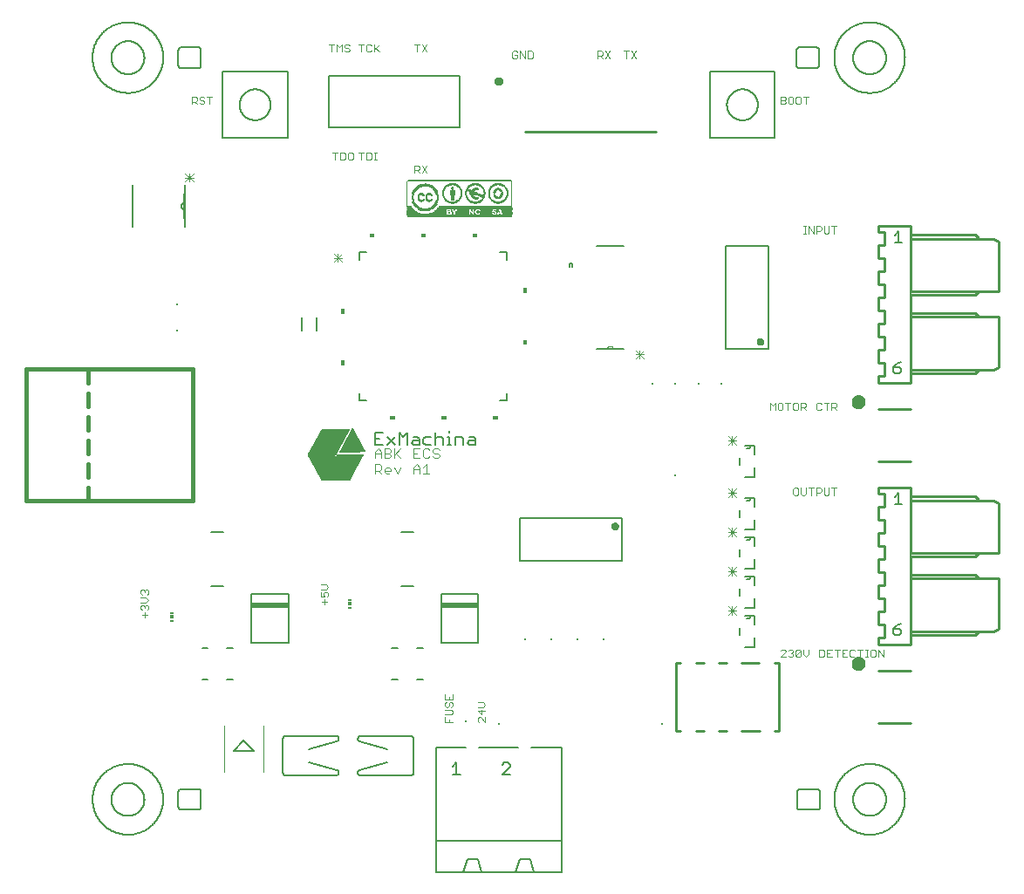
<source format=gto>
G75*
%MOIN*%
%OFA0B0*%
%FSLAX25Y25*%
%IPPOS*%
%LPD*%
%AMOC8*
5,1,8,0,0,1.08239X$1,22.5*
%
%ADD10C,0.00300*%
%ADD11C,0.00004*%
%ADD12C,0.00500*%
%ADD13R,0.40100X0.00100*%
%ADD14R,0.40300X0.00100*%
%ADD15R,0.15200X0.00100*%
%ADD16R,0.01300X0.00100*%
%ADD17R,0.05300X0.00100*%
%ADD18R,0.00800X0.00100*%
%ADD19R,0.00900X0.00100*%
%ADD20R,0.05400X0.00100*%
%ADD21R,0.00400X0.00100*%
%ADD22R,0.01100X0.00100*%
%ADD23R,0.03600X0.00100*%
%ADD24R,0.00700X0.00100*%
%ADD25R,0.05000X0.00100*%
%ADD26R,0.00200X0.00100*%
%ADD27R,0.00600X0.00100*%
%ADD28R,0.04800X0.00100*%
%ADD29R,0.06200X0.00100*%
%ADD30R,0.07300X0.00100*%
%ADD31R,0.00500X0.00100*%
%ADD32R,0.04600X0.00100*%
%ADD33R,0.00100X0.00100*%
%ADD34R,0.03700X0.00100*%
%ADD35R,0.05600X0.00100*%
%ADD36R,0.06800X0.00100*%
%ADD37R,0.04500X0.00100*%
%ADD38R,0.06400X0.00100*%
%ADD39R,0.04400X0.00100*%
%ADD40R,0.03800X0.00100*%
%ADD41R,0.06100X0.00100*%
%ADD42R,0.00300X0.00100*%
%ADD43R,0.04300X0.00100*%
%ADD44R,0.04700X0.00100*%
%ADD45R,0.05900X0.00100*%
%ADD46R,0.03900X0.00100*%
%ADD47R,0.05200X0.00100*%
%ADD48R,0.04100X0.00100*%
%ADD49R,0.06500X0.00100*%
%ADD50R,0.05100X0.00100*%
%ADD51R,0.04000X0.00100*%
%ADD52R,0.04900X0.00100*%
%ADD53R,0.06000X0.00100*%
%ADD54R,0.03500X0.00100*%
%ADD55R,0.03300X0.00100*%
%ADD56R,0.01400X0.00100*%
%ADD57R,0.01600X0.00100*%
%ADD58R,0.03200X0.00100*%
%ADD59R,0.02400X0.00100*%
%ADD60R,0.04200X0.00100*%
%ADD61R,0.03100X0.00100*%
%ADD62R,0.03000X0.00100*%
%ADD63R,0.02900X0.00100*%
%ADD64R,0.02800X0.00100*%
%ADD65R,0.02700X0.00100*%
%ADD66R,0.01000X0.00100*%
%ADD67R,0.02600X0.00100*%
%ADD68R,0.02500X0.00100*%
%ADD69R,0.05700X0.00100*%
%ADD70R,0.02300X0.00100*%
%ADD71R,0.28700X0.00100*%
%ADD72R,0.02000X0.00100*%
%ADD73R,0.01900X0.00100*%
%ADD74R,0.28600X0.00100*%
%ADD75R,0.02200X0.00100*%
%ADD76R,0.01800X0.00100*%
%ADD77R,0.28500X0.00100*%
%ADD78R,0.01700X0.00100*%
%ADD79R,0.28400X0.00100*%
%ADD80R,0.02100X0.00100*%
%ADD81R,0.01500X0.00100*%
%ADD82R,0.28300X0.00100*%
%ADD83R,0.28200X0.00100*%
%ADD84R,0.28100X0.00100*%
%ADD85R,0.01200X0.00100*%
%ADD86R,0.03400X0.00100*%
%ADD87R,0.39900X0.00100*%
%ADD88R,0.39500X0.00100*%
%ADD89R,0.39100X0.00100*%
%ADD90C,0.00600*%
%ADD91C,0.00100*%
%ADD92R,0.00984X0.00984*%
%ADD93C,0.01000*%
%ADD94C,0.02500*%
%ADD95C,0.00400*%
%ADD96C,0.00800*%
%ADD97R,0.01181X0.00591*%
%ADD98R,0.01181X0.01181*%
%ADD99R,0.14173X0.01969*%
%ADD100C,0.01200*%
%ADD101C,0.00700*%
%ADD102C,0.00000*%
%ADD103C,0.01600*%
D10*
X0076449Y0126950D02*
X0076449Y0128885D01*
X0075481Y0127917D02*
X0077416Y0127917D01*
X0077416Y0129897D02*
X0077900Y0130380D01*
X0077900Y0131348D01*
X0077416Y0131831D01*
X0076933Y0131831D01*
X0076449Y0131348D01*
X0076449Y0130864D01*
X0076449Y0131348D02*
X0075965Y0131831D01*
X0075481Y0131831D01*
X0074998Y0131348D01*
X0074998Y0130380D01*
X0075481Y0129897D01*
X0074998Y0132843D02*
X0076933Y0132843D01*
X0077900Y0133811D01*
X0076933Y0134778D01*
X0074998Y0134778D01*
X0075481Y0135790D02*
X0074998Y0136273D01*
X0074998Y0137241D01*
X0075481Y0137725D01*
X0075965Y0137725D01*
X0076449Y0137241D01*
X0076933Y0137725D01*
X0077416Y0137725D01*
X0077900Y0137241D01*
X0077900Y0136273D01*
X0077416Y0135790D01*
X0076449Y0136757D02*
X0076449Y0137241D01*
X0143748Y0136831D02*
X0143748Y0134897D01*
X0145199Y0134897D01*
X0144715Y0135864D01*
X0144715Y0136348D01*
X0145199Y0136831D01*
X0146166Y0136831D01*
X0146650Y0136348D01*
X0146650Y0135380D01*
X0146166Y0134897D01*
X0145199Y0133885D02*
X0145199Y0131950D01*
X0146166Y0132917D02*
X0144231Y0132917D01*
X0143748Y0137843D02*
X0145683Y0137843D01*
X0146650Y0138811D01*
X0145683Y0139778D01*
X0143748Y0139778D01*
X0164450Y0181950D02*
X0164450Y0185653D01*
X0166302Y0185653D01*
X0166919Y0185036D01*
X0166919Y0183802D01*
X0166302Y0183184D01*
X0164450Y0183184D01*
X0165684Y0183184D02*
X0166919Y0181950D01*
X0168133Y0182567D02*
X0168133Y0183802D01*
X0168750Y0184419D01*
X0169985Y0184419D01*
X0170602Y0183802D01*
X0170602Y0183184D01*
X0168133Y0183184D01*
X0168133Y0182567D02*
X0168750Y0181950D01*
X0169985Y0181950D01*
X0173051Y0181950D02*
X0174285Y0184419D01*
X0171816Y0184419D02*
X0173051Y0181950D01*
X0174285Y0187950D02*
X0172433Y0189802D01*
X0171816Y0189184D02*
X0174285Y0191653D01*
X0171816Y0191653D02*
X0171816Y0187950D01*
X0170602Y0188567D02*
X0169985Y0187950D01*
X0168133Y0187950D01*
X0168133Y0191653D01*
X0169985Y0191653D01*
X0170602Y0191036D01*
X0170602Y0190419D01*
X0169985Y0189802D01*
X0168133Y0189802D01*
X0166919Y0189802D02*
X0164450Y0189802D01*
X0164450Y0190419D02*
X0165684Y0191653D01*
X0166919Y0190419D01*
X0166919Y0187950D01*
X0164450Y0187950D02*
X0164450Y0190419D01*
X0169985Y0189802D02*
X0170602Y0189184D01*
X0170602Y0188567D01*
X0179183Y0187950D02*
X0181651Y0187950D01*
X0182866Y0188567D02*
X0183483Y0187950D01*
X0184717Y0187950D01*
X0185334Y0188567D01*
X0186549Y0188567D02*
X0187166Y0187950D01*
X0188400Y0187950D01*
X0189018Y0188567D01*
X0189018Y0189184D01*
X0188400Y0189802D01*
X0187166Y0189802D01*
X0186549Y0190419D01*
X0186549Y0191036D01*
X0187166Y0191653D01*
X0188400Y0191653D01*
X0189018Y0191036D01*
X0185334Y0191036D02*
X0184717Y0191653D01*
X0183483Y0191653D01*
X0182866Y0191036D01*
X0182866Y0188567D01*
X0180417Y0189802D02*
X0179183Y0189802D01*
X0179183Y0191653D02*
X0179183Y0187950D01*
X0180417Y0185653D02*
X0181651Y0184419D01*
X0181651Y0181950D01*
X0182866Y0181950D02*
X0185334Y0181950D01*
X0184100Y0181950D02*
X0184100Y0185653D01*
X0182866Y0184419D01*
X0181651Y0183802D02*
X0179183Y0183802D01*
X0179183Y0184419D02*
X0180417Y0185653D01*
X0179183Y0184419D02*
X0179183Y0181950D01*
X0179183Y0191653D02*
X0181651Y0191653D01*
X0151866Y0262869D02*
X0148730Y0266005D01*
X0148730Y0264437D02*
X0151866Y0264437D01*
X0151866Y0266005D02*
X0148730Y0262869D01*
X0150298Y0262869D02*
X0150298Y0266005D01*
X0179450Y0296950D02*
X0179450Y0299852D01*
X0180901Y0299852D01*
X0181385Y0299369D01*
X0181385Y0298401D01*
X0180901Y0297917D01*
X0179450Y0297917D01*
X0180417Y0297917D02*
X0181385Y0296950D01*
X0182397Y0296950D02*
X0184331Y0299852D01*
X0182397Y0299852D02*
X0184331Y0296950D01*
X0165061Y0301950D02*
X0164093Y0301950D01*
X0164577Y0301950D02*
X0164577Y0304852D01*
X0164093Y0304852D02*
X0165061Y0304852D01*
X0163081Y0304369D02*
X0163081Y0302434D01*
X0162598Y0301950D01*
X0161147Y0301950D01*
X0161147Y0304852D01*
X0162598Y0304852D01*
X0163081Y0304369D01*
X0160135Y0304852D02*
X0158200Y0304852D01*
X0159167Y0304852D02*
X0159167Y0301950D01*
X0156028Y0302434D02*
X0156028Y0304369D01*
X0155544Y0304852D01*
X0154577Y0304852D01*
X0154093Y0304369D01*
X0154093Y0302434D01*
X0154577Y0301950D01*
X0155544Y0301950D01*
X0156028Y0302434D01*
X0153081Y0302434D02*
X0153081Y0304369D01*
X0152598Y0304852D01*
X0151147Y0304852D01*
X0151147Y0301950D01*
X0152598Y0301950D01*
X0153081Y0302434D01*
X0150135Y0304852D02*
X0148200Y0304852D01*
X0149167Y0304852D02*
X0149167Y0301950D01*
X0149897Y0343200D02*
X0149897Y0346102D01*
X0150864Y0345135D01*
X0151831Y0346102D01*
X0151831Y0343200D01*
X0152843Y0343684D02*
X0153327Y0343200D01*
X0154294Y0343200D01*
X0154778Y0343684D01*
X0154778Y0344167D01*
X0154294Y0344651D01*
X0153327Y0344651D01*
X0152843Y0345135D01*
X0152843Y0345619D01*
X0153327Y0346102D01*
X0154294Y0346102D01*
X0154778Y0345619D01*
X0158200Y0346102D02*
X0160135Y0346102D01*
X0159167Y0346102D02*
X0159167Y0343200D01*
X0161147Y0343684D02*
X0161630Y0343200D01*
X0162598Y0343200D01*
X0163081Y0343684D01*
X0164093Y0344167D02*
X0166028Y0346102D01*
X0164093Y0346102D02*
X0164093Y0343200D01*
X0164577Y0344651D02*
X0166028Y0343200D01*
X0163081Y0345619D02*
X0162598Y0346102D01*
X0161630Y0346102D01*
X0161147Y0345619D01*
X0161147Y0343684D01*
X0148885Y0346102D02*
X0146950Y0346102D01*
X0147917Y0346102D02*
X0147917Y0343200D01*
X0179450Y0346102D02*
X0181385Y0346102D01*
X0180417Y0346102D02*
X0180417Y0343200D01*
X0182397Y0343200D02*
X0184331Y0346102D01*
X0182397Y0346102D02*
X0184331Y0343200D01*
X0216950Y0343119D02*
X0216950Y0341184D01*
X0217434Y0340700D01*
X0218401Y0340700D01*
X0218885Y0341184D01*
X0218885Y0342151D01*
X0217917Y0342151D01*
X0216950Y0343119D02*
X0217434Y0343602D01*
X0218401Y0343602D01*
X0218885Y0343119D01*
X0219897Y0343602D02*
X0221831Y0340700D01*
X0221831Y0343602D01*
X0222843Y0343602D02*
X0224294Y0343602D01*
X0224778Y0343119D01*
X0224778Y0341184D01*
X0224294Y0340700D01*
X0222843Y0340700D01*
X0222843Y0343602D01*
X0219897Y0343602D02*
X0219897Y0340700D01*
X0249450Y0340700D02*
X0249450Y0343602D01*
X0250901Y0343602D01*
X0251385Y0343119D01*
X0251385Y0342151D01*
X0250901Y0341667D01*
X0249450Y0341667D01*
X0250417Y0341667D02*
X0251385Y0340700D01*
X0252397Y0340700D02*
X0254331Y0343602D01*
X0252397Y0343602D02*
X0254331Y0340700D01*
X0259450Y0343602D02*
X0261385Y0343602D01*
X0260417Y0343602D02*
X0260417Y0340700D01*
X0262397Y0340700D02*
X0264331Y0343602D01*
X0262397Y0343602D02*
X0264331Y0340700D01*
X0319450Y0326102D02*
X0320901Y0326102D01*
X0321385Y0325619D01*
X0321385Y0325135D01*
X0320901Y0324651D01*
X0319450Y0324651D01*
X0319450Y0323200D02*
X0320901Y0323200D01*
X0321385Y0323684D01*
X0321385Y0324167D01*
X0320901Y0324651D01*
X0322397Y0323684D02*
X0322880Y0323200D01*
X0323848Y0323200D01*
X0324331Y0323684D01*
X0324331Y0325619D01*
X0323848Y0326102D01*
X0322880Y0326102D01*
X0322397Y0325619D01*
X0322397Y0323684D01*
X0325343Y0323684D02*
X0325827Y0323200D01*
X0326794Y0323200D01*
X0327278Y0323684D01*
X0327278Y0325619D01*
X0326794Y0326102D01*
X0325827Y0326102D01*
X0325343Y0325619D01*
X0325343Y0323684D01*
X0328290Y0326102D02*
X0330225Y0326102D01*
X0329257Y0326102D02*
X0329257Y0323200D01*
X0319450Y0323200D02*
X0319450Y0326102D01*
X0328200Y0276652D02*
X0329167Y0276652D01*
X0328683Y0276652D02*
X0328683Y0273750D01*
X0328200Y0273750D02*
X0329167Y0273750D01*
X0330164Y0273750D02*
X0330164Y0276652D01*
X0332099Y0273750D01*
X0332099Y0276652D01*
X0333110Y0276652D02*
X0334562Y0276652D01*
X0335045Y0276169D01*
X0335045Y0275201D01*
X0334562Y0274717D01*
X0333110Y0274717D01*
X0333110Y0273750D02*
X0333110Y0276652D01*
X0336057Y0276652D02*
X0336057Y0274234D01*
X0336541Y0273750D01*
X0337508Y0273750D01*
X0337992Y0274234D01*
X0337992Y0276652D01*
X0339003Y0276652D02*
X0340938Y0276652D01*
X0339971Y0276652D02*
X0339971Y0273750D01*
X0340455Y0209152D02*
X0340938Y0208669D01*
X0340938Y0207701D01*
X0340455Y0207217D01*
X0339003Y0207217D01*
X0339003Y0206250D02*
X0339003Y0209152D01*
X0340455Y0209152D01*
X0339971Y0207217D02*
X0340938Y0206250D01*
X0337024Y0206250D02*
X0337024Y0209152D01*
X0336057Y0209152D02*
X0337992Y0209152D01*
X0335045Y0208669D02*
X0334562Y0209152D01*
X0333594Y0209152D01*
X0333110Y0208669D01*
X0333110Y0206734D01*
X0333594Y0206250D01*
X0334562Y0206250D01*
X0335045Y0206734D01*
X0329152Y0206250D02*
X0328185Y0207217D01*
X0328669Y0207217D02*
X0327217Y0207217D01*
X0327217Y0206250D02*
X0327217Y0209152D01*
X0328669Y0209152D01*
X0329152Y0208669D01*
X0329152Y0207701D01*
X0328669Y0207217D01*
X0326206Y0206734D02*
X0326206Y0208669D01*
X0325722Y0209152D01*
X0324755Y0209152D01*
X0324271Y0208669D01*
X0324271Y0206734D01*
X0324755Y0206250D01*
X0325722Y0206250D01*
X0326206Y0206734D01*
X0323259Y0209152D02*
X0321324Y0209152D01*
X0322292Y0209152D02*
X0322292Y0206250D01*
X0320313Y0206734D02*
X0320313Y0208669D01*
X0319829Y0209152D01*
X0318862Y0209152D01*
X0318378Y0208669D01*
X0318378Y0206734D01*
X0318862Y0206250D01*
X0319829Y0206250D01*
X0320313Y0206734D01*
X0317366Y0206250D02*
X0317366Y0209152D01*
X0316399Y0208185D01*
X0315431Y0209152D01*
X0315431Y0206250D01*
X0302486Y0196270D02*
X0299350Y0193134D01*
X0300918Y0193134D02*
X0300918Y0196270D01*
X0299350Y0196270D02*
X0302486Y0193134D01*
X0302486Y0194702D02*
X0299350Y0194702D01*
X0299350Y0176270D02*
X0302486Y0173134D01*
X0300918Y0173134D02*
X0300918Y0176270D01*
X0302486Y0176270D02*
X0299350Y0173134D01*
X0299350Y0174702D02*
X0302486Y0174702D01*
X0302486Y0161270D02*
X0299350Y0158134D01*
X0300918Y0158134D02*
X0300918Y0161270D01*
X0299350Y0161270D02*
X0302486Y0158134D01*
X0302486Y0159702D02*
X0299350Y0159702D01*
X0299350Y0146270D02*
X0302486Y0143134D01*
X0300918Y0143134D02*
X0300918Y0146270D01*
X0302486Y0146270D02*
X0299350Y0143134D01*
X0299350Y0144702D02*
X0302486Y0144702D01*
X0302486Y0131270D02*
X0299350Y0128134D01*
X0300918Y0128134D02*
X0300918Y0131270D01*
X0299350Y0131270D02*
X0302486Y0128134D01*
X0302486Y0129702D02*
X0299350Y0129702D01*
X0319450Y0114369D02*
X0319934Y0114852D01*
X0320901Y0114852D01*
X0321385Y0114369D01*
X0321385Y0113885D01*
X0319450Y0111950D01*
X0321385Y0111950D01*
X0322397Y0112434D02*
X0322880Y0111950D01*
X0323848Y0111950D01*
X0324331Y0112434D01*
X0324331Y0112917D01*
X0323848Y0113401D01*
X0323364Y0113401D01*
X0323848Y0113401D02*
X0324331Y0113885D01*
X0324331Y0114369D01*
X0323848Y0114852D01*
X0322880Y0114852D01*
X0322397Y0114369D01*
X0325343Y0114369D02*
X0325827Y0114852D01*
X0326794Y0114852D01*
X0327278Y0114369D01*
X0325343Y0112434D01*
X0325827Y0111950D01*
X0326794Y0111950D01*
X0327278Y0112434D01*
X0327278Y0114369D01*
X0328290Y0114852D02*
X0328290Y0112917D01*
X0329257Y0111950D01*
X0330225Y0112917D01*
X0330225Y0114852D01*
X0334183Y0114852D02*
X0335634Y0114852D01*
X0336118Y0114369D01*
X0336118Y0112434D01*
X0335634Y0111950D01*
X0334183Y0111950D01*
X0334183Y0114852D01*
X0337129Y0114852D02*
X0337129Y0111950D01*
X0339064Y0111950D01*
X0338097Y0113401D02*
X0337129Y0113401D01*
X0337129Y0114852D02*
X0339064Y0114852D01*
X0340076Y0114852D02*
X0342011Y0114852D01*
X0341043Y0114852D02*
X0341043Y0111950D01*
X0343022Y0111950D02*
X0344957Y0111950D01*
X0345969Y0112434D02*
X0346452Y0111950D01*
X0347420Y0111950D01*
X0347904Y0112434D01*
X0347904Y0114369D02*
X0347420Y0114852D01*
X0346452Y0114852D01*
X0345969Y0114369D01*
X0345969Y0112434D01*
X0343990Y0113401D02*
X0343022Y0113401D01*
X0343022Y0114852D02*
X0343022Y0111950D01*
X0343022Y0114852D02*
X0344957Y0114852D01*
X0348915Y0114852D02*
X0350850Y0114852D01*
X0349883Y0114852D02*
X0349883Y0111950D01*
X0351862Y0111950D02*
X0352829Y0111950D01*
X0352345Y0111950D02*
X0352345Y0114852D01*
X0351862Y0114852D02*
X0352829Y0114852D01*
X0353826Y0114369D02*
X0353826Y0112434D01*
X0354310Y0111950D01*
X0355277Y0111950D01*
X0355761Y0112434D01*
X0355761Y0114369D01*
X0355277Y0114852D01*
X0354310Y0114852D01*
X0353826Y0114369D01*
X0356773Y0114852D02*
X0358708Y0111950D01*
X0358708Y0114852D01*
X0356773Y0114852D02*
X0356773Y0111950D01*
X0325343Y0112434D02*
X0325343Y0114369D01*
X0325722Y0173750D02*
X0324755Y0173750D01*
X0324271Y0174234D01*
X0324271Y0176169D01*
X0324755Y0176652D01*
X0325722Y0176652D01*
X0326206Y0176169D01*
X0326206Y0174234D01*
X0325722Y0173750D01*
X0327217Y0174234D02*
X0327701Y0173750D01*
X0328669Y0173750D01*
X0329152Y0174234D01*
X0329152Y0176652D01*
X0330164Y0176652D02*
X0332099Y0176652D01*
X0331131Y0176652D02*
X0331131Y0173750D01*
X0333110Y0173750D02*
X0333110Y0176652D01*
X0334562Y0176652D01*
X0335045Y0176169D01*
X0335045Y0175201D01*
X0334562Y0174717D01*
X0333110Y0174717D01*
X0336057Y0174234D02*
X0336057Y0176652D01*
X0337992Y0176652D02*
X0337992Y0174234D01*
X0337508Y0173750D01*
X0336541Y0173750D01*
X0336057Y0174234D01*
X0339003Y0176652D02*
X0340938Y0176652D01*
X0339971Y0176652D02*
X0339971Y0173750D01*
X0327217Y0174234D02*
X0327217Y0176652D01*
X0267150Y0226030D02*
X0264014Y0229166D01*
X0264014Y0227598D02*
X0267150Y0227598D01*
X0267150Y0229166D02*
X0264014Y0226030D01*
X0265582Y0226030D02*
X0265582Y0229166D01*
X0194150Y0097725D02*
X0194150Y0095790D01*
X0191248Y0095790D01*
X0191248Y0097725D01*
X0192699Y0096757D02*
X0192699Y0095790D01*
X0193183Y0094778D02*
X0193666Y0094778D01*
X0194150Y0094294D01*
X0194150Y0093327D01*
X0193666Y0092843D01*
X0193666Y0091831D02*
X0191248Y0091831D01*
X0191731Y0092843D02*
X0192215Y0092843D01*
X0192699Y0093327D01*
X0192699Y0094294D01*
X0193183Y0094778D01*
X0191731Y0094778D02*
X0191248Y0094294D01*
X0191248Y0093327D01*
X0191731Y0092843D01*
X0193666Y0091831D02*
X0194150Y0091348D01*
X0194150Y0090380D01*
X0193666Y0089897D01*
X0191248Y0089897D01*
X0191248Y0088885D02*
X0191248Y0086950D01*
X0194150Y0086950D01*
X0192699Y0086950D02*
X0192699Y0087917D01*
X0203748Y0087434D02*
X0204231Y0086950D01*
X0203748Y0087434D02*
X0203748Y0088401D01*
X0204231Y0088885D01*
X0204715Y0088885D01*
X0206650Y0086950D01*
X0206650Y0088885D01*
X0205199Y0089897D02*
X0205199Y0091831D01*
X0205683Y0092843D02*
X0206650Y0093811D01*
X0205683Y0094778D01*
X0203748Y0094778D01*
X0203748Y0092843D02*
X0205683Y0092843D01*
X0206650Y0091348D02*
X0203748Y0091348D01*
X0205199Y0089897D01*
X0095070Y0293614D02*
X0091934Y0296750D01*
X0095070Y0293614D01*
X0093502Y0293614D02*
X0093502Y0296750D01*
X0093502Y0293614D01*
X0091934Y0293614D02*
X0095070Y0296750D01*
X0091934Y0293614D01*
X0091934Y0295182D02*
X0095070Y0295182D01*
X0091934Y0295182D01*
X0094450Y0323200D02*
X0094450Y0326102D01*
X0095901Y0326102D01*
X0096385Y0325619D01*
X0096385Y0324651D01*
X0095901Y0324167D01*
X0094450Y0324167D01*
X0095417Y0324167D02*
X0096385Y0323200D01*
X0097397Y0323684D02*
X0097880Y0323200D01*
X0098848Y0323200D01*
X0099331Y0323684D01*
X0099331Y0324167D01*
X0098848Y0324651D01*
X0097880Y0324651D01*
X0097397Y0325135D01*
X0097397Y0325619D01*
X0097880Y0326102D01*
X0098848Y0326102D01*
X0099331Y0325619D01*
X0100343Y0326102D02*
X0102278Y0326102D01*
X0101311Y0326102D02*
X0101311Y0323200D01*
D11*
X0155750Y0199450D02*
X0160480Y0190590D01*
X0150880Y0190290D01*
X0155750Y0199450D01*
X0155749Y0199448D02*
X0155751Y0199448D01*
X0155753Y0199445D02*
X0155748Y0199445D01*
X0155746Y0199443D02*
X0155754Y0199443D01*
X0155755Y0199440D02*
X0155745Y0199440D01*
X0155744Y0199438D02*
X0155756Y0199438D01*
X0155758Y0199436D02*
X0155742Y0199436D01*
X0155741Y0199433D02*
X0155759Y0199433D01*
X0155760Y0199431D02*
X0155740Y0199431D01*
X0155738Y0199428D02*
X0155762Y0199428D01*
X0155763Y0199426D02*
X0155737Y0199426D01*
X0155736Y0199423D02*
X0155764Y0199423D01*
X0155766Y0199421D02*
X0155734Y0199421D01*
X0155733Y0199418D02*
X0155767Y0199418D01*
X0155768Y0199416D02*
X0155732Y0199416D01*
X0155731Y0199413D02*
X0155770Y0199413D01*
X0155771Y0199411D02*
X0155729Y0199411D01*
X0155728Y0199409D02*
X0155772Y0199409D01*
X0155773Y0199406D02*
X0155727Y0199406D01*
X0155725Y0199404D02*
X0155775Y0199404D01*
X0155776Y0199401D02*
X0155724Y0199401D01*
X0155723Y0199399D02*
X0155777Y0199399D01*
X0155779Y0199396D02*
X0155721Y0199396D01*
X0155720Y0199394D02*
X0155780Y0199394D01*
X0155781Y0199391D02*
X0155719Y0199391D01*
X0155718Y0199389D02*
X0155783Y0199389D01*
X0155784Y0199387D02*
X0155716Y0199387D01*
X0155715Y0199384D02*
X0155785Y0199384D01*
X0155786Y0199382D02*
X0155714Y0199382D01*
X0155712Y0199379D02*
X0155788Y0199379D01*
X0155789Y0199377D02*
X0155711Y0199377D01*
X0155710Y0199374D02*
X0155790Y0199374D01*
X0155792Y0199372D02*
X0155708Y0199372D01*
X0155707Y0199369D02*
X0155793Y0199369D01*
X0155794Y0199367D02*
X0155706Y0199367D01*
X0155705Y0199365D02*
X0155796Y0199365D01*
X0155797Y0199362D02*
X0155703Y0199362D01*
X0155702Y0199360D02*
X0155798Y0199360D01*
X0155800Y0199357D02*
X0155701Y0199357D01*
X0155699Y0199355D02*
X0155801Y0199355D01*
X0155802Y0199352D02*
X0155698Y0199352D01*
X0155697Y0199350D02*
X0155803Y0199350D01*
X0155805Y0199347D02*
X0155695Y0199347D01*
X0155694Y0199345D02*
X0155806Y0199345D01*
X0155807Y0199342D02*
X0155693Y0199342D01*
X0155692Y0199340D02*
X0155809Y0199340D01*
X0155810Y0199338D02*
X0155690Y0199338D01*
X0155689Y0199335D02*
X0155811Y0199335D01*
X0155813Y0199333D02*
X0155688Y0199333D01*
X0155686Y0199330D02*
X0155814Y0199330D01*
X0155815Y0199328D02*
X0155685Y0199328D01*
X0155684Y0199325D02*
X0155817Y0199325D01*
X0155818Y0199323D02*
X0155682Y0199323D01*
X0155681Y0199320D02*
X0155819Y0199320D01*
X0155820Y0199318D02*
X0155680Y0199318D01*
X0155679Y0199316D02*
X0155822Y0199316D01*
X0155823Y0199313D02*
X0155677Y0199313D01*
X0155676Y0199311D02*
X0155824Y0199311D01*
X0155826Y0199308D02*
X0155675Y0199308D01*
X0155673Y0199306D02*
X0155827Y0199306D01*
X0155828Y0199303D02*
X0155672Y0199303D01*
X0155671Y0199301D02*
X0155830Y0199301D01*
X0155831Y0199298D02*
X0155669Y0199298D01*
X0155668Y0199296D02*
X0155832Y0199296D01*
X0155834Y0199294D02*
X0155667Y0199294D01*
X0155666Y0199291D02*
X0155835Y0199291D01*
X0155836Y0199289D02*
X0155664Y0199289D01*
X0155663Y0199286D02*
X0155837Y0199286D01*
X0155839Y0199284D02*
X0155662Y0199284D01*
X0155660Y0199281D02*
X0155840Y0199281D01*
X0155841Y0199279D02*
X0155659Y0199279D01*
X0155658Y0199276D02*
X0155843Y0199276D01*
X0155844Y0199274D02*
X0155656Y0199274D01*
X0155655Y0199271D02*
X0155845Y0199271D01*
X0155847Y0199269D02*
X0155654Y0199269D01*
X0155652Y0199267D02*
X0155848Y0199267D01*
X0155849Y0199264D02*
X0155651Y0199264D01*
X0155650Y0199262D02*
X0155851Y0199262D01*
X0155852Y0199259D02*
X0155649Y0199259D01*
X0155647Y0199257D02*
X0155853Y0199257D01*
X0155854Y0199254D02*
X0155646Y0199254D01*
X0155645Y0199252D02*
X0155856Y0199252D01*
X0155857Y0199249D02*
X0155643Y0199249D01*
X0155642Y0199247D02*
X0155858Y0199247D01*
X0155860Y0199245D02*
X0155641Y0199245D01*
X0155639Y0199242D02*
X0155861Y0199242D01*
X0155862Y0199240D02*
X0155638Y0199240D01*
X0155637Y0199237D02*
X0155864Y0199237D01*
X0155865Y0199235D02*
X0155636Y0199235D01*
X0155634Y0199232D02*
X0155866Y0199232D01*
X0155868Y0199230D02*
X0155633Y0199230D01*
X0155632Y0199227D02*
X0155869Y0199227D01*
X0155870Y0199225D02*
X0155630Y0199225D01*
X0155629Y0199223D02*
X0155871Y0199223D01*
X0155873Y0199220D02*
X0155628Y0199220D01*
X0155626Y0199218D02*
X0155874Y0199218D01*
X0155875Y0199215D02*
X0155625Y0199215D01*
X0155624Y0199213D02*
X0155877Y0199213D01*
X0155878Y0199210D02*
X0155623Y0199210D01*
X0155621Y0199208D02*
X0155879Y0199208D01*
X0155881Y0199205D02*
X0155620Y0199205D01*
X0155619Y0199203D02*
X0155882Y0199203D01*
X0155883Y0199200D02*
X0155617Y0199200D01*
X0155616Y0199198D02*
X0155885Y0199198D01*
X0155886Y0199196D02*
X0155615Y0199196D01*
X0155613Y0199193D02*
X0155887Y0199193D01*
X0155888Y0199191D02*
X0155612Y0199191D01*
X0155611Y0199188D02*
X0155890Y0199188D01*
X0155891Y0199186D02*
X0155610Y0199186D01*
X0155608Y0199183D02*
X0155892Y0199183D01*
X0155894Y0199181D02*
X0155607Y0199181D01*
X0155606Y0199178D02*
X0155895Y0199178D01*
X0155896Y0199176D02*
X0155604Y0199176D01*
X0155603Y0199174D02*
X0155898Y0199174D01*
X0155899Y0199171D02*
X0155602Y0199171D01*
X0155600Y0199169D02*
X0155900Y0199169D01*
X0155902Y0199166D02*
X0155599Y0199166D01*
X0155598Y0199164D02*
X0155903Y0199164D01*
X0155904Y0199161D02*
X0155597Y0199161D01*
X0155595Y0199159D02*
X0155905Y0199159D01*
X0155907Y0199156D02*
X0155594Y0199156D01*
X0155593Y0199154D02*
X0155908Y0199154D01*
X0155909Y0199152D02*
X0155591Y0199152D01*
X0155590Y0199149D02*
X0155911Y0199149D01*
X0155912Y0199147D02*
X0155589Y0199147D01*
X0155587Y0199144D02*
X0155913Y0199144D01*
X0155915Y0199142D02*
X0155586Y0199142D01*
X0155585Y0199139D02*
X0155916Y0199139D01*
X0155917Y0199137D02*
X0155584Y0199137D01*
X0155582Y0199134D02*
X0155919Y0199134D01*
X0155920Y0199132D02*
X0155581Y0199132D01*
X0155580Y0199129D02*
X0155921Y0199129D01*
X0155922Y0199127D02*
X0155578Y0199127D01*
X0155577Y0199125D02*
X0155924Y0199125D01*
X0155925Y0199122D02*
X0155576Y0199122D01*
X0155574Y0199120D02*
X0155926Y0199120D01*
X0155928Y0199117D02*
X0155573Y0199117D01*
X0155572Y0199115D02*
X0155929Y0199115D01*
X0155930Y0199112D02*
X0155570Y0199112D01*
X0155569Y0199110D02*
X0155932Y0199110D01*
X0155933Y0199107D02*
X0155568Y0199107D01*
X0155567Y0199105D02*
X0155934Y0199105D01*
X0155935Y0199103D02*
X0155565Y0199103D01*
X0155564Y0199100D02*
X0155937Y0199100D01*
X0155938Y0199098D02*
X0155563Y0199098D01*
X0155561Y0199095D02*
X0155939Y0199095D01*
X0155941Y0199093D02*
X0155560Y0199093D01*
X0155559Y0199090D02*
X0155942Y0199090D01*
X0155943Y0199088D02*
X0155557Y0199088D01*
X0155556Y0199085D02*
X0155945Y0199085D01*
X0155946Y0199083D02*
X0155555Y0199083D01*
X0155554Y0199081D02*
X0155947Y0199081D01*
X0155949Y0199078D02*
X0155552Y0199078D01*
X0155551Y0199076D02*
X0155950Y0199076D01*
X0155951Y0199073D02*
X0155550Y0199073D01*
X0155548Y0199071D02*
X0155952Y0199071D01*
X0155954Y0199068D02*
X0155547Y0199068D01*
X0155546Y0199066D02*
X0155955Y0199066D01*
X0155956Y0199063D02*
X0155544Y0199063D01*
X0155543Y0199061D02*
X0155958Y0199061D01*
X0155959Y0199058D02*
X0155542Y0199058D01*
X0155541Y0199056D02*
X0155960Y0199056D01*
X0155962Y0199054D02*
X0155539Y0199054D01*
X0155538Y0199051D02*
X0155963Y0199051D01*
X0155964Y0199049D02*
X0155537Y0199049D01*
X0155535Y0199046D02*
X0155966Y0199046D01*
X0155967Y0199044D02*
X0155534Y0199044D01*
X0155533Y0199041D02*
X0155968Y0199041D01*
X0155969Y0199039D02*
X0155531Y0199039D01*
X0155530Y0199036D02*
X0155971Y0199036D01*
X0155972Y0199034D02*
X0155529Y0199034D01*
X0155528Y0199032D02*
X0155973Y0199032D01*
X0155975Y0199029D02*
X0155526Y0199029D01*
X0155525Y0199027D02*
X0155976Y0199027D01*
X0155977Y0199024D02*
X0155524Y0199024D01*
X0155522Y0199022D02*
X0155979Y0199022D01*
X0155980Y0199019D02*
X0155521Y0199019D01*
X0155520Y0199017D02*
X0155981Y0199017D01*
X0155983Y0199014D02*
X0155518Y0199014D01*
X0155517Y0199012D02*
X0155984Y0199012D01*
X0155985Y0199010D02*
X0155516Y0199010D01*
X0155515Y0199007D02*
X0155986Y0199007D01*
X0155988Y0199005D02*
X0155513Y0199005D01*
X0155512Y0199002D02*
X0155989Y0199002D01*
X0155990Y0199000D02*
X0155511Y0199000D01*
X0155509Y0198997D02*
X0155992Y0198997D01*
X0155993Y0198995D02*
X0155508Y0198995D01*
X0155507Y0198992D02*
X0155994Y0198992D01*
X0155996Y0198990D02*
X0155505Y0198990D01*
X0155504Y0198987D02*
X0155997Y0198987D01*
X0155998Y0198985D02*
X0155503Y0198985D01*
X0155502Y0198983D02*
X0156000Y0198983D01*
X0156001Y0198980D02*
X0155500Y0198980D01*
X0155499Y0198978D02*
X0156002Y0198978D01*
X0156003Y0198975D02*
X0155498Y0198975D01*
X0155496Y0198973D02*
X0156005Y0198973D01*
X0156006Y0198970D02*
X0155495Y0198970D01*
X0155494Y0198968D02*
X0156007Y0198968D01*
X0156009Y0198965D02*
X0155492Y0198965D01*
X0155491Y0198963D02*
X0156010Y0198963D01*
X0156011Y0198961D02*
X0155490Y0198961D01*
X0155488Y0198958D02*
X0156013Y0198958D01*
X0156014Y0198956D02*
X0155487Y0198956D01*
X0155486Y0198953D02*
X0156015Y0198953D01*
X0156017Y0198951D02*
X0155485Y0198951D01*
X0155483Y0198948D02*
X0156018Y0198948D01*
X0156019Y0198946D02*
X0155482Y0198946D01*
X0155481Y0198943D02*
X0156020Y0198943D01*
X0156022Y0198941D02*
X0155479Y0198941D01*
X0155478Y0198939D02*
X0156023Y0198939D01*
X0156024Y0198936D02*
X0155477Y0198936D01*
X0155475Y0198934D02*
X0156026Y0198934D01*
X0156027Y0198931D02*
X0155474Y0198931D01*
X0155473Y0198929D02*
X0156028Y0198929D01*
X0156030Y0198926D02*
X0155472Y0198926D01*
X0155470Y0198924D02*
X0156031Y0198924D01*
X0156032Y0198921D02*
X0155469Y0198921D01*
X0155468Y0198919D02*
X0156034Y0198919D01*
X0156035Y0198916D02*
X0155466Y0198916D01*
X0155465Y0198914D02*
X0156036Y0198914D01*
X0156037Y0198912D02*
X0155464Y0198912D01*
X0155462Y0198909D02*
X0156039Y0198909D01*
X0156040Y0198907D02*
X0155461Y0198907D01*
X0155460Y0198904D02*
X0156041Y0198904D01*
X0156043Y0198902D02*
X0155459Y0198902D01*
X0155457Y0198899D02*
X0156044Y0198899D01*
X0156045Y0198897D02*
X0155456Y0198897D01*
X0155455Y0198894D02*
X0156047Y0198894D01*
X0156048Y0198892D02*
X0155453Y0198892D01*
X0155452Y0198890D02*
X0156049Y0198890D01*
X0156051Y0198887D02*
X0155451Y0198887D01*
X0155449Y0198885D02*
X0156052Y0198885D01*
X0156053Y0198882D02*
X0155448Y0198882D01*
X0155447Y0198880D02*
X0156054Y0198880D01*
X0156056Y0198877D02*
X0155446Y0198877D01*
X0155444Y0198875D02*
X0156057Y0198875D01*
X0156058Y0198872D02*
X0155443Y0198872D01*
X0155442Y0198870D02*
X0156060Y0198870D01*
X0156061Y0198868D02*
X0155440Y0198868D01*
X0155439Y0198865D02*
X0156062Y0198865D01*
X0156064Y0198863D02*
X0155438Y0198863D01*
X0155436Y0198860D02*
X0156065Y0198860D01*
X0156066Y0198858D02*
X0155435Y0198858D01*
X0155434Y0198855D02*
X0156068Y0198855D01*
X0156069Y0198853D02*
X0155433Y0198853D01*
X0155431Y0198850D02*
X0156070Y0198850D01*
X0156071Y0198848D02*
X0155430Y0198848D01*
X0155429Y0198845D02*
X0156073Y0198845D01*
X0156074Y0198843D02*
X0155427Y0198843D01*
X0155426Y0198841D02*
X0156075Y0198841D01*
X0156077Y0198838D02*
X0155425Y0198838D01*
X0155423Y0198836D02*
X0156078Y0198836D01*
X0156079Y0198833D02*
X0155422Y0198833D01*
X0155421Y0198831D02*
X0156081Y0198831D01*
X0156082Y0198828D02*
X0155419Y0198828D01*
X0155418Y0198826D02*
X0156083Y0198826D01*
X0156084Y0198823D02*
X0155417Y0198823D01*
X0155416Y0198821D02*
X0156086Y0198821D01*
X0156087Y0198819D02*
X0155414Y0198819D01*
X0155413Y0198816D02*
X0156088Y0198816D01*
X0156090Y0198814D02*
X0155412Y0198814D01*
X0155410Y0198811D02*
X0156091Y0198811D01*
X0156092Y0198809D02*
X0155409Y0198809D01*
X0155408Y0198806D02*
X0156094Y0198806D01*
X0156095Y0198804D02*
X0155406Y0198804D01*
X0155405Y0198801D02*
X0156096Y0198801D01*
X0156098Y0198799D02*
X0155404Y0198799D01*
X0155403Y0198797D02*
X0156099Y0198797D01*
X0156100Y0198794D02*
X0155401Y0198794D01*
X0155400Y0198792D02*
X0156102Y0198792D01*
X0156103Y0198789D02*
X0155399Y0198789D01*
X0155397Y0198787D02*
X0156104Y0198787D01*
X0156105Y0198784D02*
X0155396Y0198784D01*
X0155395Y0198782D02*
X0156107Y0198782D01*
X0156108Y0198779D02*
X0155393Y0198779D01*
X0155392Y0198777D02*
X0156109Y0198777D01*
X0156111Y0198774D02*
X0155391Y0198774D01*
X0155390Y0198772D02*
X0156112Y0198772D01*
X0156113Y0198770D02*
X0155388Y0198770D01*
X0155387Y0198767D02*
X0156115Y0198767D01*
X0156116Y0198765D02*
X0155386Y0198765D01*
X0155384Y0198762D02*
X0156117Y0198762D01*
X0156118Y0198760D02*
X0155383Y0198760D01*
X0155382Y0198757D02*
X0156120Y0198757D01*
X0156121Y0198755D02*
X0155380Y0198755D01*
X0155379Y0198752D02*
X0156122Y0198752D01*
X0156124Y0198750D02*
X0155378Y0198750D01*
X0155377Y0198748D02*
X0156125Y0198748D01*
X0156126Y0198745D02*
X0155375Y0198745D01*
X0155374Y0198743D02*
X0156128Y0198743D01*
X0156129Y0198740D02*
X0155373Y0198740D01*
X0155371Y0198738D02*
X0156130Y0198738D01*
X0156132Y0198735D02*
X0155370Y0198735D01*
X0155369Y0198733D02*
X0156133Y0198733D01*
X0156134Y0198730D02*
X0155367Y0198730D01*
X0155366Y0198728D02*
X0156135Y0198728D01*
X0156137Y0198726D02*
X0155365Y0198726D01*
X0155364Y0198723D02*
X0156138Y0198723D01*
X0156139Y0198721D02*
X0155362Y0198721D01*
X0155361Y0198718D02*
X0156141Y0198718D01*
X0156142Y0198716D02*
X0155360Y0198716D01*
X0155358Y0198713D02*
X0156143Y0198713D01*
X0156145Y0198711D02*
X0155357Y0198711D01*
X0155356Y0198708D02*
X0156146Y0198708D01*
X0156147Y0198706D02*
X0155354Y0198706D01*
X0155353Y0198703D02*
X0156149Y0198703D01*
X0156150Y0198701D02*
X0155352Y0198701D01*
X0155351Y0198699D02*
X0156151Y0198699D01*
X0156152Y0198696D02*
X0155349Y0198696D01*
X0155348Y0198694D02*
X0156154Y0198694D01*
X0156155Y0198691D02*
X0155347Y0198691D01*
X0155345Y0198689D02*
X0156156Y0198689D01*
X0156158Y0198686D02*
X0155344Y0198686D01*
X0155343Y0198684D02*
X0156159Y0198684D01*
X0156160Y0198681D02*
X0155341Y0198681D01*
X0155340Y0198679D02*
X0156162Y0198679D01*
X0156163Y0198677D02*
X0155339Y0198677D01*
X0155337Y0198674D02*
X0156164Y0198674D01*
X0156166Y0198672D02*
X0155336Y0198672D01*
X0155335Y0198669D02*
X0156167Y0198669D01*
X0156168Y0198667D02*
X0155334Y0198667D01*
X0155332Y0198664D02*
X0156169Y0198664D01*
X0156171Y0198662D02*
X0155331Y0198662D01*
X0155330Y0198659D02*
X0156172Y0198659D01*
X0156173Y0198657D02*
X0155328Y0198657D01*
X0155327Y0198655D02*
X0156175Y0198655D01*
X0156176Y0198652D02*
X0155326Y0198652D01*
X0155324Y0198650D02*
X0156177Y0198650D01*
X0156179Y0198647D02*
X0155323Y0198647D01*
X0155322Y0198645D02*
X0156180Y0198645D01*
X0156181Y0198642D02*
X0155321Y0198642D01*
X0155319Y0198640D02*
X0156183Y0198640D01*
X0156184Y0198637D02*
X0155318Y0198637D01*
X0155317Y0198635D02*
X0156185Y0198635D01*
X0156186Y0198632D02*
X0155315Y0198632D01*
X0155314Y0198630D02*
X0156188Y0198630D01*
X0156189Y0198628D02*
X0155313Y0198628D01*
X0155311Y0198625D02*
X0156190Y0198625D01*
X0156192Y0198623D02*
X0155310Y0198623D01*
X0155309Y0198620D02*
X0156193Y0198620D01*
X0156194Y0198618D02*
X0155308Y0198618D01*
X0155306Y0198615D02*
X0156196Y0198615D01*
X0156197Y0198613D02*
X0155305Y0198613D01*
X0155304Y0198610D02*
X0156198Y0198610D01*
X0156200Y0198608D02*
X0155302Y0198608D01*
X0155301Y0198606D02*
X0156201Y0198606D01*
X0156202Y0198603D02*
X0155300Y0198603D01*
X0155298Y0198601D02*
X0156203Y0198601D01*
X0156205Y0198598D02*
X0155297Y0198598D01*
X0155296Y0198596D02*
X0156206Y0198596D01*
X0156207Y0198593D02*
X0155295Y0198593D01*
X0155293Y0198591D02*
X0156209Y0198591D01*
X0156210Y0198588D02*
X0155292Y0198588D01*
X0155291Y0198586D02*
X0156211Y0198586D01*
X0156213Y0198584D02*
X0155289Y0198584D01*
X0155288Y0198581D02*
X0156214Y0198581D01*
X0156215Y0198579D02*
X0155287Y0198579D01*
X0155285Y0198576D02*
X0156217Y0198576D01*
X0156218Y0198574D02*
X0155284Y0198574D01*
X0155283Y0198571D02*
X0156219Y0198571D01*
X0156220Y0198569D02*
X0155282Y0198569D01*
X0155280Y0198566D02*
X0156222Y0198566D01*
X0156223Y0198564D02*
X0155279Y0198564D01*
X0155278Y0198561D02*
X0156224Y0198561D01*
X0156226Y0198559D02*
X0155276Y0198559D01*
X0155275Y0198557D02*
X0156227Y0198557D01*
X0156228Y0198554D02*
X0155274Y0198554D01*
X0155272Y0198552D02*
X0156230Y0198552D01*
X0156231Y0198549D02*
X0155271Y0198549D01*
X0155270Y0198547D02*
X0156232Y0198547D01*
X0156234Y0198544D02*
X0155268Y0198544D01*
X0155267Y0198542D02*
X0156235Y0198542D01*
X0156236Y0198539D02*
X0155266Y0198539D01*
X0155265Y0198537D02*
X0156237Y0198537D01*
X0156239Y0198535D02*
X0155263Y0198535D01*
X0155262Y0198532D02*
X0156240Y0198532D01*
X0156241Y0198530D02*
X0155261Y0198530D01*
X0155259Y0198527D02*
X0156243Y0198527D01*
X0156244Y0198525D02*
X0155258Y0198525D01*
X0155257Y0198522D02*
X0156245Y0198522D01*
X0156247Y0198520D02*
X0155255Y0198520D01*
X0155254Y0198517D02*
X0156248Y0198517D01*
X0156249Y0198515D02*
X0155253Y0198515D01*
X0155252Y0198512D02*
X0156251Y0198512D01*
X0156252Y0198510D02*
X0155250Y0198510D01*
X0155249Y0198508D02*
X0156253Y0198508D01*
X0156254Y0198505D02*
X0155248Y0198505D01*
X0155246Y0198503D02*
X0156256Y0198503D01*
X0156257Y0198500D02*
X0155245Y0198500D01*
X0155244Y0198498D02*
X0156258Y0198498D01*
X0156260Y0198495D02*
X0155242Y0198495D01*
X0155241Y0198493D02*
X0156261Y0198493D01*
X0156262Y0198490D02*
X0155240Y0198490D01*
X0155239Y0198488D02*
X0156264Y0198488D01*
X0156265Y0198486D02*
X0155237Y0198486D01*
X0155236Y0198483D02*
X0156266Y0198483D01*
X0156267Y0198481D02*
X0155235Y0198481D01*
X0155233Y0198478D02*
X0156269Y0198478D01*
X0156270Y0198476D02*
X0155232Y0198476D01*
X0155231Y0198473D02*
X0156271Y0198473D01*
X0156273Y0198471D02*
X0155229Y0198471D01*
X0155228Y0198468D02*
X0156274Y0198468D01*
X0156275Y0198466D02*
X0155227Y0198466D01*
X0155226Y0198464D02*
X0156277Y0198464D01*
X0156278Y0198461D02*
X0155224Y0198461D01*
X0155223Y0198459D02*
X0156279Y0198459D01*
X0156281Y0198456D02*
X0155222Y0198456D01*
X0155220Y0198454D02*
X0156282Y0198454D01*
X0156283Y0198451D02*
X0155219Y0198451D01*
X0155218Y0198449D02*
X0156284Y0198449D01*
X0156286Y0198446D02*
X0155216Y0198446D01*
X0155215Y0198444D02*
X0156287Y0198444D01*
X0156288Y0198441D02*
X0155214Y0198441D01*
X0155213Y0198439D02*
X0156290Y0198439D01*
X0156291Y0198437D02*
X0155211Y0198437D01*
X0155210Y0198434D02*
X0156292Y0198434D01*
X0156294Y0198432D02*
X0155209Y0198432D01*
X0155207Y0198429D02*
X0156295Y0198429D01*
X0156296Y0198427D02*
X0155206Y0198427D01*
X0155205Y0198424D02*
X0156298Y0198424D01*
X0156299Y0198422D02*
X0155203Y0198422D01*
X0155202Y0198419D02*
X0156300Y0198419D01*
X0156301Y0198417D02*
X0155201Y0198417D01*
X0155200Y0198415D02*
X0156303Y0198415D01*
X0156304Y0198412D02*
X0155198Y0198412D01*
X0155197Y0198410D02*
X0156305Y0198410D01*
X0156307Y0198407D02*
X0155196Y0198407D01*
X0155194Y0198405D02*
X0156308Y0198405D01*
X0156309Y0198402D02*
X0155193Y0198402D01*
X0155192Y0198400D02*
X0156311Y0198400D01*
X0156312Y0198397D02*
X0155190Y0198397D01*
X0155189Y0198395D02*
X0156313Y0198395D01*
X0156315Y0198393D02*
X0155188Y0198393D01*
X0155186Y0198390D02*
X0156316Y0198390D01*
X0156317Y0198388D02*
X0155185Y0198388D01*
X0155184Y0198385D02*
X0156318Y0198385D01*
X0156320Y0198383D02*
X0155183Y0198383D01*
X0155181Y0198380D02*
X0156321Y0198380D01*
X0156322Y0198378D02*
X0155180Y0198378D01*
X0155179Y0198375D02*
X0156324Y0198375D01*
X0156325Y0198373D02*
X0155177Y0198373D01*
X0155176Y0198370D02*
X0156326Y0198370D01*
X0156328Y0198368D02*
X0155175Y0198368D01*
X0155173Y0198366D02*
X0156329Y0198366D01*
X0156330Y0198363D02*
X0155172Y0198363D01*
X0155171Y0198361D02*
X0156332Y0198361D01*
X0156333Y0198358D02*
X0155170Y0198358D01*
X0155168Y0198356D02*
X0156334Y0198356D01*
X0156335Y0198353D02*
X0155167Y0198353D01*
X0155166Y0198351D02*
X0156337Y0198351D01*
X0156338Y0198348D02*
X0155164Y0198348D01*
X0155163Y0198346D02*
X0156339Y0198346D01*
X0156341Y0198344D02*
X0155162Y0198344D01*
X0155160Y0198341D02*
X0156342Y0198341D01*
X0156343Y0198339D02*
X0155159Y0198339D01*
X0155158Y0198336D02*
X0156345Y0198336D01*
X0156346Y0198334D02*
X0155157Y0198334D01*
X0155155Y0198331D02*
X0156347Y0198331D01*
X0156349Y0198329D02*
X0155154Y0198329D01*
X0155153Y0198326D02*
X0156350Y0198326D01*
X0156351Y0198324D02*
X0155151Y0198324D01*
X0155150Y0198322D02*
X0156352Y0198322D01*
X0156354Y0198319D02*
X0155149Y0198319D01*
X0155147Y0198317D02*
X0156355Y0198317D01*
X0156356Y0198314D02*
X0155146Y0198314D01*
X0155145Y0198312D02*
X0156358Y0198312D01*
X0156359Y0198309D02*
X0155144Y0198309D01*
X0155142Y0198307D02*
X0156360Y0198307D01*
X0156362Y0198304D02*
X0155141Y0198304D01*
X0155140Y0198302D02*
X0156363Y0198302D01*
X0156364Y0198299D02*
X0155138Y0198299D01*
X0155137Y0198297D02*
X0156366Y0198297D01*
X0156367Y0198295D02*
X0155136Y0198295D01*
X0155134Y0198292D02*
X0156368Y0198292D01*
X0156369Y0198290D02*
X0155133Y0198290D01*
X0155132Y0198287D02*
X0156371Y0198287D01*
X0156372Y0198285D02*
X0155131Y0198285D01*
X0155129Y0198282D02*
X0156373Y0198282D01*
X0156375Y0198280D02*
X0155128Y0198280D01*
X0155127Y0198277D02*
X0156376Y0198277D01*
X0156377Y0198275D02*
X0155125Y0198275D01*
X0155124Y0198273D02*
X0156379Y0198273D01*
X0156380Y0198270D02*
X0155123Y0198270D01*
X0155121Y0198268D02*
X0156381Y0198268D01*
X0156383Y0198265D02*
X0155120Y0198265D01*
X0155119Y0198263D02*
X0156384Y0198263D01*
X0156385Y0198260D02*
X0155118Y0198260D01*
X0155116Y0198258D02*
X0156386Y0198258D01*
X0156388Y0198255D02*
X0155115Y0198255D01*
X0155114Y0198253D02*
X0156389Y0198253D01*
X0156390Y0198251D02*
X0155112Y0198251D01*
X0155111Y0198248D02*
X0156392Y0198248D01*
X0156393Y0198246D02*
X0155110Y0198246D01*
X0155108Y0198243D02*
X0156394Y0198243D01*
X0156396Y0198241D02*
X0155107Y0198241D01*
X0155106Y0198238D02*
X0156397Y0198238D01*
X0156398Y0198236D02*
X0155104Y0198236D01*
X0155103Y0198233D02*
X0156400Y0198233D01*
X0156401Y0198231D02*
X0155102Y0198231D01*
X0155101Y0198228D02*
X0156402Y0198228D01*
X0156403Y0198226D02*
X0155099Y0198226D01*
X0155098Y0198224D02*
X0156405Y0198224D01*
X0156406Y0198221D02*
X0155097Y0198221D01*
X0155095Y0198219D02*
X0156407Y0198219D01*
X0156409Y0198216D02*
X0155094Y0198216D01*
X0155093Y0198214D02*
X0156410Y0198214D01*
X0156411Y0198211D02*
X0155091Y0198211D01*
X0155090Y0198209D02*
X0156413Y0198209D01*
X0156414Y0198206D02*
X0155089Y0198206D01*
X0155088Y0198204D02*
X0156415Y0198204D01*
X0156416Y0198202D02*
X0155086Y0198202D01*
X0155085Y0198199D02*
X0156418Y0198199D01*
X0156419Y0198197D02*
X0155084Y0198197D01*
X0155082Y0198194D02*
X0156420Y0198194D01*
X0156422Y0198192D02*
X0155081Y0198192D01*
X0155080Y0198189D02*
X0156423Y0198189D01*
X0156424Y0198187D02*
X0155078Y0198187D01*
X0155077Y0198184D02*
X0156426Y0198184D01*
X0156427Y0198182D02*
X0155076Y0198182D01*
X0155075Y0198180D02*
X0156428Y0198180D01*
X0156430Y0198177D02*
X0155073Y0198177D01*
X0155072Y0198175D02*
X0156431Y0198175D01*
X0156432Y0198172D02*
X0155071Y0198172D01*
X0155069Y0198170D02*
X0156433Y0198170D01*
X0156435Y0198167D02*
X0155068Y0198167D01*
X0155067Y0198165D02*
X0156436Y0198165D01*
X0156437Y0198162D02*
X0155065Y0198162D01*
X0155064Y0198160D02*
X0156439Y0198160D01*
X0156440Y0198157D02*
X0155063Y0198157D01*
X0155062Y0198155D02*
X0156441Y0198155D01*
X0156443Y0198153D02*
X0155060Y0198153D01*
X0155059Y0198150D02*
X0156444Y0198150D01*
X0156445Y0198148D02*
X0155058Y0198148D01*
X0155056Y0198145D02*
X0156447Y0198145D01*
X0156448Y0198143D02*
X0155055Y0198143D01*
X0155054Y0198140D02*
X0156449Y0198140D01*
X0156450Y0198138D02*
X0155052Y0198138D01*
X0155051Y0198135D02*
X0156452Y0198135D01*
X0156453Y0198133D02*
X0155050Y0198133D01*
X0155049Y0198131D02*
X0156454Y0198131D01*
X0156456Y0198128D02*
X0155047Y0198128D01*
X0155046Y0198126D02*
X0156457Y0198126D01*
X0156458Y0198123D02*
X0155045Y0198123D01*
X0155043Y0198121D02*
X0156460Y0198121D01*
X0156461Y0198118D02*
X0155042Y0198118D01*
X0155041Y0198116D02*
X0156462Y0198116D01*
X0156464Y0198113D02*
X0155039Y0198113D01*
X0155038Y0198111D02*
X0156465Y0198111D01*
X0156466Y0198109D02*
X0155037Y0198109D01*
X0155035Y0198106D02*
X0156467Y0198106D01*
X0156469Y0198104D02*
X0155034Y0198104D01*
X0155033Y0198101D02*
X0156470Y0198101D01*
X0156471Y0198099D02*
X0155032Y0198099D01*
X0155030Y0198096D02*
X0156473Y0198096D01*
X0156474Y0198094D02*
X0155029Y0198094D01*
X0155028Y0198091D02*
X0156475Y0198091D01*
X0156477Y0198089D02*
X0155026Y0198089D01*
X0155025Y0198086D02*
X0156478Y0198086D01*
X0156479Y0198084D02*
X0155024Y0198084D01*
X0155022Y0198082D02*
X0156481Y0198082D01*
X0156482Y0198079D02*
X0155021Y0198079D01*
X0155020Y0198077D02*
X0156483Y0198077D01*
X0156484Y0198074D02*
X0155019Y0198074D01*
X0155017Y0198072D02*
X0156486Y0198072D01*
X0156487Y0198069D02*
X0155016Y0198069D01*
X0155015Y0198067D02*
X0156488Y0198067D01*
X0156490Y0198064D02*
X0155013Y0198064D01*
X0155012Y0198062D02*
X0156491Y0198062D01*
X0156492Y0198060D02*
X0155011Y0198060D01*
X0155009Y0198057D02*
X0156494Y0198057D01*
X0156495Y0198055D02*
X0155008Y0198055D01*
X0155007Y0198052D02*
X0156496Y0198052D01*
X0156498Y0198050D02*
X0155006Y0198050D01*
X0155004Y0198047D02*
X0156499Y0198047D01*
X0156500Y0198045D02*
X0155003Y0198045D01*
X0155002Y0198042D02*
X0156501Y0198042D01*
X0156503Y0198040D02*
X0155000Y0198040D01*
X0154999Y0198038D02*
X0156504Y0198038D01*
X0156505Y0198035D02*
X0154998Y0198035D01*
X0154996Y0198033D02*
X0156507Y0198033D01*
X0156508Y0198030D02*
X0154995Y0198030D01*
X0154994Y0198028D02*
X0156509Y0198028D01*
X0156511Y0198025D02*
X0154993Y0198025D01*
X0154991Y0198023D02*
X0156512Y0198023D01*
X0156513Y0198020D02*
X0154990Y0198020D01*
X0154989Y0198018D02*
X0156515Y0198018D01*
X0156516Y0198015D02*
X0154987Y0198015D01*
X0154986Y0198013D02*
X0156517Y0198013D01*
X0156518Y0198011D02*
X0154985Y0198011D01*
X0154983Y0198008D02*
X0156520Y0198008D01*
X0156521Y0198006D02*
X0154982Y0198006D01*
X0154981Y0198003D02*
X0156522Y0198003D01*
X0156524Y0198001D02*
X0154980Y0198001D01*
X0154978Y0197998D02*
X0156525Y0197998D01*
X0156526Y0197996D02*
X0154977Y0197996D01*
X0154976Y0197993D02*
X0156528Y0197993D01*
X0156529Y0197991D02*
X0154974Y0197991D01*
X0154973Y0197989D02*
X0156530Y0197989D01*
X0156532Y0197986D02*
X0154972Y0197986D01*
X0154970Y0197984D02*
X0156533Y0197984D01*
X0156534Y0197981D02*
X0154969Y0197981D01*
X0154968Y0197979D02*
X0156535Y0197979D01*
X0156537Y0197976D02*
X0154967Y0197976D01*
X0154965Y0197974D02*
X0156538Y0197974D01*
X0156539Y0197971D02*
X0154964Y0197971D01*
X0154963Y0197969D02*
X0156541Y0197969D01*
X0156542Y0197967D02*
X0154961Y0197967D01*
X0154960Y0197964D02*
X0156543Y0197964D01*
X0156545Y0197962D02*
X0154959Y0197962D01*
X0154957Y0197959D02*
X0156546Y0197959D01*
X0156547Y0197957D02*
X0154956Y0197957D01*
X0154955Y0197954D02*
X0156549Y0197954D01*
X0156550Y0197952D02*
X0154953Y0197952D01*
X0154952Y0197949D02*
X0156551Y0197949D01*
X0156552Y0197947D02*
X0154951Y0197947D01*
X0154950Y0197944D02*
X0156554Y0197944D01*
X0156555Y0197942D02*
X0154948Y0197942D01*
X0154947Y0197940D02*
X0156556Y0197940D01*
X0156558Y0197937D02*
X0154946Y0197937D01*
X0154944Y0197935D02*
X0156559Y0197935D01*
X0156560Y0197932D02*
X0154943Y0197932D01*
X0154942Y0197930D02*
X0156562Y0197930D01*
X0156563Y0197927D02*
X0154940Y0197927D01*
X0154939Y0197925D02*
X0156564Y0197925D01*
X0156566Y0197922D02*
X0154938Y0197922D01*
X0154937Y0197920D02*
X0156567Y0197920D01*
X0156568Y0197918D02*
X0154935Y0197918D01*
X0154934Y0197915D02*
X0156569Y0197915D01*
X0156571Y0197913D02*
X0154933Y0197913D01*
X0154931Y0197910D02*
X0156572Y0197910D01*
X0156573Y0197908D02*
X0154930Y0197908D01*
X0154929Y0197905D02*
X0156575Y0197905D01*
X0156576Y0197903D02*
X0154927Y0197903D01*
X0154926Y0197900D02*
X0156577Y0197900D01*
X0156579Y0197898D02*
X0154925Y0197898D01*
X0154924Y0197896D02*
X0156580Y0197896D01*
X0156581Y0197893D02*
X0154922Y0197893D01*
X0154921Y0197891D02*
X0156582Y0197891D01*
X0156584Y0197888D02*
X0154920Y0197888D01*
X0154918Y0197886D02*
X0156585Y0197886D01*
X0156586Y0197883D02*
X0154917Y0197883D01*
X0154916Y0197881D02*
X0156588Y0197881D01*
X0156589Y0197878D02*
X0154914Y0197878D01*
X0154913Y0197876D02*
X0156590Y0197876D01*
X0156592Y0197873D02*
X0154912Y0197873D01*
X0154911Y0197871D02*
X0156593Y0197871D01*
X0156594Y0197869D02*
X0154909Y0197869D01*
X0154908Y0197866D02*
X0156596Y0197866D01*
X0156597Y0197864D02*
X0154907Y0197864D01*
X0154905Y0197861D02*
X0156598Y0197861D01*
X0156599Y0197859D02*
X0154904Y0197859D01*
X0154903Y0197856D02*
X0156601Y0197856D01*
X0156602Y0197854D02*
X0154901Y0197854D01*
X0154900Y0197851D02*
X0156603Y0197851D01*
X0156605Y0197849D02*
X0154899Y0197849D01*
X0154898Y0197847D02*
X0156606Y0197847D01*
X0156607Y0197844D02*
X0154896Y0197844D01*
X0154895Y0197842D02*
X0156609Y0197842D01*
X0156610Y0197839D02*
X0154894Y0197839D01*
X0154892Y0197837D02*
X0156611Y0197837D01*
X0156613Y0197834D02*
X0154891Y0197834D01*
X0154890Y0197832D02*
X0156614Y0197832D01*
X0156615Y0197829D02*
X0154888Y0197829D01*
X0154887Y0197827D02*
X0156616Y0197827D01*
X0156618Y0197825D02*
X0154886Y0197825D01*
X0154884Y0197822D02*
X0156619Y0197822D01*
X0156620Y0197820D02*
X0154883Y0197820D01*
X0154882Y0197817D02*
X0156622Y0197817D01*
X0156623Y0197815D02*
X0154881Y0197815D01*
X0154879Y0197812D02*
X0156624Y0197812D01*
X0156626Y0197810D02*
X0154878Y0197810D01*
X0154877Y0197807D02*
X0156627Y0197807D01*
X0156628Y0197805D02*
X0154875Y0197805D01*
X0154874Y0197802D02*
X0156630Y0197802D01*
X0156631Y0197800D02*
X0154873Y0197800D01*
X0154871Y0197798D02*
X0156632Y0197798D01*
X0156633Y0197795D02*
X0154870Y0197795D01*
X0154869Y0197793D02*
X0156635Y0197793D01*
X0156636Y0197790D02*
X0154868Y0197790D01*
X0154866Y0197788D02*
X0156637Y0197788D01*
X0156639Y0197785D02*
X0154865Y0197785D01*
X0154864Y0197783D02*
X0156640Y0197783D01*
X0156641Y0197780D02*
X0154862Y0197780D01*
X0154861Y0197778D02*
X0156643Y0197778D01*
X0156644Y0197776D02*
X0154860Y0197776D01*
X0154858Y0197773D02*
X0156645Y0197773D01*
X0156647Y0197771D02*
X0154857Y0197771D01*
X0154856Y0197768D02*
X0156648Y0197768D01*
X0156649Y0197766D02*
X0154855Y0197766D01*
X0154853Y0197763D02*
X0156650Y0197763D01*
X0156652Y0197761D02*
X0154852Y0197761D01*
X0154851Y0197758D02*
X0156653Y0197758D01*
X0156654Y0197756D02*
X0154849Y0197756D01*
X0154848Y0197754D02*
X0156656Y0197754D01*
X0156657Y0197751D02*
X0154847Y0197751D01*
X0154845Y0197749D02*
X0156658Y0197749D01*
X0156660Y0197746D02*
X0154844Y0197746D01*
X0154843Y0197744D02*
X0156661Y0197744D01*
X0156662Y0197741D02*
X0154842Y0197741D01*
X0154840Y0197739D02*
X0156664Y0197739D01*
X0156665Y0197736D02*
X0154839Y0197736D01*
X0154838Y0197734D02*
X0156666Y0197734D01*
X0156667Y0197731D02*
X0154836Y0197731D01*
X0154835Y0197729D02*
X0156669Y0197729D01*
X0156670Y0197727D02*
X0154834Y0197727D01*
X0154832Y0197724D02*
X0156671Y0197724D01*
X0156673Y0197722D02*
X0154831Y0197722D01*
X0154830Y0197719D02*
X0156674Y0197719D01*
X0156675Y0197717D02*
X0154829Y0197717D01*
X0154827Y0197714D02*
X0156677Y0197714D01*
X0156678Y0197712D02*
X0154826Y0197712D01*
X0154825Y0197709D02*
X0156679Y0197709D01*
X0156681Y0197707D02*
X0154823Y0197707D01*
X0154822Y0197705D02*
X0156682Y0197705D01*
X0156683Y0197702D02*
X0154821Y0197702D01*
X0154819Y0197700D02*
X0156684Y0197700D01*
X0156686Y0197697D02*
X0154818Y0197697D01*
X0154817Y0197695D02*
X0156687Y0197695D01*
X0156688Y0197692D02*
X0154816Y0197692D01*
X0154814Y0197690D02*
X0156690Y0197690D01*
X0156691Y0197687D02*
X0154813Y0197687D01*
X0154812Y0197685D02*
X0156692Y0197685D01*
X0156694Y0197683D02*
X0154810Y0197683D01*
X0154809Y0197680D02*
X0156695Y0197680D01*
X0156696Y0197678D02*
X0154808Y0197678D01*
X0154806Y0197675D02*
X0156698Y0197675D01*
X0156699Y0197673D02*
X0154805Y0197673D01*
X0154804Y0197670D02*
X0156700Y0197670D01*
X0156701Y0197668D02*
X0154802Y0197668D01*
X0154801Y0197665D02*
X0156703Y0197665D01*
X0156704Y0197663D02*
X0154800Y0197663D01*
X0154799Y0197660D02*
X0156705Y0197660D01*
X0156707Y0197658D02*
X0154797Y0197658D01*
X0154796Y0197656D02*
X0156708Y0197656D01*
X0156709Y0197653D02*
X0154795Y0197653D01*
X0154793Y0197651D02*
X0156711Y0197651D01*
X0156712Y0197648D02*
X0154792Y0197648D01*
X0154791Y0197646D02*
X0156713Y0197646D01*
X0156715Y0197643D02*
X0154789Y0197643D01*
X0154788Y0197641D02*
X0156716Y0197641D01*
X0156717Y0197638D02*
X0154787Y0197638D01*
X0154786Y0197636D02*
X0156718Y0197636D01*
X0156720Y0197634D02*
X0154784Y0197634D01*
X0154783Y0197631D02*
X0156721Y0197631D01*
X0156722Y0197629D02*
X0154782Y0197629D01*
X0154780Y0197626D02*
X0156724Y0197626D01*
X0156725Y0197624D02*
X0154779Y0197624D01*
X0154778Y0197621D02*
X0156726Y0197621D01*
X0156728Y0197619D02*
X0154776Y0197619D01*
X0154775Y0197616D02*
X0156729Y0197616D01*
X0156730Y0197614D02*
X0154774Y0197614D01*
X0154773Y0197612D02*
X0156731Y0197612D01*
X0156733Y0197609D02*
X0154771Y0197609D01*
X0154770Y0197607D02*
X0156734Y0197607D01*
X0156735Y0197604D02*
X0154769Y0197604D01*
X0154767Y0197602D02*
X0156737Y0197602D01*
X0156738Y0197599D02*
X0154766Y0197599D01*
X0154765Y0197597D02*
X0156739Y0197597D01*
X0156741Y0197594D02*
X0154763Y0197594D01*
X0154762Y0197592D02*
X0156742Y0197592D01*
X0156743Y0197589D02*
X0154761Y0197589D01*
X0154760Y0197587D02*
X0156745Y0197587D01*
X0156746Y0197585D02*
X0154758Y0197585D01*
X0154757Y0197582D02*
X0156747Y0197582D01*
X0156748Y0197580D02*
X0154756Y0197580D01*
X0154754Y0197577D02*
X0156750Y0197577D01*
X0156751Y0197575D02*
X0154753Y0197575D01*
X0154752Y0197572D02*
X0156752Y0197572D01*
X0156754Y0197570D02*
X0154750Y0197570D01*
X0154749Y0197567D02*
X0156755Y0197567D01*
X0156756Y0197565D02*
X0154748Y0197565D01*
X0154747Y0197563D02*
X0156758Y0197563D01*
X0156759Y0197560D02*
X0154745Y0197560D01*
X0154744Y0197558D02*
X0156760Y0197558D01*
X0156762Y0197555D02*
X0154743Y0197555D01*
X0154741Y0197553D02*
X0156763Y0197553D01*
X0156764Y0197550D02*
X0154740Y0197550D01*
X0154739Y0197548D02*
X0156765Y0197548D01*
X0156767Y0197545D02*
X0154737Y0197545D01*
X0154736Y0197543D02*
X0156768Y0197543D01*
X0156769Y0197541D02*
X0154735Y0197541D01*
X0154734Y0197538D02*
X0156771Y0197538D01*
X0156772Y0197536D02*
X0154732Y0197536D01*
X0154731Y0197533D02*
X0156773Y0197533D01*
X0156775Y0197531D02*
X0154730Y0197531D01*
X0154728Y0197528D02*
X0156776Y0197528D01*
X0156777Y0197526D02*
X0154727Y0197526D01*
X0154726Y0197523D02*
X0156779Y0197523D01*
X0156780Y0197521D02*
X0154724Y0197521D01*
X0154723Y0197518D02*
X0156781Y0197518D01*
X0156782Y0197516D02*
X0154722Y0197516D01*
X0154720Y0197514D02*
X0156784Y0197514D01*
X0156785Y0197511D02*
X0154719Y0197511D01*
X0154718Y0197509D02*
X0156786Y0197509D01*
X0156788Y0197506D02*
X0154717Y0197506D01*
X0154715Y0197504D02*
X0156789Y0197504D01*
X0156790Y0197501D02*
X0154714Y0197501D01*
X0154713Y0197499D02*
X0156792Y0197499D01*
X0156793Y0197496D02*
X0154711Y0197496D01*
X0154710Y0197494D02*
X0156794Y0197494D01*
X0156796Y0197492D02*
X0154709Y0197492D01*
X0154707Y0197489D02*
X0156797Y0197489D01*
X0156798Y0197487D02*
X0154706Y0197487D01*
X0154705Y0197484D02*
X0156799Y0197484D01*
X0156801Y0197482D02*
X0154704Y0197482D01*
X0154702Y0197479D02*
X0156802Y0197479D01*
X0156803Y0197477D02*
X0154701Y0197477D01*
X0154700Y0197474D02*
X0156805Y0197474D01*
X0156806Y0197472D02*
X0154698Y0197472D01*
X0154697Y0197470D02*
X0156807Y0197470D01*
X0156809Y0197467D02*
X0154696Y0197467D01*
X0154694Y0197465D02*
X0156810Y0197465D01*
X0156811Y0197462D02*
X0154693Y0197462D01*
X0154692Y0197460D02*
X0156813Y0197460D01*
X0156814Y0197457D02*
X0154691Y0197457D01*
X0154689Y0197455D02*
X0156815Y0197455D01*
X0156816Y0197452D02*
X0154688Y0197452D01*
X0154687Y0197450D02*
X0156818Y0197450D01*
X0156819Y0197447D02*
X0154685Y0197447D01*
X0154684Y0197445D02*
X0156820Y0197445D01*
X0156822Y0197443D02*
X0154683Y0197443D01*
X0154681Y0197440D02*
X0156823Y0197440D01*
X0156824Y0197438D02*
X0154680Y0197438D01*
X0154679Y0197435D02*
X0156826Y0197435D01*
X0156827Y0197433D02*
X0154678Y0197433D01*
X0154676Y0197430D02*
X0156828Y0197430D01*
X0156830Y0197428D02*
X0154675Y0197428D01*
X0154674Y0197425D02*
X0156831Y0197425D01*
X0156832Y0197423D02*
X0154672Y0197423D01*
X0154671Y0197421D02*
X0156833Y0197421D01*
X0156835Y0197418D02*
X0154670Y0197418D01*
X0154668Y0197416D02*
X0156836Y0197416D01*
X0156837Y0197413D02*
X0154667Y0197413D01*
X0154666Y0197411D02*
X0156839Y0197411D01*
X0156840Y0197408D02*
X0154665Y0197408D01*
X0154663Y0197406D02*
X0156841Y0197406D01*
X0156843Y0197403D02*
X0154662Y0197403D01*
X0154661Y0197401D02*
X0156844Y0197401D01*
X0156845Y0197399D02*
X0154659Y0197399D01*
X0154658Y0197396D02*
X0156847Y0197396D01*
X0156848Y0197394D02*
X0154657Y0197394D01*
X0154655Y0197391D02*
X0156849Y0197391D01*
X0156850Y0197389D02*
X0154654Y0197389D01*
X0154653Y0197386D02*
X0156852Y0197386D01*
X0156853Y0197384D02*
X0154652Y0197384D01*
X0154650Y0197381D02*
X0156854Y0197381D01*
X0156856Y0197379D02*
X0154649Y0197379D01*
X0154648Y0197376D02*
X0156857Y0197376D01*
X0156858Y0197374D02*
X0154646Y0197374D01*
X0154645Y0197372D02*
X0156860Y0197372D01*
X0156861Y0197369D02*
X0154644Y0197369D01*
X0154642Y0197367D02*
X0156862Y0197367D01*
X0156864Y0197364D02*
X0154641Y0197364D01*
X0154640Y0197362D02*
X0156865Y0197362D01*
X0156866Y0197359D02*
X0154638Y0197359D01*
X0154637Y0197357D02*
X0156867Y0197357D01*
X0156869Y0197354D02*
X0154636Y0197354D01*
X0154635Y0197352D02*
X0156870Y0197352D01*
X0156871Y0197350D02*
X0154633Y0197350D01*
X0154632Y0197347D02*
X0156873Y0197347D01*
X0156874Y0197345D02*
X0154631Y0197345D01*
X0154629Y0197342D02*
X0156875Y0197342D01*
X0156877Y0197340D02*
X0154628Y0197340D01*
X0154627Y0197337D02*
X0156878Y0197337D01*
X0156879Y0197335D02*
X0154625Y0197335D01*
X0154624Y0197332D02*
X0156881Y0197332D01*
X0156882Y0197330D02*
X0154623Y0197330D01*
X0154622Y0197328D02*
X0156883Y0197328D01*
X0156884Y0197325D02*
X0154620Y0197325D01*
X0154619Y0197323D02*
X0156886Y0197323D01*
X0156887Y0197320D02*
X0154618Y0197320D01*
X0154616Y0197318D02*
X0156888Y0197318D01*
X0156890Y0197315D02*
X0154615Y0197315D01*
X0154614Y0197313D02*
X0156891Y0197313D01*
X0156892Y0197310D02*
X0154612Y0197310D01*
X0154611Y0197308D02*
X0156894Y0197308D01*
X0156895Y0197305D02*
X0154610Y0197305D01*
X0154609Y0197303D02*
X0156896Y0197303D01*
X0156898Y0197301D02*
X0154607Y0197301D01*
X0154606Y0197298D02*
X0156899Y0197298D01*
X0156900Y0197296D02*
X0154605Y0197296D01*
X0154603Y0197293D02*
X0156901Y0197293D01*
X0156903Y0197291D02*
X0154602Y0197291D01*
X0154601Y0197288D02*
X0156904Y0197288D01*
X0156905Y0197286D02*
X0154599Y0197286D01*
X0154598Y0197283D02*
X0156907Y0197283D01*
X0156908Y0197281D02*
X0154597Y0197281D01*
X0154596Y0197279D02*
X0156909Y0197279D01*
X0156911Y0197276D02*
X0154594Y0197276D01*
X0154593Y0197274D02*
X0156912Y0197274D01*
X0156913Y0197271D02*
X0154592Y0197271D01*
X0154590Y0197269D02*
X0156914Y0197269D01*
X0156916Y0197266D02*
X0154589Y0197266D01*
X0154588Y0197264D02*
X0156917Y0197264D01*
X0156918Y0197261D02*
X0154586Y0197261D01*
X0154585Y0197259D02*
X0156920Y0197259D01*
X0156921Y0197257D02*
X0154584Y0197257D01*
X0154583Y0197254D02*
X0156922Y0197254D01*
X0156924Y0197252D02*
X0154581Y0197252D01*
X0154580Y0197249D02*
X0156925Y0197249D01*
X0156926Y0197247D02*
X0154579Y0197247D01*
X0154577Y0197244D02*
X0156928Y0197244D01*
X0156929Y0197242D02*
X0154576Y0197242D01*
X0154575Y0197239D02*
X0156930Y0197239D01*
X0156931Y0197237D02*
X0154573Y0197237D01*
X0154572Y0197234D02*
X0156933Y0197234D01*
X0156934Y0197232D02*
X0154571Y0197232D01*
X0154570Y0197230D02*
X0156935Y0197230D01*
X0156937Y0197227D02*
X0154568Y0197227D01*
X0154567Y0197225D02*
X0156938Y0197225D01*
X0156939Y0197222D02*
X0154566Y0197222D01*
X0154564Y0197220D02*
X0156941Y0197220D01*
X0156942Y0197217D02*
X0154563Y0197217D01*
X0154562Y0197215D02*
X0156943Y0197215D01*
X0156945Y0197212D02*
X0154560Y0197212D01*
X0154559Y0197210D02*
X0156946Y0197210D01*
X0156947Y0197208D02*
X0154558Y0197208D01*
X0154556Y0197205D02*
X0156948Y0197205D01*
X0156950Y0197203D02*
X0154555Y0197203D01*
X0154554Y0197200D02*
X0156951Y0197200D01*
X0156952Y0197198D02*
X0154553Y0197198D01*
X0154551Y0197195D02*
X0156954Y0197195D01*
X0156955Y0197193D02*
X0154550Y0197193D01*
X0154549Y0197190D02*
X0156956Y0197190D01*
X0156958Y0197188D02*
X0154547Y0197188D01*
X0154546Y0197186D02*
X0156959Y0197186D01*
X0156960Y0197183D02*
X0154545Y0197183D01*
X0154543Y0197181D02*
X0156962Y0197181D01*
X0156963Y0197178D02*
X0154542Y0197178D01*
X0154541Y0197176D02*
X0156964Y0197176D01*
X0156965Y0197173D02*
X0154540Y0197173D01*
X0154538Y0197171D02*
X0156967Y0197171D01*
X0156968Y0197168D02*
X0154537Y0197168D01*
X0154536Y0197166D02*
X0156969Y0197166D01*
X0156971Y0197163D02*
X0154534Y0197163D01*
X0154533Y0197161D02*
X0156972Y0197161D01*
X0156973Y0197159D02*
X0154532Y0197159D01*
X0154530Y0197156D02*
X0156975Y0197156D01*
X0156976Y0197154D02*
X0154529Y0197154D01*
X0154528Y0197151D02*
X0156977Y0197151D01*
X0156979Y0197149D02*
X0154527Y0197149D01*
X0154525Y0197146D02*
X0156980Y0197146D01*
X0156981Y0197144D02*
X0154524Y0197144D01*
X0154523Y0197141D02*
X0156982Y0197141D01*
X0156984Y0197139D02*
X0154521Y0197139D01*
X0154520Y0197137D02*
X0156985Y0197137D01*
X0156986Y0197134D02*
X0154519Y0197134D01*
X0154517Y0197132D02*
X0156988Y0197132D01*
X0156989Y0197129D02*
X0154516Y0197129D01*
X0154515Y0197127D02*
X0156990Y0197127D01*
X0156992Y0197124D02*
X0154514Y0197124D01*
X0154512Y0197122D02*
X0156993Y0197122D01*
X0156994Y0197119D02*
X0154511Y0197119D01*
X0154510Y0197117D02*
X0156996Y0197117D01*
X0156997Y0197115D02*
X0154508Y0197115D01*
X0154507Y0197112D02*
X0156998Y0197112D01*
X0156999Y0197110D02*
X0154506Y0197110D01*
X0154504Y0197107D02*
X0157001Y0197107D01*
X0157002Y0197105D02*
X0154503Y0197105D01*
X0154502Y0197102D02*
X0157003Y0197102D01*
X0157005Y0197100D02*
X0154501Y0197100D01*
X0154499Y0197097D02*
X0157006Y0197097D01*
X0157007Y0197095D02*
X0154498Y0197095D01*
X0154497Y0197092D02*
X0157009Y0197092D01*
X0157010Y0197090D02*
X0154495Y0197090D01*
X0154494Y0197088D02*
X0157011Y0197088D01*
X0157013Y0197085D02*
X0154493Y0197085D01*
X0154491Y0197083D02*
X0157014Y0197083D01*
X0157015Y0197080D02*
X0154490Y0197080D01*
X0154489Y0197078D02*
X0157016Y0197078D01*
X0157018Y0197075D02*
X0154487Y0197075D01*
X0154486Y0197073D02*
X0157019Y0197073D01*
X0157020Y0197070D02*
X0154485Y0197070D01*
X0154484Y0197068D02*
X0157022Y0197068D01*
X0157023Y0197066D02*
X0154482Y0197066D01*
X0154481Y0197063D02*
X0157024Y0197063D01*
X0157026Y0197061D02*
X0154480Y0197061D01*
X0154478Y0197058D02*
X0157027Y0197058D01*
X0157028Y0197056D02*
X0154477Y0197056D01*
X0154476Y0197053D02*
X0157030Y0197053D01*
X0157031Y0197051D02*
X0154474Y0197051D01*
X0154473Y0197048D02*
X0157032Y0197048D01*
X0157033Y0197046D02*
X0154472Y0197046D01*
X0154471Y0197044D02*
X0157035Y0197044D01*
X0157036Y0197041D02*
X0154469Y0197041D01*
X0154468Y0197039D02*
X0157037Y0197039D01*
X0157039Y0197036D02*
X0154467Y0197036D01*
X0154465Y0197034D02*
X0157040Y0197034D01*
X0157041Y0197031D02*
X0154464Y0197031D01*
X0154463Y0197029D02*
X0157043Y0197029D01*
X0157044Y0197026D02*
X0154461Y0197026D01*
X0154460Y0197024D02*
X0157045Y0197024D01*
X0157047Y0197021D02*
X0154459Y0197021D01*
X0154458Y0197019D02*
X0157048Y0197019D01*
X0157049Y0197017D02*
X0154456Y0197017D01*
X0154455Y0197014D02*
X0157050Y0197014D01*
X0157052Y0197012D02*
X0154454Y0197012D01*
X0154452Y0197009D02*
X0157053Y0197009D01*
X0157054Y0197007D02*
X0154451Y0197007D01*
X0154450Y0197004D02*
X0157056Y0197004D01*
X0157057Y0197002D02*
X0154448Y0197002D01*
X0154447Y0196999D02*
X0157058Y0196999D01*
X0157060Y0196997D02*
X0154446Y0196997D01*
X0154445Y0196995D02*
X0157061Y0196995D01*
X0157062Y0196992D02*
X0154443Y0196992D01*
X0154442Y0196990D02*
X0157063Y0196990D01*
X0157065Y0196987D02*
X0154441Y0196987D01*
X0154439Y0196985D02*
X0157066Y0196985D01*
X0157067Y0196982D02*
X0154438Y0196982D01*
X0154437Y0196980D02*
X0157069Y0196980D01*
X0157070Y0196977D02*
X0154435Y0196977D01*
X0154434Y0196975D02*
X0157071Y0196975D01*
X0157073Y0196973D02*
X0154433Y0196973D01*
X0154432Y0196970D02*
X0157074Y0196970D01*
X0157075Y0196968D02*
X0154430Y0196968D01*
X0154429Y0196965D02*
X0157077Y0196965D01*
X0157078Y0196963D02*
X0154428Y0196963D01*
X0154426Y0196960D02*
X0157079Y0196960D01*
X0157080Y0196958D02*
X0154425Y0196958D01*
X0154424Y0196955D02*
X0157082Y0196955D01*
X0157083Y0196953D02*
X0154422Y0196953D01*
X0154421Y0196950D02*
X0157084Y0196950D01*
X0157086Y0196948D02*
X0154420Y0196948D01*
X0154419Y0196946D02*
X0157087Y0196946D01*
X0157088Y0196943D02*
X0154417Y0196943D01*
X0154416Y0196941D02*
X0157090Y0196941D01*
X0157091Y0196938D02*
X0154415Y0196938D01*
X0154413Y0196936D02*
X0157092Y0196936D01*
X0157094Y0196933D02*
X0154412Y0196933D01*
X0154411Y0196931D02*
X0157095Y0196931D01*
X0157096Y0196928D02*
X0154409Y0196928D01*
X0154408Y0196926D02*
X0157097Y0196926D01*
X0157099Y0196924D02*
X0154407Y0196924D01*
X0154405Y0196921D02*
X0157100Y0196921D01*
X0157101Y0196919D02*
X0154404Y0196919D01*
X0154403Y0196916D02*
X0157103Y0196916D01*
X0157104Y0196914D02*
X0154402Y0196914D01*
X0154400Y0196911D02*
X0157105Y0196911D01*
X0157107Y0196909D02*
X0154399Y0196909D01*
X0154398Y0196906D02*
X0157108Y0196906D01*
X0157109Y0196904D02*
X0154396Y0196904D01*
X0154395Y0196902D02*
X0157111Y0196902D01*
X0157112Y0196899D02*
X0154394Y0196899D01*
X0154392Y0196897D02*
X0157113Y0196897D01*
X0157114Y0196894D02*
X0154391Y0196894D01*
X0154390Y0196892D02*
X0157116Y0196892D01*
X0157117Y0196889D02*
X0154389Y0196889D01*
X0154387Y0196887D02*
X0157118Y0196887D01*
X0157120Y0196884D02*
X0154386Y0196884D01*
X0154385Y0196882D02*
X0157121Y0196882D01*
X0157122Y0196879D02*
X0154383Y0196879D01*
X0154382Y0196877D02*
X0157124Y0196877D01*
X0157125Y0196875D02*
X0154381Y0196875D01*
X0154379Y0196872D02*
X0157126Y0196872D01*
X0157128Y0196870D02*
X0154378Y0196870D01*
X0154377Y0196867D02*
X0157129Y0196867D01*
X0157130Y0196865D02*
X0154376Y0196865D01*
X0154374Y0196862D02*
X0157131Y0196862D01*
X0157133Y0196860D02*
X0154373Y0196860D01*
X0154372Y0196857D02*
X0157134Y0196857D01*
X0157135Y0196855D02*
X0154370Y0196855D01*
X0154369Y0196853D02*
X0157137Y0196853D01*
X0157138Y0196850D02*
X0154368Y0196850D01*
X0154366Y0196848D02*
X0157139Y0196848D01*
X0157141Y0196845D02*
X0154365Y0196845D01*
X0154364Y0196843D02*
X0157142Y0196843D01*
X0157143Y0196840D02*
X0154363Y0196840D01*
X0154361Y0196838D02*
X0157145Y0196838D01*
X0157146Y0196835D02*
X0154360Y0196835D01*
X0154359Y0196833D02*
X0157147Y0196833D01*
X0157148Y0196830D02*
X0154357Y0196830D01*
X0154356Y0196828D02*
X0157150Y0196828D01*
X0157151Y0196826D02*
X0154355Y0196826D01*
X0154353Y0196823D02*
X0157152Y0196823D01*
X0157154Y0196821D02*
X0154352Y0196821D01*
X0154351Y0196818D02*
X0157155Y0196818D01*
X0157156Y0196816D02*
X0154350Y0196816D01*
X0154348Y0196813D02*
X0157158Y0196813D01*
X0157159Y0196811D02*
X0154347Y0196811D01*
X0154346Y0196808D02*
X0157160Y0196808D01*
X0157162Y0196806D02*
X0154344Y0196806D01*
X0154343Y0196804D02*
X0157163Y0196804D01*
X0157164Y0196801D02*
X0154342Y0196801D01*
X0154340Y0196799D02*
X0157165Y0196799D01*
X0157167Y0196796D02*
X0154339Y0196796D01*
X0154338Y0196794D02*
X0157168Y0196794D01*
X0157169Y0196791D02*
X0154336Y0196791D01*
X0154335Y0196789D02*
X0157171Y0196789D01*
X0157172Y0196786D02*
X0154334Y0196786D01*
X0154333Y0196784D02*
X0157173Y0196784D01*
X0157175Y0196782D02*
X0154331Y0196782D01*
X0154330Y0196779D02*
X0157176Y0196779D01*
X0157177Y0196777D02*
X0154329Y0196777D01*
X0154327Y0196774D02*
X0157179Y0196774D01*
X0157180Y0196772D02*
X0154326Y0196772D01*
X0154325Y0196769D02*
X0157181Y0196769D01*
X0157182Y0196767D02*
X0154323Y0196767D01*
X0154322Y0196764D02*
X0157184Y0196764D01*
X0157185Y0196762D02*
X0154321Y0196762D01*
X0154320Y0196759D02*
X0157186Y0196759D01*
X0157188Y0196757D02*
X0154318Y0196757D01*
X0154317Y0196755D02*
X0157189Y0196755D01*
X0157190Y0196752D02*
X0154316Y0196752D01*
X0154314Y0196750D02*
X0157192Y0196750D01*
X0157193Y0196747D02*
X0154313Y0196747D01*
X0154312Y0196745D02*
X0157194Y0196745D01*
X0157196Y0196742D02*
X0154310Y0196742D01*
X0154309Y0196740D02*
X0157197Y0196740D01*
X0157198Y0196737D02*
X0154308Y0196737D01*
X0154307Y0196735D02*
X0157199Y0196735D01*
X0157201Y0196733D02*
X0154305Y0196733D01*
X0154304Y0196730D02*
X0157202Y0196730D01*
X0157203Y0196728D02*
X0154303Y0196728D01*
X0154301Y0196725D02*
X0157205Y0196725D01*
X0157206Y0196723D02*
X0154300Y0196723D01*
X0154299Y0196720D02*
X0157207Y0196720D01*
X0157209Y0196718D02*
X0154297Y0196718D01*
X0154296Y0196715D02*
X0157210Y0196715D01*
X0157211Y0196713D02*
X0154295Y0196713D01*
X0154294Y0196711D02*
X0157213Y0196711D01*
X0157214Y0196708D02*
X0154292Y0196708D01*
X0154291Y0196706D02*
X0157215Y0196706D01*
X0157216Y0196703D02*
X0154290Y0196703D01*
X0154288Y0196701D02*
X0157218Y0196701D01*
X0157219Y0196698D02*
X0154287Y0196698D01*
X0154286Y0196696D02*
X0157220Y0196696D01*
X0157222Y0196693D02*
X0154284Y0196693D01*
X0154283Y0196691D02*
X0157223Y0196691D01*
X0157224Y0196688D02*
X0154282Y0196688D01*
X0154281Y0196686D02*
X0157226Y0196686D01*
X0157227Y0196684D02*
X0154279Y0196684D01*
X0154278Y0196681D02*
X0157228Y0196681D01*
X0157229Y0196679D02*
X0154277Y0196679D01*
X0154275Y0196676D02*
X0157231Y0196676D01*
X0157232Y0196674D02*
X0154274Y0196674D01*
X0154273Y0196671D02*
X0157233Y0196671D01*
X0157235Y0196669D02*
X0154271Y0196669D01*
X0154270Y0196666D02*
X0157236Y0196666D01*
X0157237Y0196664D02*
X0154269Y0196664D01*
X0154268Y0196662D02*
X0157239Y0196662D01*
X0157240Y0196659D02*
X0154266Y0196659D01*
X0154265Y0196657D02*
X0157241Y0196657D01*
X0157243Y0196654D02*
X0154264Y0196654D01*
X0154262Y0196652D02*
X0157244Y0196652D01*
X0157245Y0196649D02*
X0154261Y0196649D01*
X0154260Y0196647D02*
X0157246Y0196647D01*
X0157248Y0196644D02*
X0154258Y0196644D01*
X0154257Y0196642D02*
X0157249Y0196642D01*
X0157250Y0196640D02*
X0154256Y0196640D01*
X0154254Y0196637D02*
X0157252Y0196637D01*
X0157253Y0196635D02*
X0154253Y0196635D01*
X0154252Y0196632D02*
X0157254Y0196632D01*
X0157256Y0196630D02*
X0154251Y0196630D01*
X0154249Y0196627D02*
X0157257Y0196627D01*
X0157258Y0196625D02*
X0154248Y0196625D01*
X0154247Y0196622D02*
X0157260Y0196622D01*
X0157261Y0196620D02*
X0154245Y0196620D01*
X0154244Y0196617D02*
X0157262Y0196617D01*
X0157263Y0196615D02*
X0154243Y0196615D01*
X0154241Y0196613D02*
X0157265Y0196613D01*
X0157266Y0196610D02*
X0154240Y0196610D01*
X0154239Y0196608D02*
X0157267Y0196608D01*
X0157269Y0196605D02*
X0154238Y0196605D01*
X0154236Y0196603D02*
X0157270Y0196603D01*
X0157271Y0196600D02*
X0154235Y0196600D01*
X0154234Y0196598D02*
X0157273Y0196598D01*
X0157274Y0196595D02*
X0154232Y0196595D01*
X0154231Y0196593D02*
X0157275Y0196593D01*
X0157277Y0196591D02*
X0154230Y0196591D01*
X0154228Y0196588D02*
X0157278Y0196588D01*
X0157279Y0196586D02*
X0154227Y0196586D01*
X0154226Y0196583D02*
X0157280Y0196583D01*
X0157282Y0196581D02*
X0154225Y0196581D01*
X0154223Y0196578D02*
X0157283Y0196578D01*
X0157284Y0196576D02*
X0154222Y0196576D01*
X0154221Y0196573D02*
X0157286Y0196573D01*
X0157287Y0196571D02*
X0154219Y0196571D01*
X0154218Y0196569D02*
X0157288Y0196569D01*
X0157290Y0196566D02*
X0154217Y0196566D01*
X0154215Y0196564D02*
X0157291Y0196564D01*
X0157292Y0196561D02*
X0154214Y0196561D01*
X0154213Y0196559D02*
X0157294Y0196559D01*
X0157295Y0196556D02*
X0154212Y0196556D01*
X0154210Y0196554D02*
X0157296Y0196554D01*
X0157297Y0196551D02*
X0154209Y0196551D01*
X0154208Y0196549D02*
X0157299Y0196549D01*
X0157300Y0196546D02*
X0154206Y0196546D01*
X0154205Y0196544D02*
X0157301Y0196544D01*
X0157303Y0196542D02*
X0154204Y0196542D01*
X0154202Y0196539D02*
X0157304Y0196539D01*
X0157305Y0196537D02*
X0154201Y0196537D01*
X0154200Y0196534D02*
X0157307Y0196534D01*
X0157308Y0196532D02*
X0154199Y0196532D01*
X0154197Y0196529D02*
X0157309Y0196529D01*
X0157311Y0196527D02*
X0154196Y0196527D01*
X0154195Y0196524D02*
X0157312Y0196524D01*
X0157313Y0196522D02*
X0154193Y0196522D01*
X0154192Y0196520D02*
X0157314Y0196520D01*
X0157316Y0196517D02*
X0154191Y0196517D01*
X0154189Y0196515D02*
X0157317Y0196515D01*
X0157318Y0196512D02*
X0154188Y0196512D01*
X0154187Y0196510D02*
X0157320Y0196510D01*
X0157321Y0196507D02*
X0154186Y0196507D01*
X0154184Y0196505D02*
X0157322Y0196505D01*
X0157324Y0196502D02*
X0154183Y0196502D01*
X0154182Y0196500D02*
X0157325Y0196500D01*
X0157326Y0196498D02*
X0154180Y0196498D01*
X0154179Y0196495D02*
X0157328Y0196495D01*
X0157329Y0196493D02*
X0154178Y0196493D01*
X0154176Y0196490D02*
X0157330Y0196490D01*
X0157331Y0196488D02*
X0154175Y0196488D01*
X0154174Y0196485D02*
X0157333Y0196485D01*
X0157334Y0196483D02*
X0154172Y0196483D01*
X0154171Y0196480D02*
X0157335Y0196480D01*
X0157337Y0196478D02*
X0154170Y0196478D01*
X0154169Y0196475D02*
X0157338Y0196475D01*
X0157339Y0196473D02*
X0154167Y0196473D01*
X0154166Y0196471D02*
X0157341Y0196471D01*
X0157342Y0196468D02*
X0154165Y0196468D01*
X0154163Y0196466D02*
X0157343Y0196466D01*
X0157345Y0196463D02*
X0154162Y0196463D01*
X0154161Y0196461D02*
X0157346Y0196461D01*
X0157347Y0196458D02*
X0154159Y0196458D01*
X0154158Y0196456D02*
X0157348Y0196456D01*
X0157350Y0196453D02*
X0154157Y0196453D01*
X0154156Y0196451D02*
X0157351Y0196451D01*
X0157352Y0196449D02*
X0154154Y0196449D01*
X0154153Y0196446D02*
X0157354Y0196446D01*
X0157355Y0196444D02*
X0154152Y0196444D01*
X0154150Y0196441D02*
X0157356Y0196441D01*
X0157358Y0196439D02*
X0154149Y0196439D01*
X0154148Y0196436D02*
X0157359Y0196436D01*
X0157360Y0196434D02*
X0154146Y0196434D01*
X0154145Y0196431D02*
X0157362Y0196431D01*
X0157363Y0196429D02*
X0154144Y0196429D01*
X0154143Y0196427D02*
X0157364Y0196427D01*
X0157365Y0196424D02*
X0154141Y0196424D01*
X0154140Y0196422D02*
X0157367Y0196422D01*
X0157368Y0196419D02*
X0154139Y0196419D01*
X0154137Y0196417D02*
X0157369Y0196417D01*
X0157371Y0196414D02*
X0154136Y0196414D01*
X0154135Y0196412D02*
X0157372Y0196412D01*
X0157373Y0196409D02*
X0154133Y0196409D01*
X0154132Y0196407D02*
X0157375Y0196407D01*
X0157376Y0196404D02*
X0154131Y0196404D01*
X0154130Y0196402D02*
X0157377Y0196402D01*
X0157378Y0196400D02*
X0154128Y0196400D01*
X0154127Y0196397D02*
X0157380Y0196397D01*
X0157381Y0196395D02*
X0154126Y0196395D01*
X0154124Y0196392D02*
X0157382Y0196392D01*
X0157384Y0196390D02*
X0154123Y0196390D01*
X0154122Y0196387D02*
X0157385Y0196387D01*
X0157386Y0196385D02*
X0154120Y0196385D01*
X0154119Y0196382D02*
X0157388Y0196382D01*
X0157389Y0196380D02*
X0154118Y0196380D01*
X0154117Y0196378D02*
X0157390Y0196378D01*
X0157392Y0196375D02*
X0154115Y0196375D01*
X0154114Y0196373D02*
X0157393Y0196373D01*
X0157394Y0196370D02*
X0154113Y0196370D01*
X0154111Y0196368D02*
X0157395Y0196368D01*
X0157397Y0196365D02*
X0154110Y0196365D01*
X0154109Y0196363D02*
X0157398Y0196363D01*
X0157399Y0196360D02*
X0154107Y0196360D01*
X0154106Y0196358D02*
X0157401Y0196358D01*
X0157402Y0196356D02*
X0154105Y0196356D01*
X0154103Y0196353D02*
X0157403Y0196353D01*
X0157405Y0196351D02*
X0154102Y0196351D01*
X0154101Y0196348D02*
X0157406Y0196348D01*
X0157407Y0196346D02*
X0154100Y0196346D01*
X0154098Y0196343D02*
X0157409Y0196343D01*
X0157410Y0196341D02*
X0154097Y0196341D01*
X0154096Y0196338D02*
X0157411Y0196338D01*
X0157412Y0196336D02*
X0154094Y0196336D01*
X0154093Y0196333D02*
X0157414Y0196333D01*
X0157415Y0196331D02*
X0154092Y0196331D01*
X0154090Y0196329D02*
X0157416Y0196329D01*
X0157418Y0196326D02*
X0154089Y0196326D01*
X0154088Y0196324D02*
X0157419Y0196324D01*
X0157420Y0196321D02*
X0154087Y0196321D01*
X0154085Y0196319D02*
X0157422Y0196319D01*
X0157423Y0196316D02*
X0154084Y0196316D01*
X0154083Y0196314D02*
X0157424Y0196314D01*
X0157426Y0196311D02*
X0154081Y0196311D01*
X0154080Y0196309D02*
X0157427Y0196309D01*
X0157428Y0196307D02*
X0154079Y0196307D01*
X0154077Y0196304D02*
X0157429Y0196304D01*
X0157431Y0196302D02*
X0154076Y0196302D01*
X0154075Y0196299D02*
X0157432Y0196299D01*
X0157433Y0196297D02*
X0154074Y0196297D01*
X0154072Y0196294D02*
X0157435Y0196294D01*
X0157436Y0196292D02*
X0154071Y0196292D01*
X0154070Y0196289D02*
X0157437Y0196289D01*
X0157439Y0196287D02*
X0154068Y0196287D01*
X0154067Y0196285D02*
X0157440Y0196285D01*
X0157441Y0196282D02*
X0154066Y0196282D01*
X0154064Y0196280D02*
X0157443Y0196280D01*
X0157444Y0196277D02*
X0154063Y0196277D01*
X0154062Y0196275D02*
X0157445Y0196275D01*
X0157446Y0196272D02*
X0154061Y0196272D01*
X0154059Y0196270D02*
X0157448Y0196270D01*
X0157449Y0196267D02*
X0154058Y0196267D01*
X0154057Y0196265D02*
X0157450Y0196265D01*
X0157452Y0196262D02*
X0154055Y0196262D01*
X0154054Y0196260D02*
X0157453Y0196260D01*
X0157454Y0196258D02*
X0154053Y0196258D01*
X0154051Y0196255D02*
X0157456Y0196255D01*
X0157457Y0196253D02*
X0154050Y0196253D01*
X0154049Y0196250D02*
X0157458Y0196250D01*
X0157460Y0196248D02*
X0154048Y0196248D01*
X0154046Y0196245D02*
X0157461Y0196245D01*
X0157462Y0196243D02*
X0154045Y0196243D01*
X0154044Y0196240D02*
X0157463Y0196240D01*
X0157465Y0196238D02*
X0154042Y0196238D01*
X0154041Y0196236D02*
X0157466Y0196236D01*
X0157467Y0196233D02*
X0154040Y0196233D01*
X0154038Y0196231D02*
X0157469Y0196231D01*
X0157470Y0196228D02*
X0154037Y0196228D01*
X0154036Y0196226D02*
X0157471Y0196226D01*
X0157473Y0196223D02*
X0154035Y0196223D01*
X0154033Y0196221D02*
X0157474Y0196221D01*
X0157475Y0196218D02*
X0154032Y0196218D01*
X0154031Y0196216D02*
X0157477Y0196216D01*
X0157478Y0196214D02*
X0154029Y0196214D01*
X0154028Y0196211D02*
X0157479Y0196211D01*
X0157480Y0196209D02*
X0154027Y0196209D01*
X0154025Y0196206D02*
X0157482Y0196206D01*
X0157483Y0196204D02*
X0154024Y0196204D01*
X0154023Y0196201D02*
X0157484Y0196201D01*
X0157486Y0196199D02*
X0154021Y0196199D01*
X0154020Y0196196D02*
X0157487Y0196196D01*
X0157488Y0196194D02*
X0154019Y0196194D01*
X0154018Y0196191D02*
X0157490Y0196191D01*
X0157491Y0196189D02*
X0154016Y0196189D01*
X0154015Y0196187D02*
X0157492Y0196187D01*
X0157494Y0196184D02*
X0154014Y0196184D01*
X0154012Y0196182D02*
X0157495Y0196182D01*
X0157496Y0196179D02*
X0154011Y0196179D01*
X0154010Y0196177D02*
X0157497Y0196177D01*
X0157499Y0196174D02*
X0154008Y0196174D01*
X0154007Y0196172D02*
X0157500Y0196172D01*
X0157501Y0196169D02*
X0154006Y0196169D01*
X0154005Y0196167D02*
X0157503Y0196167D01*
X0157504Y0196165D02*
X0154003Y0196165D01*
X0154002Y0196162D02*
X0157505Y0196162D01*
X0157507Y0196160D02*
X0154001Y0196160D01*
X0153999Y0196157D02*
X0157508Y0196157D01*
X0157509Y0196155D02*
X0153998Y0196155D01*
X0153997Y0196152D02*
X0157511Y0196152D01*
X0157512Y0196150D02*
X0153995Y0196150D01*
X0153994Y0196147D02*
X0157513Y0196147D01*
X0157514Y0196145D02*
X0153993Y0196145D01*
X0153992Y0196143D02*
X0157516Y0196143D01*
X0157517Y0196140D02*
X0153990Y0196140D01*
X0153989Y0196138D02*
X0157518Y0196138D01*
X0157520Y0196135D02*
X0153988Y0196135D01*
X0153986Y0196133D02*
X0157521Y0196133D01*
X0157522Y0196130D02*
X0153985Y0196130D01*
X0153984Y0196128D02*
X0157524Y0196128D01*
X0157525Y0196125D02*
X0153982Y0196125D01*
X0153981Y0196123D02*
X0157526Y0196123D01*
X0157527Y0196120D02*
X0153980Y0196120D01*
X0153979Y0196118D02*
X0157529Y0196118D01*
X0157530Y0196116D02*
X0153977Y0196116D01*
X0153976Y0196113D02*
X0157531Y0196113D01*
X0157533Y0196111D02*
X0153975Y0196111D01*
X0153973Y0196108D02*
X0157534Y0196108D01*
X0157535Y0196106D02*
X0153972Y0196106D01*
X0153971Y0196103D02*
X0157537Y0196103D01*
X0157538Y0196101D02*
X0153969Y0196101D01*
X0153968Y0196098D02*
X0157539Y0196098D01*
X0157541Y0196096D02*
X0153967Y0196096D01*
X0153966Y0196094D02*
X0157542Y0196094D01*
X0157543Y0196091D02*
X0153964Y0196091D01*
X0153963Y0196089D02*
X0157545Y0196089D01*
X0157546Y0196086D02*
X0153962Y0196086D01*
X0153960Y0196084D02*
X0157547Y0196084D01*
X0157548Y0196081D02*
X0153959Y0196081D01*
X0153958Y0196079D02*
X0157550Y0196079D01*
X0157551Y0196076D02*
X0153956Y0196076D01*
X0153955Y0196074D02*
X0157552Y0196074D01*
X0157554Y0196072D02*
X0153954Y0196072D01*
X0153952Y0196069D02*
X0157555Y0196069D01*
X0157556Y0196067D02*
X0153951Y0196067D01*
X0153950Y0196064D02*
X0157558Y0196064D01*
X0157559Y0196062D02*
X0153949Y0196062D01*
X0153947Y0196059D02*
X0157560Y0196059D01*
X0157561Y0196057D02*
X0153946Y0196057D01*
X0153945Y0196054D02*
X0157563Y0196054D01*
X0157564Y0196052D02*
X0153943Y0196052D01*
X0153942Y0196049D02*
X0157565Y0196049D01*
X0157567Y0196047D02*
X0153941Y0196047D01*
X0153939Y0196045D02*
X0157568Y0196045D01*
X0157569Y0196042D02*
X0153938Y0196042D01*
X0153937Y0196040D02*
X0157571Y0196040D01*
X0157572Y0196037D02*
X0153936Y0196037D01*
X0153934Y0196035D02*
X0157573Y0196035D01*
X0157575Y0196032D02*
X0153933Y0196032D01*
X0153932Y0196030D02*
X0157576Y0196030D01*
X0157577Y0196027D02*
X0153930Y0196027D01*
X0153929Y0196025D02*
X0157578Y0196025D01*
X0157580Y0196023D02*
X0153928Y0196023D01*
X0153926Y0196020D02*
X0157581Y0196020D01*
X0157582Y0196018D02*
X0153925Y0196018D01*
X0153924Y0196015D02*
X0157584Y0196015D01*
X0157585Y0196013D02*
X0153923Y0196013D01*
X0153921Y0196010D02*
X0157586Y0196010D01*
X0157588Y0196008D02*
X0153920Y0196008D01*
X0153919Y0196005D02*
X0157589Y0196005D01*
X0157590Y0196003D02*
X0153917Y0196003D01*
X0153916Y0196001D02*
X0157592Y0196001D01*
X0157593Y0195998D02*
X0153915Y0195998D01*
X0153913Y0195996D02*
X0157594Y0195996D01*
X0157595Y0195993D02*
X0153912Y0195993D01*
X0153911Y0195991D02*
X0157597Y0195991D01*
X0157598Y0195988D02*
X0153910Y0195988D01*
X0153908Y0195986D02*
X0157599Y0195986D01*
X0157601Y0195983D02*
X0153907Y0195983D01*
X0153906Y0195981D02*
X0157602Y0195981D01*
X0157603Y0195978D02*
X0153904Y0195978D01*
X0153903Y0195976D02*
X0157605Y0195976D01*
X0157606Y0195974D02*
X0153902Y0195974D01*
X0153900Y0195971D02*
X0157607Y0195971D01*
X0157609Y0195969D02*
X0153899Y0195969D01*
X0153898Y0195966D02*
X0157610Y0195966D01*
X0157611Y0195964D02*
X0153897Y0195964D01*
X0153895Y0195961D02*
X0157612Y0195961D01*
X0157614Y0195959D02*
X0153894Y0195959D01*
X0153893Y0195956D02*
X0157615Y0195956D01*
X0157616Y0195954D02*
X0153891Y0195954D01*
X0153890Y0195952D02*
X0157618Y0195952D01*
X0157619Y0195949D02*
X0153889Y0195949D01*
X0153887Y0195947D02*
X0157620Y0195947D01*
X0157622Y0195944D02*
X0153886Y0195944D01*
X0153885Y0195942D02*
X0157623Y0195942D01*
X0157624Y0195939D02*
X0153884Y0195939D01*
X0153882Y0195937D02*
X0157626Y0195937D01*
X0157627Y0195934D02*
X0153881Y0195934D01*
X0153880Y0195932D02*
X0157628Y0195932D01*
X0157629Y0195930D02*
X0153878Y0195930D01*
X0153877Y0195927D02*
X0157631Y0195927D01*
X0157632Y0195925D02*
X0153876Y0195925D01*
X0153874Y0195922D02*
X0157633Y0195922D01*
X0157635Y0195920D02*
X0153873Y0195920D01*
X0153872Y0195917D02*
X0157636Y0195917D01*
X0157637Y0195915D02*
X0153870Y0195915D01*
X0153869Y0195912D02*
X0157639Y0195912D01*
X0157640Y0195910D02*
X0153868Y0195910D01*
X0153867Y0195907D02*
X0157641Y0195907D01*
X0157643Y0195905D02*
X0153865Y0195905D01*
X0153864Y0195903D02*
X0157644Y0195903D01*
X0157645Y0195900D02*
X0153863Y0195900D01*
X0153861Y0195898D02*
X0157646Y0195898D01*
X0157648Y0195895D02*
X0153860Y0195895D01*
X0153859Y0195893D02*
X0157649Y0195893D01*
X0157650Y0195890D02*
X0153857Y0195890D01*
X0153856Y0195888D02*
X0157652Y0195888D01*
X0157653Y0195885D02*
X0153855Y0195885D01*
X0153854Y0195883D02*
X0157654Y0195883D01*
X0157656Y0195881D02*
X0153852Y0195881D01*
X0153851Y0195878D02*
X0157657Y0195878D01*
X0157658Y0195876D02*
X0153850Y0195876D01*
X0153848Y0195873D02*
X0157660Y0195873D01*
X0157661Y0195871D02*
X0153847Y0195871D01*
X0153846Y0195868D02*
X0157662Y0195868D01*
X0157663Y0195866D02*
X0153844Y0195866D01*
X0153843Y0195863D02*
X0157665Y0195863D01*
X0157666Y0195861D02*
X0153842Y0195861D01*
X0153841Y0195859D02*
X0157667Y0195859D01*
X0157669Y0195856D02*
X0153839Y0195856D01*
X0153838Y0195854D02*
X0157670Y0195854D01*
X0157671Y0195851D02*
X0153837Y0195851D01*
X0153835Y0195849D02*
X0157673Y0195849D01*
X0157674Y0195846D02*
X0153834Y0195846D01*
X0153833Y0195844D02*
X0157675Y0195844D01*
X0157677Y0195841D02*
X0153831Y0195841D01*
X0153830Y0195839D02*
X0157678Y0195839D01*
X0157679Y0195836D02*
X0153829Y0195836D01*
X0153828Y0195834D02*
X0157680Y0195834D01*
X0157682Y0195832D02*
X0153826Y0195832D01*
X0153825Y0195829D02*
X0157683Y0195829D01*
X0157684Y0195827D02*
X0153824Y0195827D01*
X0153822Y0195824D02*
X0157686Y0195824D01*
X0157687Y0195822D02*
X0153821Y0195822D01*
X0153820Y0195819D02*
X0157688Y0195819D01*
X0157690Y0195817D02*
X0153818Y0195817D01*
X0153817Y0195814D02*
X0157691Y0195814D01*
X0157692Y0195812D02*
X0153816Y0195812D01*
X0153815Y0195810D02*
X0157694Y0195810D01*
X0157695Y0195807D02*
X0153813Y0195807D01*
X0153812Y0195805D02*
X0157696Y0195805D01*
X0157697Y0195802D02*
X0153811Y0195802D01*
X0153809Y0195800D02*
X0157699Y0195800D01*
X0157700Y0195797D02*
X0153808Y0195797D01*
X0153807Y0195795D02*
X0157701Y0195795D01*
X0157703Y0195792D02*
X0153805Y0195792D01*
X0153804Y0195790D02*
X0157704Y0195790D01*
X0157705Y0195788D02*
X0153803Y0195788D01*
X0153802Y0195785D02*
X0157707Y0195785D01*
X0157708Y0195783D02*
X0153800Y0195783D01*
X0153799Y0195780D02*
X0157709Y0195780D01*
X0157710Y0195778D02*
X0153798Y0195778D01*
X0153796Y0195775D02*
X0157712Y0195775D01*
X0157713Y0195773D02*
X0153795Y0195773D01*
X0153794Y0195770D02*
X0157714Y0195770D01*
X0157716Y0195768D02*
X0153792Y0195768D01*
X0153791Y0195765D02*
X0157717Y0195765D01*
X0157718Y0195763D02*
X0153790Y0195763D01*
X0153788Y0195761D02*
X0157720Y0195761D01*
X0157721Y0195758D02*
X0153787Y0195758D01*
X0153786Y0195756D02*
X0157722Y0195756D01*
X0157724Y0195753D02*
X0153785Y0195753D01*
X0153783Y0195751D02*
X0157725Y0195751D01*
X0157726Y0195748D02*
X0153782Y0195748D01*
X0153781Y0195746D02*
X0157727Y0195746D01*
X0157729Y0195743D02*
X0153779Y0195743D01*
X0153778Y0195741D02*
X0157730Y0195741D01*
X0157731Y0195739D02*
X0153777Y0195739D01*
X0153775Y0195736D02*
X0157733Y0195736D01*
X0157734Y0195734D02*
X0153774Y0195734D01*
X0153773Y0195731D02*
X0157735Y0195731D01*
X0157737Y0195729D02*
X0153772Y0195729D01*
X0153770Y0195726D02*
X0157738Y0195726D01*
X0157739Y0195724D02*
X0153769Y0195724D01*
X0153768Y0195721D02*
X0157741Y0195721D01*
X0157742Y0195719D02*
X0153766Y0195719D01*
X0153765Y0195717D02*
X0157743Y0195717D01*
X0157744Y0195714D02*
X0153764Y0195714D01*
X0153762Y0195712D02*
X0157746Y0195712D01*
X0157747Y0195709D02*
X0153761Y0195709D01*
X0153760Y0195707D02*
X0157748Y0195707D01*
X0157750Y0195704D02*
X0153759Y0195704D01*
X0153757Y0195702D02*
X0157751Y0195702D01*
X0157752Y0195699D02*
X0153756Y0195699D01*
X0153755Y0195697D02*
X0157754Y0195697D01*
X0157755Y0195694D02*
X0153753Y0195694D01*
X0153752Y0195692D02*
X0157756Y0195692D01*
X0157758Y0195690D02*
X0153751Y0195690D01*
X0153749Y0195687D02*
X0157759Y0195687D01*
X0157760Y0195685D02*
X0153748Y0195685D01*
X0153747Y0195682D02*
X0157761Y0195682D01*
X0157763Y0195680D02*
X0153746Y0195680D01*
X0153744Y0195677D02*
X0157764Y0195677D01*
X0157765Y0195675D02*
X0153743Y0195675D01*
X0153742Y0195672D02*
X0157767Y0195672D01*
X0157768Y0195670D02*
X0153740Y0195670D01*
X0153739Y0195668D02*
X0157769Y0195668D01*
X0157771Y0195665D02*
X0153738Y0195665D01*
X0153736Y0195663D02*
X0157772Y0195663D01*
X0157773Y0195660D02*
X0153735Y0195660D01*
X0153734Y0195658D02*
X0157775Y0195658D01*
X0157776Y0195655D02*
X0153733Y0195655D01*
X0153731Y0195653D02*
X0157777Y0195653D01*
X0157778Y0195650D02*
X0153730Y0195650D01*
X0153729Y0195648D02*
X0157780Y0195648D01*
X0157781Y0195646D02*
X0153727Y0195646D01*
X0153726Y0195643D02*
X0157782Y0195643D01*
X0157784Y0195641D02*
X0153725Y0195641D01*
X0153723Y0195638D02*
X0157785Y0195638D01*
X0157786Y0195636D02*
X0153722Y0195636D01*
X0153721Y0195633D02*
X0157788Y0195633D01*
X0157789Y0195631D02*
X0153720Y0195631D01*
X0153718Y0195628D02*
X0157790Y0195628D01*
X0157792Y0195626D02*
X0153717Y0195626D01*
X0153716Y0195623D02*
X0157793Y0195623D01*
X0157794Y0195621D02*
X0153714Y0195621D01*
X0153713Y0195619D02*
X0157795Y0195619D01*
X0157797Y0195616D02*
X0153712Y0195616D01*
X0153710Y0195614D02*
X0157798Y0195614D01*
X0157799Y0195611D02*
X0153709Y0195611D01*
X0153708Y0195609D02*
X0157801Y0195609D01*
X0157802Y0195606D02*
X0153706Y0195606D01*
X0153705Y0195604D02*
X0157803Y0195604D01*
X0157805Y0195601D02*
X0153704Y0195601D01*
X0153703Y0195599D02*
X0157806Y0195599D01*
X0157807Y0195597D02*
X0153701Y0195597D01*
X0153700Y0195594D02*
X0157809Y0195594D01*
X0157810Y0195592D02*
X0153699Y0195592D01*
X0153697Y0195589D02*
X0157811Y0195589D01*
X0157812Y0195587D02*
X0153696Y0195587D01*
X0153695Y0195584D02*
X0157814Y0195584D01*
X0157815Y0195582D02*
X0153693Y0195582D01*
X0153692Y0195579D02*
X0157816Y0195579D01*
X0157818Y0195577D02*
X0153691Y0195577D01*
X0153690Y0195575D02*
X0157819Y0195575D01*
X0157820Y0195572D02*
X0153688Y0195572D01*
X0153687Y0195570D02*
X0157822Y0195570D01*
X0157823Y0195567D02*
X0153686Y0195567D01*
X0153684Y0195565D02*
X0157824Y0195565D01*
X0157826Y0195562D02*
X0153683Y0195562D01*
X0153682Y0195560D02*
X0157827Y0195560D01*
X0157828Y0195557D02*
X0153680Y0195557D01*
X0153679Y0195555D02*
X0157829Y0195555D01*
X0157831Y0195552D02*
X0153678Y0195552D01*
X0153677Y0195550D02*
X0157832Y0195550D01*
X0157833Y0195548D02*
X0153675Y0195548D01*
X0153674Y0195545D02*
X0157835Y0195545D01*
X0157836Y0195543D02*
X0153673Y0195543D01*
X0153671Y0195540D02*
X0157837Y0195540D01*
X0157839Y0195538D02*
X0153670Y0195538D01*
X0153669Y0195535D02*
X0157840Y0195535D01*
X0157841Y0195533D02*
X0153667Y0195533D01*
X0153666Y0195530D02*
X0157843Y0195530D01*
X0157844Y0195528D02*
X0153665Y0195528D01*
X0153664Y0195526D02*
X0157845Y0195526D01*
X0157846Y0195523D02*
X0153662Y0195523D01*
X0153661Y0195521D02*
X0157848Y0195521D01*
X0157849Y0195518D02*
X0153660Y0195518D01*
X0153658Y0195516D02*
X0157850Y0195516D01*
X0157852Y0195513D02*
X0153657Y0195513D01*
X0153656Y0195511D02*
X0157853Y0195511D01*
X0157854Y0195508D02*
X0153654Y0195508D01*
X0153653Y0195506D02*
X0157856Y0195506D01*
X0157857Y0195504D02*
X0153652Y0195504D01*
X0153651Y0195501D02*
X0157858Y0195501D01*
X0157859Y0195499D02*
X0153649Y0195499D01*
X0153648Y0195496D02*
X0157861Y0195496D01*
X0157862Y0195494D02*
X0153647Y0195494D01*
X0153645Y0195491D02*
X0157863Y0195491D01*
X0157865Y0195489D02*
X0153644Y0195489D01*
X0153643Y0195486D02*
X0157866Y0195486D01*
X0157867Y0195484D02*
X0153641Y0195484D01*
X0153640Y0195481D02*
X0157869Y0195481D01*
X0157870Y0195479D02*
X0153639Y0195479D01*
X0153638Y0195477D02*
X0157871Y0195477D01*
X0157873Y0195474D02*
X0153636Y0195474D01*
X0153635Y0195472D02*
X0157874Y0195472D01*
X0157875Y0195469D02*
X0153634Y0195469D01*
X0153632Y0195467D02*
X0157876Y0195467D01*
X0157878Y0195464D02*
X0153631Y0195464D01*
X0153630Y0195462D02*
X0157879Y0195462D01*
X0157880Y0195459D02*
X0153628Y0195459D01*
X0153627Y0195457D02*
X0157882Y0195457D01*
X0157883Y0195455D02*
X0153626Y0195455D01*
X0153624Y0195452D02*
X0157884Y0195452D01*
X0157886Y0195450D02*
X0153623Y0195450D01*
X0153622Y0195447D02*
X0157887Y0195447D01*
X0157888Y0195445D02*
X0153621Y0195445D01*
X0153619Y0195442D02*
X0157890Y0195442D01*
X0157891Y0195440D02*
X0153618Y0195440D01*
X0153617Y0195437D02*
X0157892Y0195437D01*
X0157893Y0195435D02*
X0153615Y0195435D01*
X0153614Y0195433D02*
X0157895Y0195433D01*
X0157896Y0195430D02*
X0153613Y0195430D01*
X0153611Y0195428D02*
X0157897Y0195428D01*
X0157899Y0195425D02*
X0153610Y0195425D01*
X0153609Y0195423D02*
X0157900Y0195423D01*
X0157901Y0195420D02*
X0153608Y0195420D01*
X0153606Y0195418D02*
X0157903Y0195418D01*
X0157904Y0195415D02*
X0153605Y0195415D01*
X0153604Y0195413D02*
X0157905Y0195413D01*
X0157907Y0195410D02*
X0153602Y0195410D01*
X0153601Y0195408D02*
X0157908Y0195408D01*
X0157909Y0195406D02*
X0153600Y0195406D01*
X0153598Y0195403D02*
X0157910Y0195403D01*
X0157912Y0195401D02*
X0153597Y0195401D01*
X0153596Y0195398D02*
X0157913Y0195398D01*
X0157914Y0195396D02*
X0153595Y0195396D01*
X0153593Y0195393D02*
X0157916Y0195393D01*
X0157917Y0195391D02*
X0153592Y0195391D01*
X0153591Y0195388D02*
X0157918Y0195388D01*
X0157920Y0195386D02*
X0153589Y0195386D01*
X0153588Y0195384D02*
X0157921Y0195384D01*
X0157922Y0195381D02*
X0153587Y0195381D01*
X0153585Y0195379D02*
X0157924Y0195379D01*
X0157925Y0195376D02*
X0153584Y0195376D01*
X0153583Y0195374D02*
X0157926Y0195374D01*
X0157927Y0195371D02*
X0153582Y0195371D01*
X0153580Y0195369D02*
X0157929Y0195369D01*
X0157930Y0195366D02*
X0153579Y0195366D01*
X0153578Y0195364D02*
X0157931Y0195364D01*
X0157933Y0195362D02*
X0153576Y0195362D01*
X0153575Y0195359D02*
X0157934Y0195359D01*
X0157935Y0195357D02*
X0153574Y0195357D01*
X0153572Y0195354D02*
X0157937Y0195354D01*
X0157938Y0195352D02*
X0153571Y0195352D01*
X0153570Y0195349D02*
X0157939Y0195349D01*
X0157941Y0195347D02*
X0153569Y0195347D01*
X0153567Y0195344D02*
X0157942Y0195344D01*
X0157943Y0195342D02*
X0153566Y0195342D01*
X0153565Y0195339D02*
X0157944Y0195339D01*
X0157946Y0195337D02*
X0153563Y0195337D01*
X0153562Y0195335D02*
X0157947Y0195335D01*
X0157948Y0195332D02*
X0153561Y0195332D01*
X0153559Y0195330D02*
X0157950Y0195330D01*
X0157951Y0195327D02*
X0153558Y0195327D01*
X0153557Y0195325D02*
X0157952Y0195325D01*
X0157954Y0195322D02*
X0153555Y0195322D01*
X0153554Y0195320D02*
X0157955Y0195320D01*
X0157956Y0195317D02*
X0153553Y0195317D01*
X0153552Y0195315D02*
X0157958Y0195315D01*
X0157959Y0195313D02*
X0153550Y0195313D01*
X0153549Y0195310D02*
X0157960Y0195310D01*
X0157961Y0195308D02*
X0153548Y0195308D01*
X0153546Y0195305D02*
X0157963Y0195305D01*
X0157964Y0195303D02*
X0153545Y0195303D01*
X0153544Y0195300D02*
X0157965Y0195300D01*
X0157967Y0195298D02*
X0153542Y0195298D01*
X0153541Y0195295D02*
X0157968Y0195295D01*
X0157969Y0195293D02*
X0153540Y0195293D01*
X0153539Y0195291D02*
X0157971Y0195291D01*
X0157972Y0195288D02*
X0153537Y0195288D01*
X0153536Y0195286D02*
X0157973Y0195286D01*
X0157975Y0195283D02*
X0153535Y0195283D01*
X0153533Y0195281D02*
X0157976Y0195281D01*
X0157977Y0195278D02*
X0153532Y0195278D01*
X0153531Y0195276D02*
X0157978Y0195276D01*
X0157980Y0195273D02*
X0153529Y0195273D01*
X0153528Y0195271D02*
X0157981Y0195271D01*
X0157982Y0195268D02*
X0153527Y0195268D01*
X0153526Y0195266D02*
X0157984Y0195266D01*
X0157985Y0195264D02*
X0153524Y0195264D01*
X0153523Y0195261D02*
X0157986Y0195261D01*
X0157988Y0195259D02*
X0153522Y0195259D01*
X0153520Y0195256D02*
X0157989Y0195256D01*
X0157990Y0195254D02*
X0153519Y0195254D01*
X0153518Y0195251D02*
X0157992Y0195251D01*
X0157993Y0195249D02*
X0153516Y0195249D01*
X0153515Y0195246D02*
X0157994Y0195246D01*
X0157995Y0195244D02*
X0153514Y0195244D01*
X0153513Y0195242D02*
X0157997Y0195242D01*
X0157998Y0195239D02*
X0153511Y0195239D01*
X0153510Y0195237D02*
X0157999Y0195237D01*
X0158001Y0195234D02*
X0153509Y0195234D01*
X0153507Y0195232D02*
X0158002Y0195232D01*
X0158003Y0195229D02*
X0153506Y0195229D01*
X0153505Y0195227D02*
X0158005Y0195227D01*
X0158006Y0195224D02*
X0153503Y0195224D01*
X0153502Y0195222D02*
X0158007Y0195222D01*
X0158009Y0195220D02*
X0153501Y0195220D01*
X0153500Y0195217D02*
X0158010Y0195217D01*
X0158011Y0195215D02*
X0153498Y0195215D01*
X0153497Y0195212D02*
X0158012Y0195212D01*
X0158014Y0195210D02*
X0153496Y0195210D01*
X0153494Y0195207D02*
X0158015Y0195207D01*
X0158016Y0195205D02*
X0153493Y0195205D01*
X0153492Y0195202D02*
X0158018Y0195202D01*
X0158019Y0195200D02*
X0153490Y0195200D01*
X0153489Y0195197D02*
X0158020Y0195197D01*
X0158022Y0195195D02*
X0153488Y0195195D01*
X0153487Y0195193D02*
X0158023Y0195193D01*
X0158024Y0195190D02*
X0153485Y0195190D01*
X0153484Y0195188D02*
X0158025Y0195188D01*
X0158027Y0195185D02*
X0153483Y0195185D01*
X0153481Y0195183D02*
X0158028Y0195183D01*
X0158029Y0195180D02*
X0153480Y0195180D01*
X0153479Y0195178D02*
X0158031Y0195178D01*
X0158032Y0195175D02*
X0153477Y0195175D01*
X0153476Y0195173D02*
X0158033Y0195173D01*
X0158035Y0195171D02*
X0153475Y0195171D01*
X0153473Y0195168D02*
X0158036Y0195168D01*
X0158037Y0195166D02*
X0153472Y0195166D01*
X0153471Y0195163D02*
X0158039Y0195163D01*
X0158040Y0195161D02*
X0153470Y0195161D01*
X0153468Y0195158D02*
X0158041Y0195158D01*
X0158042Y0195156D02*
X0153467Y0195156D01*
X0153466Y0195153D02*
X0158044Y0195153D01*
X0158045Y0195151D02*
X0153464Y0195151D01*
X0153463Y0195148D02*
X0158046Y0195148D01*
X0158048Y0195146D02*
X0153462Y0195146D01*
X0153460Y0195144D02*
X0158049Y0195144D01*
X0158050Y0195141D02*
X0153459Y0195141D01*
X0153458Y0195139D02*
X0158052Y0195139D01*
X0158053Y0195136D02*
X0153457Y0195136D01*
X0153455Y0195134D02*
X0158054Y0195134D01*
X0158056Y0195131D02*
X0153454Y0195131D01*
X0153453Y0195129D02*
X0158057Y0195129D01*
X0158058Y0195126D02*
X0153451Y0195126D01*
X0153450Y0195124D02*
X0158059Y0195124D01*
X0158061Y0195122D02*
X0153449Y0195122D01*
X0153447Y0195119D02*
X0158062Y0195119D01*
X0158063Y0195117D02*
X0153446Y0195117D01*
X0153445Y0195114D02*
X0158065Y0195114D01*
X0158066Y0195112D02*
X0153444Y0195112D01*
X0153442Y0195109D02*
X0158067Y0195109D01*
X0158069Y0195107D02*
X0153441Y0195107D01*
X0153440Y0195104D02*
X0158070Y0195104D01*
X0158071Y0195102D02*
X0153438Y0195102D01*
X0153437Y0195100D02*
X0158073Y0195100D01*
X0158074Y0195097D02*
X0153436Y0195097D01*
X0153434Y0195095D02*
X0158075Y0195095D01*
X0158076Y0195092D02*
X0153433Y0195092D01*
X0153432Y0195090D02*
X0158078Y0195090D01*
X0158079Y0195087D02*
X0153431Y0195087D01*
X0153429Y0195085D02*
X0158080Y0195085D01*
X0158082Y0195082D02*
X0153428Y0195082D01*
X0153427Y0195080D02*
X0158083Y0195080D01*
X0158084Y0195077D02*
X0153425Y0195077D01*
X0153424Y0195075D02*
X0158086Y0195075D01*
X0158087Y0195073D02*
X0153423Y0195073D01*
X0153421Y0195070D02*
X0158088Y0195070D01*
X0158090Y0195068D02*
X0153420Y0195068D01*
X0153419Y0195065D02*
X0158091Y0195065D01*
X0158092Y0195063D02*
X0153418Y0195063D01*
X0153416Y0195060D02*
X0158093Y0195060D01*
X0158095Y0195058D02*
X0153415Y0195058D01*
X0153414Y0195055D02*
X0158096Y0195055D01*
X0158097Y0195053D02*
X0153412Y0195053D01*
X0153411Y0195051D02*
X0158099Y0195051D01*
X0158100Y0195048D02*
X0153410Y0195048D01*
X0153408Y0195046D02*
X0158101Y0195046D01*
X0158103Y0195043D02*
X0153407Y0195043D01*
X0153406Y0195041D02*
X0158104Y0195041D01*
X0158105Y0195038D02*
X0153404Y0195038D01*
X0153403Y0195036D02*
X0158107Y0195036D01*
X0158108Y0195033D02*
X0153402Y0195033D01*
X0153401Y0195031D02*
X0158109Y0195031D01*
X0158110Y0195029D02*
X0153399Y0195029D01*
X0153398Y0195026D02*
X0158112Y0195026D01*
X0158113Y0195024D02*
X0153397Y0195024D01*
X0153395Y0195021D02*
X0158114Y0195021D01*
X0158116Y0195019D02*
X0153394Y0195019D01*
X0153393Y0195016D02*
X0158117Y0195016D01*
X0158118Y0195014D02*
X0153391Y0195014D01*
X0153390Y0195011D02*
X0158120Y0195011D01*
X0158121Y0195009D02*
X0153389Y0195009D01*
X0153388Y0195006D02*
X0158122Y0195006D01*
X0158124Y0195004D02*
X0153386Y0195004D01*
X0153385Y0195002D02*
X0158125Y0195002D01*
X0158126Y0194999D02*
X0153384Y0194999D01*
X0153382Y0194997D02*
X0158127Y0194997D01*
X0158129Y0194994D02*
X0153381Y0194994D01*
X0153380Y0194992D02*
X0158130Y0194992D01*
X0158131Y0194989D02*
X0153378Y0194989D01*
X0153377Y0194987D02*
X0158133Y0194987D01*
X0158134Y0194984D02*
X0153376Y0194984D01*
X0153375Y0194982D02*
X0158135Y0194982D01*
X0158137Y0194980D02*
X0153373Y0194980D01*
X0153372Y0194977D02*
X0158138Y0194977D01*
X0158139Y0194975D02*
X0153371Y0194975D01*
X0153369Y0194972D02*
X0158141Y0194972D01*
X0158142Y0194970D02*
X0153368Y0194970D01*
X0153367Y0194967D02*
X0158143Y0194967D01*
X0158144Y0194965D02*
X0153365Y0194965D01*
X0153364Y0194962D02*
X0158146Y0194962D01*
X0158147Y0194960D02*
X0153363Y0194960D01*
X0153362Y0194958D02*
X0158148Y0194958D01*
X0158150Y0194955D02*
X0153360Y0194955D01*
X0153359Y0194953D02*
X0158151Y0194953D01*
X0158152Y0194950D02*
X0153358Y0194950D01*
X0153356Y0194948D02*
X0158154Y0194948D01*
X0158155Y0194945D02*
X0153355Y0194945D01*
X0153354Y0194943D02*
X0158156Y0194943D01*
X0158158Y0194940D02*
X0153352Y0194940D01*
X0153351Y0194938D02*
X0158159Y0194938D01*
X0158160Y0194935D02*
X0153350Y0194935D01*
X0153349Y0194933D02*
X0158161Y0194933D01*
X0158163Y0194931D02*
X0153347Y0194931D01*
X0153346Y0194928D02*
X0158164Y0194928D01*
X0158165Y0194926D02*
X0153345Y0194926D01*
X0153343Y0194923D02*
X0158167Y0194923D01*
X0158168Y0194921D02*
X0153342Y0194921D01*
X0153341Y0194918D02*
X0158169Y0194918D01*
X0158171Y0194916D02*
X0153339Y0194916D01*
X0153338Y0194913D02*
X0158172Y0194913D01*
X0158173Y0194911D02*
X0153337Y0194911D01*
X0153336Y0194909D02*
X0158174Y0194909D01*
X0158176Y0194906D02*
X0153334Y0194906D01*
X0153333Y0194904D02*
X0158177Y0194904D01*
X0158178Y0194901D02*
X0153332Y0194901D01*
X0153330Y0194899D02*
X0158180Y0194899D01*
X0158181Y0194896D02*
X0153329Y0194896D01*
X0153328Y0194894D02*
X0158182Y0194894D01*
X0158184Y0194891D02*
X0153326Y0194891D01*
X0153325Y0194889D02*
X0158185Y0194889D01*
X0158186Y0194887D02*
X0153324Y0194887D01*
X0153322Y0194884D02*
X0158188Y0194884D01*
X0158189Y0194882D02*
X0153321Y0194882D01*
X0153320Y0194879D02*
X0158190Y0194879D01*
X0158191Y0194877D02*
X0153319Y0194877D01*
X0153317Y0194874D02*
X0158193Y0194874D01*
X0158194Y0194872D02*
X0153316Y0194872D01*
X0153315Y0194869D02*
X0158195Y0194869D01*
X0158197Y0194867D02*
X0153313Y0194867D01*
X0153312Y0194864D02*
X0158198Y0194864D01*
X0158199Y0194862D02*
X0153311Y0194862D01*
X0153309Y0194860D02*
X0158201Y0194860D01*
X0158202Y0194857D02*
X0153308Y0194857D01*
X0153307Y0194855D02*
X0158203Y0194855D01*
X0158205Y0194852D02*
X0153306Y0194852D01*
X0153304Y0194850D02*
X0158206Y0194850D01*
X0158207Y0194847D02*
X0153303Y0194847D01*
X0153302Y0194845D02*
X0158208Y0194845D01*
X0158210Y0194842D02*
X0153300Y0194842D01*
X0153299Y0194840D02*
X0158211Y0194840D01*
X0158212Y0194838D02*
X0153298Y0194838D01*
X0153296Y0194835D02*
X0158214Y0194835D01*
X0158215Y0194833D02*
X0153295Y0194833D01*
X0153294Y0194830D02*
X0158216Y0194830D01*
X0158218Y0194828D02*
X0153293Y0194828D01*
X0153291Y0194825D02*
X0158219Y0194825D01*
X0158220Y0194823D02*
X0153290Y0194823D01*
X0153289Y0194820D02*
X0158222Y0194820D01*
X0158223Y0194818D02*
X0153287Y0194818D01*
X0153286Y0194816D02*
X0158224Y0194816D01*
X0158225Y0194813D02*
X0153285Y0194813D01*
X0153283Y0194811D02*
X0158227Y0194811D01*
X0158228Y0194808D02*
X0153282Y0194808D01*
X0153281Y0194806D02*
X0158229Y0194806D01*
X0158231Y0194803D02*
X0153280Y0194803D01*
X0153278Y0194801D02*
X0158232Y0194801D01*
X0158233Y0194798D02*
X0153277Y0194798D01*
X0153276Y0194796D02*
X0158235Y0194796D01*
X0158236Y0194793D02*
X0153274Y0194793D01*
X0153273Y0194791D02*
X0158237Y0194791D01*
X0158239Y0194789D02*
X0153272Y0194789D01*
X0153270Y0194786D02*
X0158240Y0194786D01*
X0158241Y0194784D02*
X0153269Y0194784D01*
X0153268Y0194781D02*
X0158242Y0194781D01*
X0158244Y0194779D02*
X0153267Y0194779D01*
X0153265Y0194776D02*
X0158245Y0194776D01*
X0158246Y0194774D02*
X0153264Y0194774D01*
X0153263Y0194771D02*
X0158248Y0194771D01*
X0158249Y0194769D02*
X0153261Y0194769D01*
X0153260Y0194767D02*
X0158250Y0194767D01*
X0158252Y0194764D02*
X0153259Y0194764D01*
X0153257Y0194762D02*
X0158253Y0194762D01*
X0158254Y0194759D02*
X0153256Y0194759D01*
X0153255Y0194757D02*
X0158256Y0194757D01*
X0158257Y0194754D02*
X0153254Y0194754D01*
X0153252Y0194752D02*
X0158258Y0194752D01*
X0158259Y0194749D02*
X0153251Y0194749D01*
X0153250Y0194747D02*
X0158261Y0194747D01*
X0158262Y0194745D02*
X0153248Y0194745D01*
X0153247Y0194742D02*
X0158263Y0194742D01*
X0158265Y0194740D02*
X0153246Y0194740D01*
X0153244Y0194737D02*
X0158266Y0194737D01*
X0158267Y0194735D02*
X0153243Y0194735D01*
X0153242Y0194732D02*
X0158269Y0194732D01*
X0158270Y0194730D02*
X0153240Y0194730D01*
X0153239Y0194727D02*
X0158271Y0194727D01*
X0158273Y0194725D02*
X0153238Y0194725D01*
X0153237Y0194722D02*
X0158274Y0194722D01*
X0158275Y0194720D02*
X0153235Y0194720D01*
X0153234Y0194718D02*
X0158276Y0194718D01*
X0158278Y0194715D02*
X0153233Y0194715D01*
X0153231Y0194713D02*
X0158279Y0194713D01*
X0158280Y0194710D02*
X0153230Y0194710D01*
X0153229Y0194708D02*
X0158282Y0194708D01*
X0158283Y0194705D02*
X0153227Y0194705D01*
X0153226Y0194703D02*
X0158284Y0194703D01*
X0158286Y0194700D02*
X0153225Y0194700D01*
X0153224Y0194698D02*
X0158287Y0194698D01*
X0158288Y0194696D02*
X0153222Y0194696D01*
X0153221Y0194693D02*
X0158290Y0194693D01*
X0158291Y0194691D02*
X0153220Y0194691D01*
X0153218Y0194688D02*
X0158292Y0194688D01*
X0158293Y0194686D02*
X0153217Y0194686D01*
X0153216Y0194683D02*
X0158295Y0194683D01*
X0158296Y0194681D02*
X0153214Y0194681D01*
X0153213Y0194678D02*
X0158297Y0194678D01*
X0158299Y0194676D02*
X0153212Y0194676D01*
X0153211Y0194674D02*
X0158300Y0194674D01*
X0158301Y0194671D02*
X0153209Y0194671D01*
X0153208Y0194669D02*
X0158303Y0194669D01*
X0158304Y0194666D02*
X0153207Y0194666D01*
X0153205Y0194664D02*
X0158305Y0194664D01*
X0158307Y0194661D02*
X0153204Y0194661D01*
X0153203Y0194659D02*
X0158308Y0194659D01*
X0158309Y0194656D02*
X0153201Y0194656D01*
X0153200Y0194654D02*
X0158310Y0194654D01*
X0158312Y0194651D02*
X0153199Y0194651D01*
X0153198Y0194649D02*
X0158313Y0194649D01*
X0158314Y0194647D02*
X0153196Y0194647D01*
X0153195Y0194644D02*
X0158316Y0194644D01*
X0158317Y0194642D02*
X0153194Y0194642D01*
X0153192Y0194639D02*
X0158318Y0194639D01*
X0158320Y0194637D02*
X0153191Y0194637D01*
X0153190Y0194634D02*
X0158321Y0194634D01*
X0158322Y0194632D02*
X0153188Y0194632D01*
X0153187Y0194629D02*
X0158324Y0194629D01*
X0158325Y0194627D02*
X0153186Y0194627D01*
X0153185Y0194625D02*
X0158326Y0194625D01*
X0158327Y0194622D02*
X0153183Y0194622D01*
X0153182Y0194620D02*
X0158329Y0194620D01*
X0158330Y0194617D02*
X0153181Y0194617D01*
X0153179Y0194615D02*
X0158331Y0194615D01*
X0158333Y0194612D02*
X0153178Y0194612D01*
X0153177Y0194610D02*
X0158334Y0194610D01*
X0158335Y0194607D02*
X0153175Y0194607D01*
X0153174Y0194605D02*
X0158337Y0194605D01*
X0158338Y0194603D02*
X0153173Y0194603D01*
X0153171Y0194600D02*
X0158339Y0194600D01*
X0158341Y0194598D02*
X0153170Y0194598D01*
X0153169Y0194595D02*
X0158342Y0194595D01*
X0158343Y0194593D02*
X0153168Y0194593D01*
X0153166Y0194590D02*
X0158344Y0194590D01*
X0158346Y0194588D02*
X0153165Y0194588D01*
X0153164Y0194585D02*
X0158347Y0194585D01*
X0158348Y0194583D02*
X0153162Y0194583D01*
X0153161Y0194580D02*
X0158350Y0194580D01*
X0158351Y0194578D02*
X0153160Y0194578D01*
X0153158Y0194576D02*
X0158352Y0194576D01*
X0158354Y0194573D02*
X0153157Y0194573D01*
X0153156Y0194571D02*
X0158355Y0194571D01*
X0158356Y0194568D02*
X0153155Y0194568D01*
X0153153Y0194566D02*
X0158357Y0194566D01*
X0158359Y0194563D02*
X0153152Y0194563D01*
X0153151Y0194561D02*
X0158360Y0194561D01*
X0158361Y0194558D02*
X0153149Y0194558D01*
X0153148Y0194556D02*
X0158363Y0194556D01*
X0158364Y0194554D02*
X0153147Y0194554D01*
X0153145Y0194551D02*
X0158365Y0194551D01*
X0158367Y0194549D02*
X0153144Y0194549D01*
X0153143Y0194546D02*
X0158368Y0194546D01*
X0158369Y0194544D02*
X0153142Y0194544D01*
X0153140Y0194541D02*
X0158371Y0194541D01*
X0158372Y0194539D02*
X0153139Y0194539D01*
X0153138Y0194536D02*
X0158373Y0194536D01*
X0158374Y0194534D02*
X0153136Y0194534D01*
X0153135Y0194532D02*
X0158376Y0194532D01*
X0158377Y0194529D02*
X0153134Y0194529D01*
X0153132Y0194527D02*
X0158378Y0194527D01*
X0158380Y0194524D02*
X0153131Y0194524D01*
X0153130Y0194522D02*
X0158381Y0194522D01*
X0158382Y0194519D02*
X0153129Y0194519D01*
X0153127Y0194517D02*
X0158384Y0194517D01*
X0158385Y0194514D02*
X0153126Y0194514D01*
X0153125Y0194512D02*
X0158386Y0194512D01*
X0158388Y0194509D02*
X0153123Y0194509D01*
X0153122Y0194507D02*
X0158389Y0194507D01*
X0158390Y0194505D02*
X0153121Y0194505D01*
X0153119Y0194502D02*
X0158391Y0194502D01*
X0158393Y0194500D02*
X0153118Y0194500D01*
X0153117Y0194497D02*
X0158394Y0194497D01*
X0158395Y0194495D02*
X0153116Y0194495D01*
X0153114Y0194492D02*
X0158397Y0194492D01*
X0158398Y0194490D02*
X0153113Y0194490D01*
X0153112Y0194487D02*
X0158399Y0194487D01*
X0158401Y0194485D02*
X0153110Y0194485D01*
X0153109Y0194483D02*
X0158402Y0194483D01*
X0158403Y0194480D02*
X0153108Y0194480D01*
X0153106Y0194478D02*
X0158405Y0194478D01*
X0158406Y0194475D02*
X0153105Y0194475D01*
X0153104Y0194473D02*
X0158407Y0194473D01*
X0158408Y0194470D02*
X0153103Y0194470D01*
X0153101Y0194468D02*
X0158410Y0194468D01*
X0158411Y0194465D02*
X0153100Y0194465D01*
X0153099Y0194463D02*
X0158412Y0194463D01*
X0158414Y0194461D02*
X0153097Y0194461D01*
X0153096Y0194458D02*
X0158415Y0194458D01*
X0158416Y0194456D02*
X0153095Y0194456D01*
X0153093Y0194453D02*
X0158418Y0194453D01*
X0158419Y0194451D02*
X0153092Y0194451D01*
X0153091Y0194448D02*
X0158420Y0194448D01*
X0158422Y0194446D02*
X0153089Y0194446D01*
X0153088Y0194443D02*
X0158423Y0194443D01*
X0158424Y0194441D02*
X0153087Y0194441D01*
X0153086Y0194438D02*
X0158425Y0194438D01*
X0158427Y0194436D02*
X0153084Y0194436D01*
X0153083Y0194434D02*
X0158428Y0194434D01*
X0158429Y0194431D02*
X0153082Y0194431D01*
X0153080Y0194429D02*
X0158431Y0194429D01*
X0158432Y0194426D02*
X0153079Y0194426D01*
X0153078Y0194424D02*
X0158433Y0194424D01*
X0158435Y0194421D02*
X0153076Y0194421D01*
X0153075Y0194419D02*
X0158436Y0194419D01*
X0158437Y0194416D02*
X0153074Y0194416D01*
X0153073Y0194414D02*
X0158439Y0194414D01*
X0158440Y0194412D02*
X0153071Y0194412D01*
X0153070Y0194409D02*
X0158441Y0194409D01*
X0158442Y0194407D02*
X0153069Y0194407D01*
X0153067Y0194404D02*
X0158444Y0194404D01*
X0158445Y0194402D02*
X0153066Y0194402D01*
X0153065Y0194399D02*
X0158446Y0194399D01*
X0158448Y0194397D02*
X0153063Y0194397D01*
X0153062Y0194394D02*
X0158449Y0194394D01*
X0158450Y0194392D02*
X0153061Y0194392D01*
X0153060Y0194390D02*
X0158452Y0194390D01*
X0158453Y0194387D02*
X0153058Y0194387D01*
X0153057Y0194385D02*
X0158454Y0194385D01*
X0158456Y0194382D02*
X0153056Y0194382D01*
X0153054Y0194380D02*
X0158457Y0194380D01*
X0158458Y0194377D02*
X0153053Y0194377D01*
X0153052Y0194375D02*
X0158459Y0194375D01*
X0158461Y0194372D02*
X0153050Y0194372D01*
X0153049Y0194370D02*
X0158462Y0194370D01*
X0158463Y0194367D02*
X0153048Y0194367D01*
X0153047Y0194365D02*
X0158465Y0194365D01*
X0158466Y0194363D02*
X0153045Y0194363D01*
X0153044Y0194360D02*
X0158467Y0194360D01*
X0158469Y0194358D02*
X0153043Y0194358D01*
X0153041Y0194355D02*
X0158470Y0194355D01*
X0158471Y0194353D02*
X0153040Y0194353D01*
X0153039Y0194350D02*
X0158473Y0194350D01*
X0158474Y0194348D02*
X0153037Y0194348D01*
X0153036Y0194345D02*
X0158475Y0194345D01*
X0158476Y0194343D02*
X0153035Y0194343D01*
X0153034Y0194341D02*
X0158478Y0194341D01*
X0158479Y0194338D02*
X0153032Y0194338D01*
X0153031Y0194336D02*
X0158480Y0194336D01*
X0158482Y0194333D02*
X0153030Y0194333D01*
X0153028Y0194331D02*
X0158483Y0194331D01*
X0158484Y0194328D02*
X0153027Y0194328D01*
X0153026Y0194326D02*
X0158486Y0194326D01*
X0158487Y0194323D02*
X0153024Y0194323D01*
X0153023Y0194321D02*
X0158488Y0194321D01*
X0158490Y0194319D02*
X0153022Y0194319D01*
X0153020Y0194316D02*
X0158491Y0194316D01*
X0158492Y0194314D02*
X0153019Y0194314D01*
X0153018Y0194311D02*
X0158493Y0194311D01*
X0158495Y0194309D02*
X0153017Y0194309D01*
X0153015Y0194306D02*
X0158496Y0194306D01*
X0158497Y0194304D02*
X0153014Y0194304D01*
X0153013Y0194301D02*
X0158499Y0194301D01*
X0158500Y0194299D02*
X0153011Y0194299D01*
X0153010Y0194296D02*
X0158501Y0194296D01*
X0158503Y0194294D02*
X0153009Y0194294D01*
X0153007Y0194292D02*
X0158504Y0194292D01*
X0158505Y0194289D02*
X0153006Y0194289D01*
X0153005Y0194287D02*
X0158506Y0194287D01*
X0158508Y0194284D02*
X0153004Y0194284D01*
X0153002Y0194282D02*
X0158509Y0194282D01*
X0158510Y0194279D02*
X0153001Y0194279D01*
X0153000Y0194277D02*
X0158512Y0194277D01*
X0158513Y0194274D02*
X0152998Y0194274D01*
X0152997Y0194272D02*
X0158514Y0194272D01*
X0158516Y0194270D02*
X0152996Y0194270D01*
X0152994Y0194267D02*
X0158517Y0194267D01*
X0158518Y0194265D02*
X0152993Y0194265D01*
X0152992Y0194262D02*
X0158520Y0194262D01*
X0158521Y0194260D02*
X0152991Y0194260D01*
X0152989Y0194257D02*
X0158522Y0194257D01*
X0158523Y0194255D02*
X0152988Y0194255D01*
X0152987Y0194252D02*
X0158525Y0194252D01*
X0158526Y0194250D02*
X0152985Y0194250D01*
X0152984Y0194248D02*
X0158527Y0194248D01*
X0158529Y0194245D02*
X0152983Y0194245D01*
X0152981Y0194243D02*
X0158530Y0194243D01*
X0158531Y0194240D02*
X0152980Y0194240D01*
X0152979Y0194238D02*
X0158533Y0194238D01*
X0158534Y0194235D02*
X0152978Y0194235D01*
X0152976Y0194233D02*
X0158535Y0194233D01*
X0158537Y0194230D02*
X0152975Y0194230D01*
X0152974Y0194228D02*
X0158538Y0194228D01*
X0158539Y0194225D02*
X0152972Y0194225D01*
X0152971Y0194223D02*
X0158540Y0194223D01*
X0158542Y0194221D02*
X0152970Y0194221D01*
X0152968Y0194218D02*
X0158543Y0194218D01*
X0158544Y0194216D02*
X0152967Y0194216D01*
X0152966Y0194213D02*
X0158546Y0194213D01*
X0158547Y0194211D02*
X0152965Y0194211D01*
X0152963Y0194208D02*
X0158548Y0194208D01*
X0158550Y0194206D02*
X0152962Y0194206D01*
X0152961Y0194203D02*
X0158551Y0194203D01*
X0158552Y0194201D02*
X0152959Y0194201D01*
X0152958Y0194199D02*
X0158554Y0194199D01*
X0158555Y0194196D02*
X0152957Y0194196D01*
X0152955Y0194194D02*
X0158556Y0194194D01*
X0158557Y0194191D02*
X0152954Y0194191D01*
X0152953Y0194189D02*
X0158559Y0194189D01*
X0158560Y0194186D02*
X0152952Y0194186D01*
X0152950Y0194184D02*
X0158561Y0194184D01*
X0158563Y0194181D02*
X0152949Y0194181D01*
X0152948Y0194179D02*
X0158564Y0194179D01*
X0158565Y0194177D02*
X0152946Y0194177D01*
X0152945Y0194174D02*
X0158567Y0194174D01*
X0158568Y0194172D02*
X0152944Y0194172D01*
X0152942Y0194169D02*
X0158569Y0194169D01*
X0158571Y0194167D02*
X0152941Y0194167D01*
X0152940Y0194164D02*
X0158572Y0194164D01*
X0158573Y0194162D02*
X0152938Y0194162D01*
X0152937Y0194159D02*
X0158574Y0194159D01*
X0158576Y0194157D02*
X0152936Y0194157D01*
X0152935Y0194154D02*
X0158577Y0194154D01*
X0158578Y0194152D02*
X0152933Y0194152D01*
X0152932Y0194150D02*
X0158580Y0194150D01*
X0158581Y0194147D02*
X0152931Y0194147D01*
X0152929Y0194145D02*
X0158582Y0194145D01*
X0158584Y0194142D02*
X0152928Y0194142D01*
X0152927Y0194140D02*
X0158585Y0194140D01*
X0158586Y0194137D02*
X0152925Y0194137D01*
X0152924Y0194135D02*
X0158588Y0194135D01*
X0158589Y0194132D02*
X0152923Y0194132D01*
X0152922Y0194130D02*
X0158590Y0194130D01*
X0158591Y0194128D02*
X0152920Y0194128D01*
X0152919Y0194125D02*
X0158593Y0194125D01*
X0158594Y0194123D02*
X0152918Y0194123D01*
X0152916Y0194120D02*
X0158595Y0194120D01*
X0158597Y0194118D02*
X0152915Y0194118D01*
X0152914Y0194115D02*
X0158598Y0194115D01*
X0158599Y0194113D02*
X0152912Y0194113D01*
X0152911Y0194110D02*
X0158601Y0194110D01*
X0158602Y0194108D02*
X0152910Y0194108D01*
X0152909Y0194106D02*
X0158603Y0194106D01*
X0158605Y0194103D02*
X0152907Y0194103D01*
X0152906Y0194101D02*
X0158606Y0194101D01*
X0158607Y0194098D02*
X0152905Y0194098D01*
X0152903Y0194096D02*
X0158608Y0194096D01*
X0158610Y0194093D02*
X0152902Y0194093D01*
X0152901Y0194091D02*
X0158611Y0194091D01*
X0158612Y0194088D02*
X0152899Y0194088D01*
X0152898Y0194086D02*
X0158614Y0194086D01*
X0158615Y0194083D02*
X0152897Y0194083D01*
X0152896Y0194081D02*
X0158616Y0194081D01*
X0158618Y0194079D02*
X0152894Y0194079D01*
X0152893Y0194076D02*
X0158619Y0194076D01*
X0158620Y0194074D02*
X0152892Y0194074D01*
X0152890Y0194071D02*
X0158622Y0194071D01*
X0158623Y0194069D02*
X0152889Y0194069D01*
X0152888Y0194066D02*
X0158624Y0194066D01*
X0158625Y0194064D02*
X0152886Y0194064D01*
X0152885Y0194061D02*
X0158627Y0194061D01*
X0158628Y0194059D02*
X0152884Y0194059D01*
X0152883Y0194057D02*
X0158629Y0194057D01*
X0158631Y0194054D02*
X0152881Y0194054D01*
X0152880Y0194052D02*
X0158632Y0194052D01*
X0158633Y0194049D02*
X0152879Y0194049D01*
X0152877Y0194047D02*
X0158635Y0194047D01*
X0158636Y0194044D02*
X0152876Y0194044D01*
X0152875Y0194042D02*
X0158637Y0194042D01*
X0158639Y0194039D02*
X0152873Y0194039D01*
X0152872Y0194037D02*
X0158640Y0194037D01*
X0158641Y0194035D02*
X0152871Y0194035D01*
X0152870Y0194032D02*
X0158642Y0194032D01*
X0158644Y0194030D02*
X0152868Y0194030D01*
X0152867Y0194027D02*
X0158645Y0194027D01*
X0158646Y0194025D02*
X0152866Y0194025D01*
X0152864Y0194022D02*
X0158648Y0194022D01*
X0158649Y0194020D02*
X0152863Y0194020D01*
X0152862Y0194017D02*
X0158650Y0194017D01*
X0158652Y0194015D02*
X0152860Y0194015D01*
X0152859Y0194012D02*
X0158653Y0194012D01*
X0158654Y0194010D02*
X0152858Y0194010D01*
X0152856Y0194008D02*
X0158655Y0194008D01*
X0158657Y0194005D02*
X0152855Y0194005D01*
X0152854Y0194003D02*
X0158658Y0194003D01*
X0158659Y0194000D02*
X0152853Y0194000D01*
X0152851Y0193998D02*
X0158661Y0193998D01*
X0158662Y0193995D02*
X0152850Y0193995D01*
X0152849Y0193993D02*
X0158663Y0193993D01*
X0158665Y0193990D02*
X0152847Y0193990D01*
X0152846Y0193988D02*
X0158666Y0193988D01*
X0158667Y0193986D02*
X0152845Y0193986D01*
X0152843Y0193983D02*
X0158669Y0193983D01*
X0158670Y0193981D02*
X0152842Y0193981D01*
X0152841Y0193978D02*
X0158671Y0193978D01*
X0158672Y0193976D02*
X0152840Y0193976D01*
X0152838Y0193973D02*
X0158674Y0193973D01*
X0158675Y0193971D02*
X0152837Y0193971D01*
X0152836Y0193968D02*
X0158676Y0193968D01*
X0158678Y0193966D02*
X0152834Y0193966D01*
X0152833Y0193964D02*
X0158679Y0193964D01*
X0158680Y0193961D02*
X0152832Y0193961D01*
X0152830Y0193959D02*
X0158682Y0193959D01*
X0158683Y0193956D02*
X0152829Y0193956D01*
X0152828Y0193954D02*
X0158684Y0193954D01*
X0158686Y0193951D02*
X0152827Y0193951D01*
X0152825Y0193949D02*
X0158687Y0193949D01*
X0158688Y0193946D02*
X0152824Y0193946D01*
X0152823Y0193944D02*
X0158689Y0193944D01*
X0158691Y0193941D02*
X0152821Y0193941D01*
X0152820Y0193939D02*
X0158692Y0193939D01*
X0158693Y0193937D02*
X0152819Y0193937D01*
X0152817Y0193934D02*
X0158695Y0193934D01*
X0158696Y0193932D02*
X0152816Y0193932D01*
X0152815Y0193929D02*
X0158697Y0193929D01*
X0158699Y0193927D02*
X0152814Y0193927D01*
X0152812Y0193924D02*
X0158700Y0193924D01*
X0158701Y0193922D02*
X0152811Y0193922D01*
X0152810Y0193919D02*
X0158703Y0193919D01*
X0158704Y0193917D02*
X0152808Y0193917D01*
X0152807Y0193915D02*
X0158705Y0193915D01*
X0158706Y0193912D02*
X0152806Y0193912D01*
X0152804Y0193910D02*
X0158708Y0193910D01*
X0158709Y0193907D02*
X0152803Y0193907D01*
X0152802Y0193905D02*
X0158710Y0193905D01*
X0158712Y0193902D02*
X0152801Y0193902D01*
X0152799Y0193900D02*
X0158713Y0193900D01*
X0158714Y0193897D02*
X0152798Y0193897D01*
X0152797Y0193895D02*
X0158716Y0193895D01*
X0158717Y0193893D02*
X0152795Y0193893D01*
X0152794Y0193890D02*
X0158718Y0193890D01*
X0158720Y0193888D02*
X0152793Y0193888D01*
X0152791Y0193885D02*
X0158721Y0193885D01*
X0158722Y0193883D02*
X0152790Y0193883D01*
X0152789Y0193880D02*
X0158723Y0193880D01*
X0158725Y0193878D02*
X0152788Y0193878D01*
X0152786Y0193875D02*
X0158726Y0193875D01*
X0158727Y0193873D02*
X0152785Y0193873D01*
X0152784Y0193870D02*
X0158729Y0193870D01*
X0158730Y0193868D02*
X0152782Y0193868D01*
X0152781Y0193866D02*
X0158731Y0193866D01*
X0158733Y0193863D02*
X0152780Y0193863D01*
X0152778Y0193861D02*
X0158734Y0193861D01*
X0158735Y0193858D02*
X0152777Y0193858D01*
X0152776Y0193856D02*
X0158737Y0193856D01*
X0158738Y0193853D02*
X0152774Y0193853D01*
X0152773Y0193851D02*
X0158739Y0193851D01*
X0158740Y0193848D02*
X0152772Y0193848D01*
X0152771Y0193846D02*
X0158742Y0193846D01*
X0158743Y0193844D02*
X0152769Y0193844D01*
X0152768Y0193841D02*
X0158744Y0193841D01*
X0158746Y0193839D02*
X0152767Y0193839D01*
X0152765Y0193836D02*
X0158747Y0193836D01*
X0158748Y0193834D02*
X0152764Y0193834D01*
X0152763Y0193831D02*
X0158750Y0193831D01*
X0158751Y0193829D02*
X0152761Y0193829D01*
X0152760Y0193826D02*
X0158752Y0193826D01*
X0158754Y0193824D02*
X0152759Y0193824D01*
X0152758Y0193822D02*
X0158755Y0193822D01*
X0158756Y0193819D02*
X0152756Y0193819D01*
X0152755Y0193817D02*
X0158757Y0193817D01*
X0158759Y0193814D02*
X0152754Y0193814D01*
X0152752Y0193812D02*
X0158760Y0193812D01*
X0158761Y0193809D02*
X0152751Y0193809D01*
X0152750Y0193807D02*
X0158763Y0193807D01*
X0158764Y0193804D02*
X0152748Y0193804D01*
X0152747Y0193802D02*
X0158765Y0193802D01*
X0158767Y0193799D02*
X0152746Y0193799D01*
X0152745Y0193797D02*
X0158768Y0193797D01*
X0158769Y0193795D02*
X0152743Y0193795D01*
X0152742Y0193792D02*
X0158771Y0193792D01*
X0158772Y0193790D02*
X0152741Y0193790D01*
X0152739Y0193787D02*
X0158773Y0193787D01*
X0158774Y0193785D02*
X0152738Y0193785D01*
X0152737Y0193782D02*
X0158776Y0193782D01*
X0158777Y0193780D02*
X0152735Y0193780D01*
X0152734Y0193777D02*
X0158778Y0193777D01*
X0158780Y0193775D02*
X0152733Y0193775D01*
X0152732Y0193773D02*
X0158781Y0193773D01*
X0158782Y0193770D02*
X0152730Y0193770D01*
X0152729Y0193768D02*
X0158784Y0193768D01*
X0158785Y0193765D02*
X0152728Y0193765D01*
X0152726Y0193763D02*
X0158786Y0193763D01*
X0158788Y0193760D02*
X0152725Y0193760D01*
X0152724Y0193758D02*
X0158789Y0193758D01*
X0158790Y0193755D02*
X0152722Y0193755D01*
X0152721Y0193753D02*
X0158791Y0193753D01*
X0158793Y0193751D02*
X0152720Y0193751D01*
X0152719Y0193748D02*
X0158794Y0193748D01*
X0158795Y0193746D02*
X0152717Y0193746D01*
X0152716Y0193743D02*
X0158797Y0193743D01*
X0158798Y0193741D02*
X0152715Y0193741D01*
X0152713Y0193738D02*
X0158799Y0193738D01*
X0158801Y0193736D02*
X0152712Y0193736D01*
X0152711Y0193733D02*
X0158802Y0193733D01*
X0158803Y0193731D02*
X0152709Y0193731D01*
X0152708Y0193728D02*
X0158805Y0193728D01*
X0158806Y0193726D02*
X0152707Y0193726D01*
X0152705Y0193724D02*
X0158807Y0193724D01*
X0158808Y0193721D02*
X0152704Y0193721D01*
X0152703Y0193719D02*
X0158810Y0193719D01*
X0158811Y0193716D02*
X0152702Y0193716D01*
X0152700Y0193714D02*
X0158812Y0193714D01*
X0158814Y0193711D02*
X0152699Y0193711D01*
X0152698Y0193709D02*
X0158815Y0193709D01*
X0158816Y0193706D02*
X0152696Y0193706D01*
X0152695Y0193704D02*
X0158818Y0193704D01*
X0158819Y0193702D02*
X0152694Y0193702D01*
X0152692Y0193699D02*
X0158820Y0193699D01*
X0158821Y0193697D02*
X0152691Y0193697D01*
X0152690Y0193694D02*
X0158823Y0193694D01*
X0158824Y0193692D02*
X0152689Y0193692D01*
X0152687Y0193689D02*
X0158825Y0193689D01*
X0158827Y0193687D02*
X0152686Y0193687D01*
X0152685Y0193684D02*
X0158828Y0193684D01*
X0158829Y0193682D02*
X0152683Y0193682D01*
X0152682Y0193680D02*
X0158831Y0193680D01*
X0158832Y0193677D02*
X0152681Y0193677D01*
X0152679Y0193675D02*
X0158833Y0193675D01*
X0158835Y0193672D02*
X0152678Y0193672D01*
X0152677Y0193670D02*
X0158836Y0193670D01*
X0158837Y0193667D02*
X0152676Y0193667D01*
X0152674Y0193665D02*
X0158838Y0193665D01*
X0158840Y0193662D02*
X0152673Y0193662D01*
X0152672Y0193660D02*
X0158841Y0193660D01*
X0158842Y0193657D02*
X0152670Y0193657D01*
X0152669Y0193655D02*
X0158844Y0193655D01*
X0158845Y0193653D02*
X0152668Y0193653D01*
X0152666Y0193650D02*
X0158846Y0193650D01*
X0158848Y0193648D02*
X0152665Y0193648D01*
X0152664Y0193645D02*
X0158849Y0193645D01*
X0158850Y0193643D02*
X0152663Y0193643D01*
X0152661Y0193640D02*
X0158852Y0193640D01*
X0158853Y0193638D02*
X0152660Y0193638D01*
X0152659Y0193635D02*
X0158854Y0193635D01*
X0158855Y0193633D02*
X0152657Y0193633D01*
X0152656Y0193631D02*
X0158857Y0193631D01*
X0158858Y0193628D02*
X0152655Y0193628D01*
X0152653Y0193626D02*
X0158859Y0193626D01*
X0158861Y0193623D02*
X0152652Y0193623D01*
X0152651Y0193621D02*
X0158862Y0193621D01*
X0158863Y0193618D02*
X0152650Y0193618D01*
X0152648Y0193616D02*
X0158865Y0193616D01*
X0158866Y0193613D02*
X0152647Y0193613D01*
X0152646Y0193611D02*
X0158867Y0193611D01*
X0158869Y0193609D02*
X0152644Y0193609D01*
X0152643Y0193606D02*
X0158870Y0193606D01*
X0158871Y0193604D02*
X0152642Y0193604D01*
X0152640Y0193601D02*
X0158872Y0193601D01*
X0158874Y0193599D02*
X0152639Y0193599D01*
X0152638Y0193596D02*
X0158875Y0193596D01*
X0158876Y0193594D02*
X0152637Y0193594D01*
X0152635Y0193591D02*
X0158878Y0193591D01*
X0158879Y0193589D02*
X0152634Y0193589D01*
X0152633Y0193586D02*
X0158880Y0193586D01*
X0158882Y0193584D02*
X0152631Y0193584D01*
X0152630Y0193582D02*
X0158883Y0193582D01*
X0158884Y0193579D02*
X0152629Y0193579D01*
X0152627Y0193577D02*
X0158886Y0193577D01*
X0158887Y0193574D02*
X0152626Y0193574D01*
X0152625Y0193572D02*
X0158888Y0193572D01*
X0158889Y0193569D02*
X0152623Y0193569D01*
X0152622Y0193567D02*
X0158891Y0193567D01*
X0158892Y0193564D02*
X0152621Y0193564D01*
X0152620Y0193562D02*
X0158893Y0193562D01*
X0158895Y0193560D02*
X0152618Y0193560D01*
X0152617Y0193557D02*
X0158896Y0193557D01*
X0158897Y0193555D02*
X0152616Y0193555D01*
X0152614Y0193552D02*
X0158899Y0193552D01*
X0158900Y0193550D02*
X0152613Y0193550D01*
X0152612Y0193547D02*
X0158901Y0193547D01*
X0158903Y0193545D02*
X0152610Y0193545D01*
X0152609Y0193542D02*
X0158904Y0193542D01*
X0158905Y0193540D02*
X0152608Y0193540D01*
X0152607Y0193537D02*
X0158906Y0193537D01*
X0158908Y0193535D02*
X0152605Y0193535D01*
X0152604Y0193533D02*
X0158909Y0193533D01*
X0158910Y0193530D02*
X0152603Y0193530D01*
X0152601Y0193528D02*
X0158912Y0193528D01*
X0158913Y0193525D02*
X0152600Y0193525D01*
X0152599Y0193523D02*
X0158914Y0193523D01*
X0158916Y0193520D02*
X0152597Y0193520D01*
X0152596Y0193518D02*
X0158917Y0193518D01*
X0158918Y0193515D02*
X0152595Y0193515D01*
X0152594Y0193513D02*
X0158920Y0193513D01*
X0158921Y0193511D02*
X0152592Y0193511D01*
X0152591Y0193508D02*
X0158922Y0193508D01*
X0158923Y0193506D02*
X0152590Y0193506D01*
X0152588Y0193503D02*
X0158925Y0193503D01*
X0158926Y0193501D02*
X0152587Y0193501D01*
X0152586Y0193498D02*
X0158927Y0193498D01*
X0158929Y0193496D02*
X0152584Y0193496D01*
X0152583Y0193493D02*
X0158930Y0193493D01*
X0158931Y0193491D02*
X0152582Y0193491D01*
X0152581Y0193489D02*
X0158933Y0193489D01*
X0158934Y0193486D02*
X0152579Y0193486D01*
X0152578Y0193484D02*
X0158935Y0193484D01*
X0158937Y0193481D02*
X0152577Y0193481D01*
X0152575Y0193479D02*
X0158938Y0193479D01*
X0158939Y0193476D02*
X0152574Y0193476D01*
X0152573Y0193474D02*
X0158940Y0193474D01*
X0158942Y0193471D02*
X0152571Y0193471D01*
X0152570Y0193469D02*
X0158943Y0193469D01*
X0158944Y0193466D02*
X0152569Y0193466D01*
X0152568Y0193464D02*
X0158946Y0193464D01*
X0158947Y0193462D02*
X0152566Y0193462D01*
X0152565Y0193459D02*
X0158948Y0193459D01*
X0158950Y0193457D02*
X0152564Y0193457D01*
X0152562Y0193454D02*
X0158951Y0193454D01*
X0158952Y0193452D02*
X0152561Y0193452D01*
X0152560Y0193449D02*
X0158954Y0193449D01*
X0158955Y0193447D02*
X0152558Y0193447D01*
X0152557Y0193444D02*
X0158956Y0193444D01*
X0158957Y0193442D02*
X0152556Y0193442D01*
X0152555Y0193440D02*
X0158959Y0193440D01*
X0158960Y0193437D02*
X0152553Y0193437D01*
X0152552Y0193435D02*
X0158961Y0193435D01*
X0158963Y0193432D02*
X0152551Y0193432D01*
X0152549Y0193430D02*
X0158964Y0193430D01*
X0158965Y0193427D02*
X0152548Y0193427D01*
X0152547Y0193425D02*
X0158967Y0193425D01*
X0158968Y0193422D02*
X0152545Y0193422D01*
X0152544Y0193420D02*
X0158969Y0193420D01*
X0158971Y0193418D02*
X0152543Y0193418D01*
X0152541Y0193415D02*
X0158972Y0193415D01*
X0158973Y0193413D02*
X0152540Y0193413D01*
X0152539Y0193410D02*
X0158974Y0193410D01*
X0158976Y0193408D02*
X0152538Y0193408D01*
X0152536Y0193405D02*
X0158977Y0193405D01*
X0158978Y0193403D02*
X0152535Y0193403D01*
X0152534Y0193400D02*
X0158980Y0193400D01*
X0158981Y0193398D02*
X0152532Y0193398D01*
X0152531Y0193395D02*
X0158982Y0193395D01*
X0158984Y0193393D02*
X0152530Y0193393D01*
X0152528Y0193391D02*
X0158985Y0193391D01*
X0158986Y0193388D02*
X0152527Y0193388D01*
X0152526Y0193386D02*
X0158988Y0193386D01*
X0158989Y0193383D02*
X0152525Y0193383D01*
X0152523Y0193381D02*
X0158990Y0193381D01*
X0158991Y0193378D02*
X0152522Y0193378D01*
X0152521Y0193376D02*
X0158993Y0193376D01*
X0158994Y0193373D02*
X0152519Y0193373D01*
X0152518Y0193371D02*
X0158995Y0193371D01*
X0158997Y0193369D02*
X0152517Y0193369D01*
X0152515Y0193366D02*
X0158998Y0193366D01*
X0158999Y0193364D02*
X0152514Y0193364D01*
X0152513Y0193361D02*
X0159001Y0193361D01*
X0159002Y0193359D02*
X0152512Y0193359D01*
X0152510Y0193356D02*
X0159003Y0193356D01*
X0159004Y0193354D02*
X0152509Y0193354D01*
X0152508Y0193351D02*
X0159006Y0193351D01*
X0159007Y0193349D02*
X0152506Y0193349D01*
X0152505Y0193347D02*
X0159008Y0193347D01*
X0159010Y0193344D02*
X0152504Y0193344D01*
X0152502Y0193342D02*
X0159011Y0193342D01*
X0159012Y0193339D02*
X0152501Y0193339D01*
X0152500Y0193337D02*
X0159014Y0193337D01*
X0159015Y0193334D02*
X0152499Y0193334D01*
X0152497Y0193332D02*
X0159016Y0193332D01*
X0159018Y0193329D02*
X0152496Y0193329D01*
X0152495Y0193327D02*
X0159019Y0193327D01*
X0159020Y0193324D02*
X0152493Y0193324D01*
X0152492Y0193322D02*
X0159021Y0193322D01*
X0159023Y0193320D02*
X0152491Y0193320D01*
X0152489Y0193317D02*
X0159024Y0193317D01*
X0159025Y0193315D02*
X0152488Y0193315D01*
X0152487Y0193312D02*
X0159027Y0193312D01*
X0159028Y0193310D02*
X0152486Y0193310D01*
X0152484Y0193307D02*
X0159029Y0193307D01*
X0159031Y0193305D02*
X0152483Y0193305D01*
X0152482Y0193302D02*
X0159032Y0193302D01*
X0159033Y0193300D02*
X0152480Y0193300D01*
X0152479Y0193298D02*
X0159035Y0193298D01*
X0159036Y0193295D02*
X0152478Y0193295D01*
X0152476Y0193293D02*
X0159037Y0193293D01*
X0159038Y0193290D02*
X0152475Y0193290D01*
X0152474Y0193288D02*
X0159040Y0193288D01*
X0159041Y0193285D02*
X0152472Y0193285D01*
X0152471Y0193283D02*
X0159042Y0193283D01*
X0159044Y0193280D02*
X0152470Y0193280D01*
X0152469Y0193278D02*
X0159045Y0193278D01*
X0159046Y0193276D02*
X0152467Y0193276D01*
X0152466Y0193273D02*
X0159048Y0193273D01*
X0159049Y0193271D02*
X0152465Y0193271D01*
X0152463Y0193268D02*
X0159050Y0193268D01*
X0159052Y0193266D02*
X0152462Y0193266D01*
X0152461Y0193263D02*
X0159053Y0193263D01*
X0159054Y0193261D02*
X0152459Y0193261D01*
X0152458Y0193258D02*
X0159055Y0193258D01*
X0159057Y0193256D02*
X0152457Y0193256D01*
X0152456Y0193253D02*
X0159058Y0193253D01*
X0159059Y0193251D02*
X0152454Y0193251D01*
X0152453Y0193249D02*
X0159061Y0193249D01*
X0159062Y0193246D02*
X0152452Y0193246D01*
X0152450Y0193244D02*
X0159063Y0193244D01*
X0159065Y0193241D02*
X0152449Y0193241D01*
X0152448Y0193239D02*
X0159066Y0193239D01*
X0159067Y0193236D02*
X0152446Y0193236D01*
X0152445Y0193234D02*
X0159069Y0193234D01*
X0159070Y0193231D02*
X0152444Y0193231D01*
X0152443Y0193229D02*
X0159071Y0193229D01*
X0159072Y0193227D02*
X0152441Y0193227D01*
X0152440Y0193224D02*
X0159074Y0193224D01*
X0159075Y0193222D02*
X0152439Y0193222D01*
X0152437Y0193219D02*
X0159076Y0193219D01*
X0159078Y0193217D02*
X0152436Y0193217D01*
X0152435Y0193214D02*
X0159079Y0193214D01*
X0159080Y0193212D02*
X0152433Y0193212D01*
X0152432Y0193209D02*
X0159082Y0193209D01*
X0159083Y0193207D02*
X0152431Y0193207D01*
X0152430Y0193205D02*
X0159084Y0193205D01*
X0159086Y0193202D02*
X0152428Y0193202D01*
X0152427Y0193200D02*
X0159087Y0193200D01*
X0159088Y0193197D02*
X0152426Y0193197D01*
X0152424Y0193195D02*
X0159089Y0193195D01*
X0159091Y0193192D02*
X0152423Y0193192D01*
X0152422Y0193190D02*
X0159092Y0193190D01*
X0159093Y0193187D02*
X0152420Y0193187D01*
X0152419Y0193185D02*
X0159095Y0193185D01*
X0159096Y0193182D02*
X0152418Y0193182D01*
X0152417Y0193180D02*
X0159097Y0193180D01*
X0159099Y0193178D02*
X0152415Y0193178D01*
X0152414Y0193175D02*
X0159100Y0193175D01*
X0159101Y0193173D02*
X0152413Y0193173D01*
X0152411Y0193170D02*
X0159103Y0193170D01*
X0159104Y0193168D02*
X0152410Y0193168D01*
X0152409Y0193165D02*
X0159105Y0193165D01*
X0159106Y0193163D02*
X0152407Y0193163D01*
X0152406Y0193160D02*
X0159108Y0193160D01*
X0159109Y0193158D02*
X0152405Y0193158D01*
X0152404Y0193156D02*
X0159110Y0193156D01*
X0159112Y0193153D02*
X0152402Y0193153D01*
X0152401Y0193151D02*
X0159113Y0193151D01*
X0159114Y0193148D02*
X0152400Y0193148D01*
X0152398Y0193146D02*
X0159116Y0193146D01*
X0159117Y0193143D02*
X0152397Y0193143D01*
X0152396Y0193141D02*
X0159118Y0193141D01*
X0159120Y0193138D02*
X0152394Y0193138D01*
X0152393Y0193136D02*
X0159121Y0193136D01*
X0159122Y0193134D02*
X0152392Y0193134D01*
X0152390Y0193131D02*
X0159123Y0193131D01*
X0159125Y0193129D02*
X0152389Y0193129D01*
X0152388Y0193126D02*
X0159126Y0193126D01*
X0159127Y0193124D02*
X0152387Y0193124D01*
X0152385Y0193121D02*
X0159129Y0193121D01*
X0159130Y0193119D02*
X0152384Y0193119D01*
X0152383Y0193116D02*
X0159131Y0193116D01*
X0159133Y0193114D02*
X0152381Y0193114D01*
X0152380Y0193111D02*
X0159134Y0193111D01*
X0159135Y0193109D02*
X0152379Y0193109D01*
X0152377Y0193107D02*
X0159137Y0193107D01*
X0159138Y0193104D02*
X0152376Y0193104D01*
X0152375Y0193102D02*
X0159139Y0193102D01*
X0159140Y0193099D02*
X0152374Y0193099D01*
X0152372Y0193097D02*
X0159142Y0193097D01*
X0159143Y0193094D02*
X0152371Y0193094D01*
X0152370Y0193092D02*
X0159144Y0193092D01*
X0159146Y0193089D02*
X0152368Y0193089D01*
X0152367Y0193087D02*
X0159147Y0193087D01*
X0159148Y0193085D02*
X0152366Y0193085D01*
X0152364Y0193082D02*
X0159150Y0193082D01*
X0159151Y0193080D02*
X0152363Y0193080D01*
X0152362Y0193077D02*
X0159152Y0193077D01*
X0159153Y0193075D02*
X0152361Y0193075D01*
X0152359Y0193072D02*
X0159155Y0193072D01*
X0159156Y0193070D02*
X0152358Y0193070D01*
X0152357Y0193067D02*
X0159157Y0193067D01*
X0159159Y0193065D02*
X0152355Y0193065D01*
X0152354Y0193063D02*
X0159160Y0193063D01*
X0159161Y0193060D02*
X0152353Y0193060D01*
X0152351Y0193058D02*
X0159163Y0193058D01*
X0159164Y0193055D02*
X0152350Y0193055D01*
X0152349Y0193053D02*
X0159165Y0193053D01*
X0159167Y0193050D02*
X0152348Y0193050D01*
X0152346Y0193048D02*
X0159168Y0193048D01*
X0159169Y0193045D02*
X0152345Y0193045D01*
X0152344Y0193043D02*
X0159170Y0193043D01*
X0159172Y0193040D02*
X0152342Y0193040D01*
X0152341Y0193038D02*
X0159173Y0193038D01*
X0159174Y0193036D02*
X0152340Y0193036D01*
X0152338Y0193033D02*
X0159176Y0193033D01*
X0159177Y0193031D02*
X0152337Y0193031D01*
X0152336Y0193028D02*
X0159178Y0193028D01*
X0159180Y0193026D02*
X0152335Y0193026D01*
X0152333Y0193023D02*
X0159181Y0193023D01*
X0159182Y0193021D02*
X0152332Y0193021D01*
X0152331Y0193018D02*
X0159184Y0193018D01*
X0159185Y0193016D02*
X0152329Y0193016D01*
X0152328Y0193014D02*
X0159186Y0193014D01*
X0159187Y0193011D02*
X0152327Y0193011D01*
X0152325Y0193009D02*
X0159189Y0193009D01*
X0159190Y0193006D02*
X0152324Y0193006D01*
X0152323Y0193004D02*
X0159191Y0193004D01*
X0159193Y0193001D02*
X0152322Y0193001D01*
X0152320Y0192999D02*
X0159194Y0192999D01*
X0159195Y0192996D02*
X0152319Y0192996D01*
X0152318Y0192994D02*
X0159197Y0192994D01*
X0159198Y0192992D02*
X0152316Y0192992D01*
X0152315Y0192989D02*
X0159199Y0192989D01*
X0159201Y0192987D02*
X0152314Y0192987D01*
X0152312Y0192984D02*
X0159202Y0192984D01*
X0159203Y0192982D02*
X0152311Y0192982D01*
X0152310Y0192979D02*
X0159204Y0192979D01*
X0159206Y0192977D02*
X0152308Y0192977D01*
X0152307Y0192974D02*
X0159207Y0192974D01*
X0159208Y0192972D02*
X0152306Y0192972D01*
X0152305Y0192969D02*
X0159210Y0192969D01*
X0159211Y0192967D02*
X0152303Y0192967D01*
X0152302Y0192965D02*
X0159212Y0192965D01*
X0159214Y0192962D02*
X0152301Y0192962D01*
X0152299Y0192960D02*
X0159215Y0192960D01*
X0159216Y0192957D02*
X0152298Y0192957D01*
X0152297Y0192955D02*
X0159218Y0192955D01*
X0159219Y0192952D02*
X0152295Y0192952D01*
X0152294Y0192950D02*
X0159220Y0192950D01*
X0159221Y0192947D02*
X0152293Y0192947D01*
X0152292Y0192945D02*
X0159223Y0192945D01*
X0159224Y0192943D02*
X0152290Y0192943D01*
X0152289Y0192940D02*
X0159225Y0192940D01*
X0159227Y0192938D02*
X0152288Y0192938D01*
X0152286Y0192935D02*
X0159228Y0192935D01*
X0159229Y0192933D02*
X0152285Y0192933D01*
X0152284Y0192930D02*
X0159231Y0192930D01*
X0159232Y0192928D02*
X0152282Y0192928D01*
X0152281Y0192925D02*
X0159233Y0192925D01*
X0159235Y0192923D02*
X0152280Y0192923D01*
X0152279Y0192921D02*
X0159236Y0192921D01*
X0159237Y0192918D02*
X0152277Y0192918D01*
X0152276Y0192916D02*
X0159238Y0192916D01*
X0159240Y0192913D02*
X0152275Y0192913D01*
X0152273Y0192911D02*
X0159241Y0192911D01*
X0159242Y0192908D02*
X0152272Y0192908D01*
X0152271Y0192906D02*
X0159244Y0192906D01*
X0159245Y0192903D02*
X0152269Y0192903D01*
X0152268Y0192901D02*
X0159246Y0192901D01*
X0159248Y0192898D02*
X0152267Y0192898D01*
X0152266Y0192896D02*
X0159249Y0192896D01*
X0159250Y0192894D02*
X0152264Y0192894D01*
X0152263Y0192891D02*
X0159252Y0192891D01*
X0159253Y0192889D02*
X0152262Y0192889D01*
X0152260Y0192886D02*
X0159254Y0192886D01*
X0159255Y0192884D02*
X0152259Y0192884D01*
X0152258Y0192881D02*
X0159257Y0192881D01*
X0159258Y0192879D02*
X0152256Y0192879D01*
X0152255Y0192876D02*
X0159259Y0192876D01*
X0159261Y0192874D02*
X0152254Y0192874D01*
X0152253Y0192872D02*
X0159262Y0192872D01*
X0159263Y0192869D02*
X0152251Y0192869D01*
X0152250Y0192867D02*
X0159265Y0192867D01*
X0159266Y0192864D02*
X0152249Y0192864D01*
X0152247Y0192862D02*
X0159267Y0192862D01*
X0159269Y0192859D02*
X0152246Y0192859D01*
X0152245Y0192857D02*
X0159270Y0192857D01*
X0159271Y0192854D02*
X0152243Y0192854D01*
X0152242Y0192852D02*
X0159272Y0192852D01*
X0159274Y0192850D02*
X0152241Y0192850D01*
X0152239Y0192847D02*
X0159275Y0192847D01*
X0159276Y0192845D02*
X0152238Y0192845D01*
X0152237Y0192842D02*
X0159278Y0192842D01*
X0159279Y0192840D02*
X0152236Y0192840D01*
X0152234Y0192837D02*
X0159280Y0192837D01*
X0159282Y0192835D02*
X0152233Y0192835D01*
X0152232Y0192832D02*
X0159283Y0192832D01*
X0159284Y0192830D02*
X0152230Y0192830D01*
X0152229Y0192827D02*
X0159286Y0192827D01*
X0159287Y0192825D02*
X0152228Y0192825D01*
X0152226Y0192823D02*
X0159288Y0192823D01*
X0159289Y0192820D02*
X0152225Y0192820D01*
X0152224Y0192818D02*
X0159291Y0192818D01*
X0159292Y0192815D02*
X0152223Y0192815D01*
X0152221Y0192813D02*
X0159293Y0192813D01*
X0159295Y0192810D02*
X0152220Y0192810D01*
X0152219Y0192808D02*
X0159296Y0192808D01*
X0159297Y0192805D02*
X0152217Y0192805D01*
X0152216Y0192803D02*
X0159299Y0192803D01*
X0159300Y0192801D02*
X0152215Y0192801D01*
X0152213Y0192798D02*
X0159301Y0192798D01*
X0159302Y0192796D02*
X0152212Y0192796D01*
X0152211Y0192793D02*
X0159304Y0192793D01*
X0159305Y0192791D02*
X0152210Y0192791D01*
X0152208Y0192788D02*
X0159306Y0192788D01*
X0159308Y0192786D02*
X0152207Y0192786D01*
X0152206Y0192783D02*
X0159309Y0192783D01*
X0159310Y0192781D02*
X0152204Y0192781D01*
X0152203Y0192779D02*
X0159312Y0192779D01*
X0159313Y0192776D02*
X0152202Y0192776D01*
X0152200Y0192774D02*
X0159314Y0192774D01*
X0159316Y0192771D02*
X0152199Y0192771D01*
X0152198Y0192769D02*
X0159317Y0192769D01*
X0159318Y0192766D02*
X0152197Y0192766D01*
X0152195Y0192764D02*
X0159319Y0192764D01*
X0159321Y0192761D02*
X0152194Y0192761D01*
X0152193Y0192759D02*
X0159322Y0192759D01*
X0159323Y0192756D02*
X0152191Y0192756D01*
X0152190Y0192754D02*
X0159325Y0192754D01*
X0159326Y0192752D02*
X0152189Y0192752D01*
X0152187Y0192749D02*
X0159327Y0192749D01*
X0159329Y0192747D02*
X0152186Y0192747D01*
X0152185Y0192744D02*
X0159330Y0192744D01*
X0159331Y0192742D02*
X0152184Y0192742D01*
X0152182Y0192739D02*
X0159333Y0192739D01*
X0159334Y0192737D02*
X0152181Y0192737D01*
X0152180Y0192734D02*
X0159335Y0192734D01*
X0159336Y0192732D02*
X0152178Y0192732D01*
X0152177Y0192730D02*
X0159338Y0192730D01*
X0159339Y0192727D02*
X0152176Y0192727D01*
X0152174Y0192725D02*
X0159340Y0192725D01*
X0159342Y0192722D02*
X0152173Y0192722D01*
X0152172Y0192720D02*
X0159343Y0192720D01*
X0159344Y0192717D02*
X0152171Y0192717D01*
X0152169Y0192715D02*
X0159346Y0192715D01*
X0159347Y0192712D02*
X0152168Y0192712D01*
X0152167Y0192710D02*
X0159348Y0192710D01*
X0159350Y0192708D02*
X0152165Y0192708D01*
X0152164Y0192705D02*
X0159351Y0192705D01*
X0159352Y0192703D02*
X0152163Y0192703D01*
X0152161Y0192700D02*
X0159353Y0192700D01*
X0159355Y0192698D02*
X0152160Y0192698D01*
X0152159Y0192695D02*
X0159356Y0192695D01*
X0159357Y0192693D02*
X0152157Y0192693D01*
X0152156Y0192690D02*
X0159359Y0192690D01*
X0159360Y0192688D02*
X0152155Y0192688D01*
X0152154Y0192685D02*
X0159361Y0192685D01*
X0159363Y0192683D02*
X0152152Y0192683D01*
X0152151Y0192681D02*
X0159364Y0192681D01*
X0159365Y0192678D02*
X0152150Y0192678D01*
X0152148Y0192676D02*
X0159367Y0192676D01*
X0159368Y0192673D02*
X0152147Y0192673D01*
X0152146Y0192671D02*
X0159369Y0192671D01*
X0159370Y0192668D02*
X0152144Y0192668D01*
X0152143Y0192666D02*
X0159372Y0192666D01*
X0159373Y0192663D02*
X0152142Y0192663D01*
X0152141Y0192661D02*
X0159374Y0192661D01*
X0159376Y0192659D02*
X0152139Y0192659D01*
X0152138Y0192656D02*
X0159377Y0192656D01*
X0159378Y0192654D02*
X0152137Y0192654D01*
X0152135Y0192651D02*
X0159380Y0192651D01*
X0159381Y0192649D02*
X0152134Y0192649D01*
X0152133Y0192646D02*
X0159382Y0192646D01*
X0159384Y0192644D02*
X0152131Y0192644D01*
X0152130Y0192641D02*
X0159385Y0192641D01*
X0159386Y0192639D02*
X0152129Y0192639D01*
X0152128Y0192637D02*
X0159387Y0192637D01*
X0159389Y0192634D02*
X0152126Y0192634D01*
X0152125Y0192632D02*
X0159390Y0192632D01*
X0159391Y0192629D02*
X0152124Y0192629D01*
X0152122Y0192627D02*
X0159393Y0192627D01*
X0159394Y0192624D02*
X0152121Y0192624D01*
X0152120Y0192622D02*
X0159395Y0192622D01*
X0159397Y0192619D02*
X0152118Y0192619D01*
X0152117Y0192617D02*
X0159398Y0192617D01*
X0159399Y0192614D02*
X0152116Y0192614D01*
X0152115Y0192612D02*
X0159401Y0192612D01*
X0159402Y0192610D02*
X0152113Y0192610D01*
X0152112Y0192607D02*
X0159403Y0192607D01*
X0159404Y0192605D02*
X0152111Y0192605D01*
X0152109Y0192602D02*
X0159406Y0192602D01*
X0159407Y0192600D02*
X0152108Y0192600D01*
X0152107Y0192597D02*
X0159408Y0192597D01*
X0159410Y0192595D02*
X0152105Y0192595D01*
X0152104Y0192592D02*
X0159411Y0192592D01*
X0159412Y0192590D02*
X0152103Y0192590D01*
X0152102Y0192588D02*
X0159414Y0192588D01*
X0159415Y0192585D02*
X0152100Y0192585D01*
X0152099Y0192583D02*
X0159416Y0192583D01*
X0159418Y0192580D02*
X0152098Y0192580D01*
X0152096Y0192578D02*
X0159419Y0192578D01*
X0159420Y0192575D02*
X0152095Y0192575D01*
X0152094Y0192573D02*
X0159421Y0192573D01*
X0159423Y0192570D02*
X0152092Y0192570D01*
X0152091Y0192568D02*
X0159424Y0192568D01*
X0159425Y0192566D02*
X0152090Y0192566D01*
X0152088Y0192563D02*
X0159427Y0192563D01*
X0159428Y0192561D02*
X0152087Y0192561D01*
X0152086Y0192558D02*
X0159429Y0192558D01*
X0159431Y0192556D02*
X0152085Y0192556D01*
X0152083Y0192553D02*
X0159432Y0192553D01*
X0159433Y0192551D02*
X0152082Y0192551D01*
X0152081Y0192548D02*
X0159435Y0192548D01*
X0159436Y0192546D02*
X0152079Y0192546D01*
X0152078Y0192543D02*
X0159437Y0192543D01*
X0159438Y0192541D02*
X0152077Y0192541D01*
X0152075Y0192539D02*
X0159440Y0192539D01*
X0159441Y0192536D02*
X0152074Y0192536D01*
X0152073Y0192534D02*
X0159442Y0192534D01*
X0159444Y0192531D02*
X0152072Y0192531D01*
X0152070Y0192529D02*
X0159445Y0192529D01*
X0159446Y0192526D02*
X0152069Y0192526D01*
X0152068Y0192524D02*
X0159448Y0192524D01*
X0159449Y0192521D02*
X0152066Y0192521D01*
X0152065Y0192519D02*
X0159450Y0192519D01*
X0159452Y0192517D02*
X0152064Y0192517D01*
X0152062Y0192514D02*
X0159453Y0192514D01*
X0159454Y0192512D02*
X0152061Y0192512D01*
X0152060Y0192509D02*
X0159455Y0192509D01*
X0159457Y0192507D02*
X0152059Y0192507D01*
X0152057Y0192504D02*
X0159458Y0192504D01*
X0159459Y0192502D02*
X0152056Y0192502D01*
X0152055Y0192499D02*
X0159461Y0192499D01*
X0159462Y0192497D02*
X0152053Y0192497D01*
X0152052Y0192495D02*
X0159463Y0192495D01*
X0159465Y0192492D02*
X0152051Y0192492D01*
X0152049Y0192490D02*
X0159466Y0192490D01*
X0159467Y0192487D02*
X0152048Y0192487D01*
X0152047Y0192485D02*
X0159468Y0192485D01*
X0159470Y0192482D02*
X0152046Y0192482D01*
X0152044Y0192480D02*
X0159471Y0192480D01*
X0159472Y0192477D02*
X0152043Y0192477D01*
X0152042Y0192475D02*
X0159474Y0192475D01*
X0159475Y0192472D02*
X0152040Y0192472D01*
X0152039Y0192470D02*
X0159476Y0192470D01*
X0159478Y0192468D02*
X0152038Y0192468D01*
X0152036Y0192465D02*
X0159479Y0192465D01*
X0159480Y0192463D02*
X0152035Y0192463D01*
X0152034Y0192460D02*
X0159482Y0192460D01*
X0159483Y0192458D02*
X0152033Y0192458D01*
X0152031Y0192455D02*
X0159484Y0192455D01*
X0159485Y0192453D02*
X0152030Y0192453D01*
X0152029Y0192450D02*
X0159487Y0192450D01*
X0159488Y0192448D02*
X0152027Y0192448D01*
X0152026Y0192446D02*
X0159489Y0192446D01*
X0159491Y0192443D02*
X0152025Y0192443D01*
X0152023Y0192441D02*
X0159492Y0192441D01*
X0159493Y0192438D02*
X0152022Y0192438D01*
X0152021Y0192436D02*
X0159495Y0192436D01*
X0159496Y0192433D02*
X0152020Y0192433D01*
X0152018Y0192431D02*
X0159497Y0192431D01*
X0159499Y0192428D02*
X0152017Y0192428D01*
X0152016Y0192426D02*
X0159500Y0192426D01*
X0159501Y0192424D02*
X0152014Y0192424D01*
X0152013Y0192421D02*
X0159502Y0192421D01*
X0159504Y0192419D02*
X0152012Y0192419D01*
X0152010Y0192416D02*
X0159505Y0192416D01*
X0159506Y0192414D02*
X0152009Y0192414D01*
X0152008Y0192411D02*
X0159508Y0192411D01*
X0159509Y0192409D02*
X0152006Y0192409D01*
X0152005Y0192406D02*
X0159510Y0192406D01*
X0159512Y0192404D02*
X0152004Y0192404D01*
X0152003Y0192401D02*
X0159513Y0192401D01*
X0159514Y0192399D02*
X0152001Y0192399D01*
X0152000Y0192397D02*
X0159516Y0192397D01*
X0159517Y0192394D02*
X0151999Y0192394D01*
X0151997Y0192392D02*
X0159518Y0192392D01*
X0159519Y0192389D02*
X0151996Y0192389D01*
X0151995Y0192387D02*
X0159521Y0192387D01*
X0159522Y0192384D02*
X0151993Y0192384D01*
X0151992Y0192382D02*
X0159523Y0192382D01*
X0159525Y0192379D02*
X0151991Y0192379D01*
X0151990Y0192377D02*
X0159526Y0192377D01*
X0159527Y0192375D02*
X0151988Y0192375D01*
X0151987Y0192372D02*
X0159529Y0192372D01*
X0159530Y0192370D02*
X0151986Y0192370D01*
X0151984Y0192367D02*
X0159531Y0192367D01*
X0159533Y0192365D02*
X0151983Y0192365D01*
X0151982Y0192362D02*
X0159534Y0192362D01*
X0159535Y0192360D02*
X0151980Y0192360D01*
X0151979Y0192357D02*
X0159536Y0192357D01*
X0159538Y0192355D02*
X0151978Y0192355D01*
X0151977Y0192353D02*
X0159539Y0192353D01*
X0159540Y0192350D02*
X0151975Y0192350D01*
X0151974Y0192348D02*
X0159542Y0192348D01*
X0159543Y0192345D02*
X0151973Y0192345D01*
X0151971Y0192343D02*
X0159544Y0192343D01*
X0159546Y0192340D02*
X0151970Y0192340D01*
X0151969Y0192338D02*
X0159547Y0192338D01*
X0159548Y0192335D02*
X0151967Y0192335D01*
X0151966Y0192333D02*
X0159550Y0192333D01*
X0159551Y0192330D02*
X0151965Y0192330D01*
X0151964Y0192328D02*
X0159552Y0192328D01*
X0159553Y0192326D02*
X0151962Y0192326D01*
X0151961Y0192323D02*
X0159555Y0192323D01*
X0159556Y0192321D02*
X0151960Y0192321D01*
X0151958Y0192318D02*
X0159557Y0192318D01*
X0159559Y0192316D02*
X0151957Y0192316D01*
X0151956Y0192313D02*
X0159560Y0192313D01*
X0159561Y0192311D02*
X0151954Y0192311D01*
X0151953Y0192308D02*
X0159563Y0192308D01*
X0159564Y0192306D02*
X0151952Y0192306D01*
X0151951Y0192304D02*
X0159565Y0192304D01*
X0159567Y0192301D02*
X0151949Y0192301D01*
X0151948Y0192299D02*
X0159568Y0192299D01*
X0159569Y0192296D02*
X0151947Y0192296D01*
X0151945Y0192294D02*
X0159570Y0192294D01*
X0159572Y0192291D02*
X0151944Y0192291D01*
X0151943Y0192289D02*
X0159573Y0192289D01*
X0159574Y0192286D02*
X0151941Y0192286D01*
X0151940Y0192284D02*
X0159576Y0192284D01*
X0159577Y0192282D02*
X0151939Y0192282D01*
X0151938Y0192279D02*
X0159578Y0192279D01*
X0159580Y0192277D02*
X0151936Y0192277D01*
X0151935Y0192274D02*
X0159581Y0192274D01*
X0159582Y0192272D02*
X0151934Y0192272D01*
X0151932Y0192269D02*
X0159584Y0192269D01*
X0159585Y0192267D02*
X0151931Y0192267D01*
X0151930Y0192264D02*
X0159586Y0192264D01*
X0159587Y0192262D02*
X0151928Y0192262D01*
X0151927Y0192259D02*
X0159589Y0192259D01*
X0159590Y0192257D02*
X0151926Y0192257D01*
X0151924Y0192255D02*
X0159591Y0192255D01*
X0159593Y0192252D02*
X0151923Y0192252D01*
X0151922Y0192250D02*
X0159594Y0192250D01*
X0159595Y0192247D02*
X0151921Y0192247D01*
X0151919Y0192245D02*
X0159597Y0192245D01*
X0159598Y0192242D02*
X0151918Y0192242D01*
X0151917Y0192240D02*
X0159599Y0192240D01*
X0159601Y0192237D02*
X0151915Y0192237D01*
X0151914Y0192235D02*
X0159602Y0192235D01*
X0159603Y0192233D02*
X0151913Y0192233D01*
X0151911Y0192230D02*
X0159604Y0192230D01*
X0159606Y0192228D02*
X0151910Y0192228D01*
X0151909Y0192225D02*
X0159607Y0192225D01*
X0159608Y0192223D02*
X0151908Y0192223D01*
X0151906Y0192220D02*
X0159610Y0192220D01*
X0159611Y0192218D02*
X0151905Y0192218D01*
X0151904Y0192215D02*
X0159612Y0192215D01*
X0159614Y0192213D02*
X0151902Y0192213D01*
X0151901Y0192211D02*
X0159615Y0192211D01*
X0159616Y0192208D02*
X0151900Y0192208D01*
X0151898Y0192206D02*
X0159618Y0192206D01*
X0159619Y0192203D02*
X0151897Y0192203D01*
X0151896Y0192201D02*
X0159620Y0192201D01*
X0159621Y0192198D02*
X0151895Y0192198D01*
X0151893Y0192196D02*
X0159623Y0192196D01*
X0159624Y0192193D02*
X0151892Y0192193D01*
X0151891Y0192191D02*
X0159625Y0192191D01*
X0159627Y0192188D02*
X0151889Y0192188D01*
X0151888Y0192186D02*
X0159628Y0192186D01*
X0159629Y0192184D02*
X0151887Y0192184D01*
X0151885Y0192181D02*
X0159631Y0192181D01*
X0159632Y0192179D02*
X0151884Y0192179D01*
X0151883Y0192176D02*
X0159633Y0192176D01*
X0159634Y0192174D02*
X0151882Y0192174D01*
X0151880Y0192171D02*
X0159636Y0192171D01*
X0159637Y0192169D02*
X0151879Y0192169D01*
X0151878Y0192166D02*
X0159638Y0192166D01*
X0159640Y0192164D02*
X0151876Y0192164D01*
X0151875Y0192162D02*
X0159641Y0192162D01*
X0159642Y0192159D02*
X0151874Y0192159D01*
X0151872Y0192157D02*
X0159644Y0192157D01*
X0159645Y0192154D02*
X0151871Y0192154D01*
X0151870Y0192152D02*
X0159646Y0192152D01*
X0159648Y0192149D02*
X0151869Y0192149D01*
X0151867Y0192147D02*
X0159649Y0192147D01*
X0159650Y0192144D02*
X0151866Y0192144D01*
X0151865Y0192142D02*
X0159651Y0192142D01*
X0159653Y0192140D02*
X0151863Y0192140D01*
X0151862Y0192137D02*
X0159654Y0192137D01*
X0159655Y0192135D02*
X0151861Y0192135D01*
X0151859Y0192132D02*
X0159657Y0192132D01*
X0159658Y0192130D02*
X0151858Y0192130D01*
X0151857Y0192127D02*
X0159659Y0192127D01*
X0159661Y0192125D02*
X0151855Y0192125D01*
X0151854Y0192122D02*
X0159662Y0192122D01*
X0159663Y0192120D02*
X0151853Y0192120D01*
X0151852Y0192117D02*
X0159665Y0192117D01*
X0159666Y0192115D02*
X0151850Y0192115D01*
X0151849Y0192113D02*
X0159667Y0192113D01*
X0159668Y0192110D02*
X0151848Y0192110D01*
X0151846Y0192108D02*
X0159670Y0192108D01*
X0159671Y0192105D02*
X0151845Y0192105D01*
X0151844Y0192103D02*
X0159672Y0192103D01*
X0159674Y0192100D02*
X0151842Y0192100D01*
X0151841Y0192098D02*
X0159675Y0192098D01*
X0159676Y0192095D02*
X0151840Y0192095D01*
X0151839Y0192093D02*
X0159678Y0192093D01*
X0159679Y0192091D02*
X0151837Y0192091D01*
X0151836Y0192088D02*
X0159680Y0192088D01*
X0159682Y0192086D02*
X0151835Y0192086D01*
X0151833Y0192083D02*
X0159683Y0192083D01*
X0159684Y0192081D02*
X0151832Y0192081D01*
X0151831Y0192078D02*
X0159685Y0192078D01*
X0159687Y0192076D02*
X0151829Y0192076D01*
X0151828Y0192073D02*
X0159688Y0192073D01*
X0159689Y0192071D02*
X0151827Y0192071D01*
X0151826Y0192069D02*
X0159691Y0192069D01*
X0159692Y0192066D02*
X0151824Y0192066D01*
X0151823Y0192064D02*
X0159693Y0192064D01*
X0159695Y0192061D02*
X0151822Y0192061D01*
X0151820Y0192059D02*
X0159696Y0192059D01*
X0159697Y0192056D02*
X0151819Y0192056D01*
X0151818Y0192054D02*
X0159699Y0192054D01*
X0159700Y0192051D02*
X0151816Y0192051D01*
X0151815Y0192049D02*
X0159701Y0192049D01*
X0159702Y0192046D02*
X0151814Y0192046D01*
X0151813Y0192044D02*
X0159704Y0192044D01*
X0159705Y0192042D02*
X0151811Y0192042D01*
X0151810Y0192039D02*
X0159706Y0192039D01*
X0159708Y0192037D02*
X0151809Y0192037D01*
X0151807Y0192034D02*
X0159709Y0192034D01*
X0159710Y0192032D02*
X0151806Y0192032D01*
X0151805Y0192029D02*
X0159712Y0192029D01*
X0159713Y0192027D02*
X0151803Y0192027D01*
X0151802Y0192024D02*
X0159714Y0192024D01*
X0159716Y0192022D02*
X0151801Y0192022D01*
X0151800Y0192020D02*
X0159717Y0192020D01*
X0159718Y0192017D02*
X0151798Y0192017D01*
X0151797Y0192015D02*
X0159719Y0192015D01*
X0159721Y0192012D02*
X0151796Y0192012D01*
X0151794Y0192010D02*
X0159722Y0192010D01*
X0159723Y0192007D02*
X0151793Y0192007D01*
X0151792Y0192005D02*
X0159725Y0192005D01*
X0159726Y0192002D02*
X0151790Y0192002D01*
X0151789Y0192000D02*
X0159727Y0192000D01*
X0159729Y0191998D02*
X0151788Y0191998D01*
X0151787Y0191995D02*
X0159730Y0191995D01*
X0159731Y0191993D02*
X0151785Y0191993D01*
X0151784Y0191990D02*
X0159733Y0191990D01*
X0159734Y0191988D02*
X0151783Y0191988D01*
X0151781Y0191985D02*
X0159735Y0191985D01*
X0159736Y0191983D02*
X0151780Y0191983D01*
X0151779Y0191980D02*
X0159738Y0191980D01*
X0159739Y0191978D02*
X0151777Y0191978D01*
X0151776Y0191975D02*
X0159740Y0191975D01*
X0159742Y0191973D02*
X0151775Y0191973D01*
X0151773Y0191971D02*
X0159743Y0191971D01*
X0159744Y0191968D02*
X0151772Y0191968D01*
X0151771Y0191966D02*
X0159746Y0191966D01*
X0159747Y0191963D02*
X0151770Y0191963D01*
X0151768Y0191961D02*
X0159748Y0191961D01*
X0159750Y0191958D02*
X0151767Y0191958D01*
X0151766Y0191956D02*
X0159751Y0191956D01*
X0159752Y0191953D02*
X0151764Y0191953D01*
X0151763Y0191951D02*
X0159753Y0191951D01*
X0159755Y0191949D02*
X0151762Y0191949D01*
X0151760Y0191946D02*
X0159756Y0191946D01*
X0159757Y0191944D02*
X0151759Y0191944D01*
X0151758Y0191941D02*
X0159759Y0191941D01*
X0159760Y0191939D02*
X0151757Y0191939D01*
X0151755Y0191936D02*
X0159761Y0191936D01*
X0159763Y0191934D02*
X0151754Y0191934D01*
X0151753Y0191931D02*
X0159764Y0191931D01*
X0159765Y0191929D02*
X0151751Y0191929D01*
X0151750Y0191927D02*
X0159767Y0191927D01*
X0159768Y0191924D02*
X0151749Y0191924D01*
X0151747Y0191922D02*
X0159769Y0191922D01*
X0159770Y0191919D02*
X0151746Y0191919D01*
X0151745Y0191917D02*
X0159772Y0191917D01*
X0159773Y0191914D02*
X0151744Y0191914D01*
X0151742Y0191912D02*
X0159774Y0191912D01*
X0159776Y0191909D02*
X0151741Y0191909D01*
X0151740Y0191907D02*
X0159777Y0191907D01*
X0159778Y0191904D02*
X0151738Y0191904D01*
X0151737Y0191902D02*
X0159780Y0191902D01*
X0159781Y0191900D02*
X0151736Y0191900D01*
X0151734Y0191897D02*
X0159782Y0191897D01*
X0159784Y0191895D02*
X0151733Y0191895D01*
X0151732Y0191892D02*
X0159785Y0191892D01*
X0159786Y0191890D02*
X0151731Y0191890D01*
X0151729Y0191887D02*
X0159787Y0191887D01*
X0159789Y0191885D02*
X0151728Y0191885D01*
X0151727Y0191882D02*
X0159790Y0191882D01*
X0159791Y0191880D02*
X0151725Y0191880D01*
X0151724Y0191878D02*
X0159793Y0191878D01*
X0159794Y0191875D02*
X0151723Y0191875D01*
X0151721Y0191873D02*
X0159795Y0191873D01*
X0159797Y0191870D02*
X0151720Y0191870D01*
X0151719Y0191868D02*
X0159798Y0191868D01*
X0159799Y0191865D02*
X0151718Y0191865D01*
X0151716Y0191863D02*
X0159800Y0191863D01*
X0159802Y0191860D02*
X0151715Y0191860D01*
X0151714Y0191858D02*
X0159803Y0191858D01*
X0159804Y0191855D02*
X0151712Y0191855D01*
X0151711Y0191853D02*
X0159806Y0191853D01*
X0159807Y0191851D02*
X0151710Y0191851D01*
X0151708Y0191848D02*
X0159808Y0191848D01*
X0159810Y0191846D02*
X0151707Y0191846D01*
X0151706Y0191843D02*
X0159811Y0191843D01*
X0159812Y0191841D02*
X0151705Y0191841D01*
X0151703Y0191838D02*
X0159814Y0191838D01*
X0159815Y0191836D02*
X0151702Y0191836D01*
X0151701Y0191833D02*
X0159816Y0191833D01*
X0159817Y0191831D02*
X0151699Y0191831D01*
X0151698Y0191829D02*
X0159819Y0191829D01*
X0159820Y0191826D02*
X0151697Y0191826D01*
X0151695Y0191824D02*
X0159821Y0191824D01*
X0159823Y0191821D02*
X0151694Y0191821D01*
X0151693Y0191819D02*
X0159824Y0191819D01*
X0159825Y0191816D02*
X0151691Y0191816D01*
X0151690Y0191814D02*
X0159827Y0191814D01*
X0159828Y0191811D02*
X0151689Y0191811D01*
X0151688Y0191809D02*
X0159829Y0191809D01*
X0159831Y0191807D02*
X0151686Y0191807D01*
X0151685Y0191804D02*
X0159832Y0191804D01*
X0159833Y0191802D02*
X0151684Y0191802D01*
X0151682Y0191799D02*
X0159834Y0191799D01*
X0159836Y0191797D02*
X0151681Y0191797D01*
X0151680Y0191794D02*
X0159837Y0191794D01*
X0159838Y0191792D02*
X0151678Y0191792D01*
X0151677Y0191789D02*
X0159840Y0191789D01*
X0159841Y0191787D02*
X0151676Y0191787D01*
X0151675Y0191784D02*
X0159842Y0191784D01*
X0159844Y0191782D02*
X0151673Y0191782D01*
X0151672Y0191780D02*
X0159845Y0191780D01*
X0159846Y0191777D02*
X0151671Y0191777D01*
X0151669Y0191775D02*
X0159848Y0191775D01*
X0159849Y0191772D02*
X0151668Y0191772D01*
X0151667Y0191770D02*
X0159850Y0191770D01*
X0159851Y0191767D02*
X0151665Y0191767D01*
X0151664Y0191765D02*
X0159853Y0191765D01*
X0159854Y0191762D02*
X0151663Y0191762D01*
X0151662Y0191760D02*
X0159855Y0191760D01*
X0159857Y0191758D02*
X0151660Y0191758D01*
X0151659Y0191755D02*
X0159858Y0191755D01*
X0159859Y0191753D02*
X0151658Y0191753D01*
X0151656Y0191750D02*
X0159861Y0191750D01*
X0159862Y0191748D02*
X0151655Y0191748D01*
X0151654Y0191745D02*
X0159863Y0191745D01*
X0159865Y0191743D02*
X0151652Y0191743D01*
X0151651Y0191740D02*
X0159866Y0191740D01*
X0159867Y0191738D02*
X0151650Y0191738D01*
X0151649Y0191736D02*
X0159868Y0191736D01*
X0159870Y0191733D02*
X0151647Y0191733D01*
X0151646Y0191731D02*
X0159871Y0191731D01*
X0159872Y0191728D02*
X0151645Y0191728D01*
X0151643Y0191726D02*
X0159874Y0191726D01*
X0159875Y0191723D02*
X0151642Y0191723D01*
X0151641Y0191721D02*
X0159876Y0191721D01*
X0159878Y0191718D02*
X0151639Y0191718D01*
X0151638Y0191716D02*
X0159879Y0191716D01*
X0159880Y0191713D02*
X0151637Y0191713D01*
X0151636Y0191711D02*
X0159882Y0191711D01*
X0159883Y0191709D02*
X0151634Y0191709D01*
X0151633Y0191706D02*
X0159884Y0191706D01*
X0159885Y0191704D02*
X0151632Y0191704D01*
X0151630Y0191701D02*
X0159887Y0191701D01*
X0159888Y0191699D02*
X0151629Y0191699D01*
X0151628Y0191696D02*
X0159889Y0191696D01*
X0159891Y0191694D02*
X0151626Y0191694D01*
X0151625Y0191691D02*
X0159892Y0191691D01*
X0159893Y0191689D02*
X0151624Y0191689D01*
X0151623Y0191687D02*
X0159895Y0191687D01*
X0159896Y0191684D02*
X0151621Y0191684D01*
X0151620Y0191682D02*
X0159897Y0191682D01*
X0159899Y0191679D02*
X0151619Y0191679D01*
X0151617Y0191677D02*
X0159900Y0191677D01*
X0159901Y0191674D02*
X0151616Y0191674D01*
X0151615Y0191672D02*
X0159902Y0191672D01*
X0159904Y0191669D02*
X0151613Y0191669D01*
X0151612Y0191667D02*
X0159905Y0191667D01*
X0159906Y0191665D02*
X0151611Y0191665D01*
X0151609Y0191662D02*
X0159908Y0191662D01*
X0159909Y0191660D02*
X0151608Y0191660D01*
X0151607Y0191657D02*
X0159910Y0191657D01*
X0159912Y0191655D02*
X0151606Y0191655D01*
X0151604Y0191652D02*
X0159913Y0191652D01*
X0159914Y0191650D02*
X0151603Y0191650D01*
X0151602Y0191647D02*
X0159916Y0191647D01*
X0159917Y0191645D02*
X0151600Y0191645D01*
X0151599Y0191642D02*
X0159918Y0191642D01*
X0159919Y0191640D02*
X0151598Y0191640D01*
X0151596Y0191638D02*
X0159921Y0191638D01*
X0159922Y0191635D02*
X0151595Y0191635D01*
X0151594Y0191633D02*
X0159923Y0191633D01*
X0159925Y0191630D02*
X0151593Y0191630D01*
X0151591Y0191628D02*
X0159926Y0191628D01*
X0159927Y0191625D02*
X0151590Y0191625D01*
X0151589Y0191623D02*
X0159929Y0191623D01*
X0159930Y0191620D02*
X0151587Y0191620D01*
X0151586Y0191618D02*
X0159931Y0191618D01*
X0159933Y0191616D02*
X0151585Y0191616D01*
X0151583Y0191613D02*
X0159934Y0191613D01*
X0159935Y0191611D02*
X0151582Y0191611D01*
X0151581Y0191608D02*
X0159936Y0191608D01*
X0159938Y0191606D02*
X0151580Y0191606D01*
X0151578Y0191603D02*
X0159939Y0191603D01*
X0159940Y0191601D02*
X0151577Y0191601D01*
X0151576Y0191598D02*
X0159942Y0191598D01*
X0159943Y0191596D02*
X0151574Y0191596D01*
X0151573Y0191594D02*
X0159944Y0191594D01*
X0159946Y0191591D02*
X0151572Y0191591D01*
X0151570Y0191589D02*
X0159947Y0191589D01*
X0159948Y0191586D02*
X0151569Y0191586D01*
X0151568Y0191584D02*
X0159949Y0191584D01*
X0159951Y0191581D02*
X0151567Y0191581D01*
X0151565Y0191579D02*
X0159952Y0191579D01*
X0159953Y0191576D02*
X0151564Y0191576D01*
X0151563Y0191574D02*
X0159955Y0191574D01*
X0159956Y0191571D02*
X0151561Y0191571D01*
X0151560Y0191569D02*
X0159957Y0191569D01*
X0159959Y0191567D02*
X0151559Y0191567D01*
X0151557Y0191564D02*
X0159960Y0191564D01*
X0159961Y0191562D02*
X0151556Y0191562D01*
X0151555Y0191559D02*
X0159963Y0191559D01*
X0159964Y0191557D02*
X0151554Y0191557D01*
X0151552Y0191554D02*
X0159965Y0191554D01*
X0159966Y0191552D02*
X0151551Y0191552D01*
X0151550Y0191549D02*
X0159968Y0191549D01*
X0159969Y0191547D02*
X0151548Y0191547D01*
X0151547Y0191545D02*
X0159970Y0191545D01*
X0159972Y0191542D02*
X0151546Y0191542D01*
X0151544Y0191540D02*
X0159973Y0191540D01*
X0159974Y0191537D02*
X0151543Y0191537D01*
X0151542Y0191535D02*
X0159976Y0191535D01*
X0159977Y0191532D02*
X0151540Y0191532D01*
X0151539Y0191530D02*
X0159978Y0191530D01*
X0159980Y0191527D02*
X0151538Y0191527D01*
X0151537Y0191525D02*
X0159981Y0191525D01*
X0159982Y0191523D02*
X0151535Y0191523D01*
X0151534Y0191520D02*
X0159983Y0191520D01*
X0159985Y0191518D02*
X0151533Y0191518D01*
X0151531Y0191515D02*
X0159986Y0191515D01*
X0159987Y0191513D02*
X0151530Y0191513D01*
X0151529Y0191510D02*
X0159989Y0191510D01*
X0159990Y0191508D02*
X0151527Y0191508D01*
X0151526Y0191505D02*
X0159991Y0191505D01*
X0159993Y0191503D02*
X0151525Y0191503D01*
X0151524Y0191500D02*
X0159994Y0191500D01*
X0159995Y0191498D02*
X0151522Y0191498D01*
X0151521Y0191496D02*
X0159997Y0191496D01*
X0159998Y0191493D02*
X0151520Y0191493D01*
X0151518Y0191491D02*
X0159999Y0191491D01*
X0160000Y0191488D02*
X0151517Y0191488D01*
X0151516Y0191486D02*
X0160002Y0191486D01*
X0160003Y0191483D02*
X0151514Y0191483D01*
X0151513Y0191481D02*
X0160004Y0191481D01*
X0160006Y0191478D02*
X0151512Y0191478D01*
X0151511Y0191476D02*
X0160007Y0191476D01*
X0160008Y0191474D02*
X0151509Y0191474D01*
X0151508Y0191471D02*
X0160010Y0191471D01*
X0160011Y0191469D02*
X0151507Y0191469D01*
X0151505Y0191466D02*
X0160012Y0191466D01*
X0160014Y0191464D02*
X0151504Y0191464D01*
X0151503Y0191461D02*
X0160015Y0191461D01*
X0160016Y0191459D02*
X0151501Y0191459D01*
X0151500Y0191456D02*
X0160017Y0191456D01*
X0160019Y0191454D02*
X0151499Y0191454D01*
X0151498Y0191452D02*
X0160020Y0191452D01*
X0160021Y0191449D02*
X0151496Y0191449D01*
X0151495Y0191447D02*
X0160023Y0191447D01*
X0160024Y0191444D02*
X0151494Y0191444D01*
X0151492Y0191442D02*
X0160025Y0191442D01*
X0160027Y0191439D02*
X0151491Y0191439D01*
X0151490Y0191437D02*
X0160028Y0191437D01*
X0160029Y0191434D02*
X0151488Y0191434D01*
X0151487Y0191432D02*
X0160031Y0191432D01*
X0160032Y0191429D02*
X0151486Y0191429D01*
X0151485Y0191427D02*
X0160033Y0191427D01*
X0160034Y0191425D02*
X0151483Y0191425D01*
X0151482Y0191422D02*
X0160036Y0191422D01*
X0160037Y0191420D02*
X0151481Y0191420D01*
X0151479Y0191417D02*
X0160038Y0191417D01*
X0160040Y0191415D02*
X0151478Y0191415D01*
X0151477Y0191412D02*
X0160041Y0191412D01*
X0160042Y0191410D02*
X0151475Y0191410D01*
X0151474Y0191407D02*
X0160044Y0191407D01*
X0160045Y0191405D02*
X0151473Y0191405D01*
X0151472Y0191403D02*
X0160046Y0191403D01*
X0160048Y0191400D02*
X0151470Y0191400D01*
X0151469Y0191398D02*
X0160049Y0191398D01*
X0160050Y0191395D02*
X0151468Y0191395D01*
X0151466Y0191393D02*
X0160051Y0191393D01*
X0160053Y0191390D02*
X0151465Y0191390D01*
X0151464Y0191388D02*
X0160054Y0191388D01*
X0160055Y0191385D02*
X0151462Y0191385D01*
X0151461Y0191383D02*
X0160057Y0191383D01*
X0160058Y0191381D02*
X0151460Y0191381D01*
X0151458Y0191378D02*
X0160059Y0191378D01*
X0160061Y0191376D02*
X0151457Y0191376D01*
X0151456Y0191373D02*
X0160062Y0191373D01*
X0160063Y0191371D02*
X0151455Y0191371D01*
X0151453Y0191368D02*
X0160065Y0191368D01*
X0160066Y0191366D02*
X0151452Y0191366D01*
X0151451Y0191363D02*
X0160067Y0191363D01*
X0160068Y0191361D02*
X0151449Y0191361D01*
X0151448Y0191358D02*
X0160070Y0191358D01*
X0160071Y0191356D02*
X0151447Y0191356D01*
X0151445Y0191354D02*
X0160072Y0191354D01*
X0160074Y0191351D02*
X0151444Y0191351D01*
X0151443Y0191349D02*
X0160075Y0191349D01*
X0160076Y0191346D02*
X0151442Y0191346D01*
X0151440Y0191344D02*
X0160078Y0191344D01*
X0160079Y0191341D02*
X0151439Y0191341D01*
X0151438Y0191339D02*
X0160080Y0191339D01*
X0160082Y0191336D02*
X0151436Y0191336D01*
X0151435Y0191334D02*
X0160083Y0191334D01*
X0160084Y0191332D02*
X0151434Y0191332D01*
X0151432Y0191329D02*
X0160085Y0191329D01*
X0160087Y0191327D02*
X0151431Y0191327D01*
X0151430Y0191324D02*
X0160088Y0191324D01*
X0160089Y0191322D02*
X0151429Y0191322D01*
X0151427Y0191319D02*
X0160091Y0191319D01*
X0160092Y0191317D02*
X0151426Y0191317D01*
X0151425Y0191314D02*
X0160093Y0191314D01*
X0160095Y0191312D02*
X0151423Y0191312D01*
X0151422Y0191310D02*
X0160096Y0191310D01*
X0160097Y0191307D02*
X0151421Y0191307D01*
X0151419Y0191305D02*
X0160098Y0191305D01*
X0160100Y0191302D02*
X0151418Y0191302D01*
X0151417Y0191300D02*
X0160101Y0191300D01*
X0160102Y0191297D02*
X0151416Y0191297D01*
X0151414Y0191295D02*
X0160104Y0191295D01*
X0160105Y0191292D02*
X0151413Y0191292D01*
X0151412Y0191290D02*
X0160106Y0191290D01*
X0160108Y0191287D02*
X0151410Y0191287D01*
X0151409Y0191285D02*
X0160109Y0191285D01*
X0160110Y0191283D02*
X0151408Y0191283D01*
X0151406Y0191280D02*
X0160112Y0191280D01*
X0160113Y0191278D02*
X0151405Y0191278D01*
X0151404Y0191275D02*
X0160114Y0191275D01*
X0160115Y0191273D02*
X0151403Y0191273D01*
X0151401Y0191270D02*
X0160117Y0191270D01*
X0160118Y0191268D02*
X0151400Y0191268D01*
X0151399Y0191265D02*
X0160119Y0191265D01*
X0160121Y0191263D02*
X0151397Y0191263D01*
X0151396Y0191261D02*
X0160122Y0191261D01*
X0160123Y0191258D02*
X0151395Y0191258D01*
X0151393Y0191256D02*
X0160125Y0191256D01*
X0160126Y0191253D02*
X0151392Y0191253D01*
X0151391Y0191251D02*
X0160127Y0191251D01*
X0160129Y0191248D02*
X0151390Y0191248D01*
X0151388Y0191246D02*
X0160130Y0191246D01*
X0160131Y0191243D02*
X0151387Y0191243D01*
X0151386Y0191241D02*
X0160132Y0191241D01*
X0160134Y0191239D02*
X0151384Y0191239D01*
X0151383Y0191236D02*
X0160135Y0191236D01*
X0160136Y0191234D02*
X0151382Y0191234D01*
X0151380Y0191231D02*
X0160138Y0191231D01*
X0160139Y0191229D02*
X0151379Y0191229D01*
X0151378Y0191226D02*
X0160140Y0191226D01*
X0160142Y0191224D02*
X0151376Y0191224D01*
X0151375Y0191221D02*
X0160143Y0191221D01*
X0160144Y0191219D02*
X0151374Y0191219D01*
X0151373Y0191216D02*
X0160146Y0191216D01*
X0160147Y0191214D02*
X0151371Y0191214D01*
X0151370Y0191212D02*
X0160148Y0191212D01*
X0160149Y0191209D02*
X0151369Y0191209D01*
X0151367Y0191207D02*
X0160151Y0191207D01*
X0160152Y0191204D02*
X0151366Y0191204D01*
X0151365Y0191202D02*
X0160153Y0191202D01*
X0160155Y0191199D02*
X0151363Y0191199D01*
X0151362Y0191197D02*
X0160156Y0191197D01*
X0160157Y0191194D02*
X0151361Y0191194D01*
X0151360Y0191192D02*
X0160159Y0191192D01*
X0160160Y0191190D02*
X0151358Y0191190D01*
X0151357Y0191187D02*
X0160161Y0191187D01*
X0160163Y0191185D02*
X0151356Y0191185D01*
X0151354Y0191182D02*
X0160164Y0191182D01*
X0160165Y0191180D02*
X0151353Y0191180D01*
X0151352Y0191177D02*
X0160166Y0191177D01*
X0160168Y0191175D02*
X0151350Y0191175D01*
X0151349Y0191172D02*
X0160169Y0191172D01*
X0160170Y0191170D02*
X0151348Y0191170D01*
X0151347Y0191168D02*
X0160172Y0191168D01*
X0160173Y0191165D02*
X0151345Y0191165D01*
X0151344Y0191163D02*
X0160174Y0191163D01*
X0160176Y0191160D02*
X0151343Y0191160D01*
X0151341Y0191158D02*
X0160177Y0191158D01*
X0160178Y0191155D02*
X0151340Y0191155D01*
X0151339Y0191153D02*
X0160180Y0191153D01*
X0160181Y0191150D02*
X0151337Y0191150D01*
X0151336Y0191148D02*
X0160182Y0191148D01*
X0160183Y0191145D02*
X0151335Y0191145D01*
X0151334Y0191143D02*
X0160185Y0191143D01*
X0160186Y0191141D02*
X0151332Y0191141D01*
X0151331Y0191138D02*
X0160187Y0191138D01*
X0160189Y0191136D02*
X0151330Y0191136D01*
X0151328Y0191133D02*
X0160190Y0191133D01*
X0160191Y0191131D02*
X0151327Y0191131D01*
X0151326Y0191128D02*
X0160193Y0191128D01*
X0160194Y0191126D02*
X0151324Y0191126D01*
X0151323Y0191123D02*
X0160195Y0191123D01*
X0160197Y0191121D02*
X0151322Y0191121D01*
X0151321Y0191119D02*
X0160198Y0191119D01*
X0160199Y0191116D02*
X0151319Y0191116D01*
X0151318Y0191114D02*
X0160200Y0191114D01*
X0160202Y0191111D02*
X0151317Y0191111D01*
X0151315Y0191109D02*
X0160203Y0191109D01*
X0160204Y0191106D02*
X0151314Y0191106D01*
X0151313Y0191104D02*
X0160206Y0191104D01*
X0160207Y0191101D02*
X0151311Y0191101D01*
X0151310Y0191099D02*
X0160208Y0191099D01*
X0160210Y0191097D02*
X0151309Y0191097D01*
X0151307Y0191094D02*
X0160211Y0191094D01*
X0160212Y0191092D02*
X0151306Y0191092D01*
X0151305Y0191089D02*
X0160214Y0191089D01*
X0160215Y0191087D02*
X0151304Y0191087D01*
X0151302Y0191084D02*
X0160216Y0191084D01*
X0160217Y0191082D02*
X0151301Y0191082D01*
X0151300Y0191079D02*
X0160219Y0191079D01*
X0160220Y0191077D02*
X0151298Y0191077D01*
X0151297Y0191074D02*
X0160221Y0191074D01*
X0160223Y0191072D02*
X0151296Y0191072D01*
X0151294Y0191070D02*
X0160224Y0191070D01*
X0160225Y0191067D02*
X0151293Y0191067D01*
X0151292Y0191065D02*
X0160227Y0191065D01*
X0160228Y0191062D02*
X0151291Y0191062D01*
X0151289Y0191060D02*
X0160229Y0191060D01*
X0160231Y0191057D02*
X0151288Y0191057D01*
X0151287Y0191055D02*
X0160232Y0191055D01*
X0160233Y0191052D02*
X0151285Y0191052D01*
X0151284Y0191050D02*
X0160234Y0191050D01*
X0160236Y0191048D02*
X0151283Y0191048D01*
X0151281Y0191045D02*
X0160237Y0191045D01*
X0160238Y0191043D02*
X0151280Y0191043D01*
X0151279Y0191040D02*
X0160240Y0191040D01*
X0160241Y0191038D02*
X0151278Y0191038D01*
X0151276Y0191035D02*
X0160242Y0191035D01*
X0160244Y0191033D02*
X0151275Y0191033D01*
X0151274Y0191030D02*
X0160245Y0191030D01*
X0160246Y0191028D02*
X0151272Y0191028D01*
X0151271Y0191026D02*
X0160248Y0191026D01*
X0160249Y0191023D02*
X0151270Y0191023D01*
X0151268Y0191021D02*
X0160250Y0191021D01*
X0160251Y0191018D02*
X0151267Y0191018D01*
X0151266Y0191016D02*
X0160253Y0191016D01*
X0160254Y0191013D02*
X0151265Y0191013D01*
X0151263Y0191011D02*
X0160255Y0191011D01*
X0160257Y0191008D02*
X0151262Y0191008D01*
X0151261Y0191006D02*
X0160258Y0191006D01*
X0160259Y0191003D02*
X0151259Y0191003D01*
X0151258Y0191001D02*
X0160261Y0191001D01*
X0160262Y0190999D02*
X0151257Y0190999D01*
X0151255Y0190996D02*
X0160263Y0190996D01*
X0160264Y0190994D02*
X0151254Y0190994D01*
X0151253Y0190991D02*
X0160266Y0190991D01*
X0160267Y0190989D02*
X0151252Y0190989D01*
X0151250Y0190986D02*
X0160268Y0190986D01*
X0160270Y0190984D02*
X0151249Y0190984D01*
X0151248Y0190981D02*
X0160271Y0190981D01*
X0160272Y0190979D02*
X0151246Y0190979D01*
X0151245Y0190977D02*
X0160274Y0190977D01*
X0160275Y0190974D02*
X0151244Y0190974D01*
X0151242Y0190972D02*
X0160276Y0190972D01*
X0160278Y0190969D02*
X0151241Y0190969D01*
X0151240Y0190967D02*
X0160279Y0190967D01*
X0160280Y0190964D02*
X0151239Y0190964D01*
X0151237Y0190962D02*
X0160281Y0190962D01*
X0160283Y0190959D02*
X0151236Y0190959D01*
X0151235Y0190957D02*
X0160284Y0190957D01*
X0160285Y0190955D02*
X0151233Y0190955D01*
X0151232Y0190952D02*
X0160287Y0190952D01*
X0160288Y0190950D02*
X0151231Y0190950D01*
X0151229Y0190947D02*
X0160289Y0190947D01*
X0160291Y0190945D02*
X0151228Y0190945D01*
X0151227Y0190942D02*
X0160292Y0190942D01*
X0160293Y0190940D02*
X0151225Y0190940D01*
X0151224Y0190937D02*
X0160295Y0190937D01*
X0160296Y0190935D02*
X0151223Y0190935D01*
X0151222Y0190932D02*
X0160297Y0190932D01*
X0160298Y0190930D02*
X0151220Y0190930D01*
X0151219Y0190928D02*
X0160300Y0190928D01*
X0160301Y0190925D02*
X0151218Y0190925D01*
X0151216Y0190923D02*
X0160302Y0190923D01*
X0160304Y0190920D02*
X0151215Y0190920D01*
X0151214Y0190918D02*
X0160305Y0190918D01*
X0160306Y0190915D02*
X0151212Y0190915D01*
X0151211Y0190913D02*
X0160308Y0190913D01*
X0160309Y0190910D02*
X0151210Y0190910D01*
X0151209Y0190908D02*
X0160310Y0190908D01*
X0160312Y0190906D02*
X0151207Y0190906D01*
X0151206Y0190903D02*
X0160313Y0190903D01*
X0160314Y0190901D02*
X0151205Y0190901D01*
X0151203Y0190898D02*
X0160315Y0190898D01*
X0160317Y0190896D02*
X0151202Y0190896D01*
X0151201Y0190893D02*
X0160318Y0190893D01*
X0160319Y0190891D02*
X0151199Y0190891D01*
X0151198Y0190888D02*
X0160321Y0190888D01*
X0160322Y0190886D02*
X0151197Y0190886D01*
X0151196Y0190884D02*
X0160323Y0190884D01*
X0160325Y0190881D02*
X0151194Y0190881D01*
X0151193Y0190879D02*
X0160326Y0190879D01*
X0160327Y0190876D02*
X0151192Y0190876D01*
X0151190Y0190874D02*
X0160329Y0190874D01*
X0160330Y0190871D02*
X0151189Y0190871D01*
X0151188Y0190869D02*
X0160331Y0190869D01*
X0160332Y0190866D02*
X0151186Y0190866D01*
X0151185Y0190864D02*
X0160334Y0190864D01*
X0160335Y0190861D02*
X0151184Y0190861D01*
X0151183Y0190859D02*
X0160336Y0190859D01*
X0160338Y0190857D02*
X0151181Y0190857D01*
X0151180Y0190854D02*
X0160339Y0190854D01*
X0160340Y0190852D02*
X0151179Y0190852D01*
X0151177Y0190849D02*
X0160342Y0190849D01*
X0160343Y0190847D02*
X0151176Y0190847D01*
X0151175Y0190844D02*
X0160344Y0190844D01*
X0160346Y0190842D02*
X0151173Y0190842D01*
X0151172Y0190839D02*
X0160347Y0190839D01*
X0160348Y0190837D02*
X0151171Y0190837D01*
X0151170Y0190835D02*
X0160349Y0190835D01*
X0160351Y0190832D02*
X0151168Y0190832D01*
X0151167Y0190830D02*
X0160352Y0190830D01*
X0160353Y0190827D02*
X0151166Y0190827D01*
X0151164Y0190825D02*
X0160355Y0190825D01*
X0160356Y0190822D02*
X0151163Y0190822D01*
X0151162Y0190820D02*
X0160357Y0190820D01*
X0160359Y0190817D02*
X0151160Y0190817D01*
X0151159Y0190815D02*
X0160360Y0190815D01*
X0160361Y0190813D02*
X0151158Y0190813D01*
X0151156Y0190810D02*
X0160363Y0190810D01*
X0160364Y0190808D02*
X0151155Y0190808D01*
X0151154Y0190805D02*
X0160365Y0190805D01*
X0160366Y0190803D02*
X0151153Y0190803D01*
X0151151Y0190800D02*
X0160368Y0190800D01*
X0160369Y0190798D02*
X0151150Y0190798D01*
X0151149Y0190795D02*
X0160370Y0190795D01*
X0160372Y0190793D02*
X0151147Y0190793D01*
X0151146Y0190790D02*
X0160373Y0190790D01*
X0160374Y0190788D02*
X0151145Y0190788D01*
X0151143Y0190786D02*
X0160376Y0190786D01*
X0160377Y0190783D02*
X0151142Y0190783D01*
X0151141Y0190781D02*
X0160378Y0190781D01*
X0160380Y0190778D02*
X0151140Y0190778D01*
X0151138Y0190776D02*
X0160381Y0190776D01*
X0160382Y0190773D02*
X0151137Y0190773D01*
X0151136Y0190771D02*
X0160383Y0190771D01*
X0160385Y0190768D02*
X0151134Y0190768D01*
X0151133Y0190766D02*
X0160386Y0190766D01*
X0160387Y0190764D02*
X0151132Y0190764D01*
X0151130Y0190761D02*
X0160389Y0190761D01*
X0160390Y0190759D02*
X0151129Y0190759D01*
X0151128Y0190756D02*
X0160391Y0190756D01*
X0160393Y0190754D02*
X0151127Y0190754D01*
X0151125Y0190751D02*
X0160394Y0190751D01*
X0160395Y0190749D02*
X0151124Y0190749D01*
X0151123Y0190746D02*
X0160397Y0190746D01*
X0160398Y0190744D02*
X0151121Y0190744D01*
X0151120Y0190742D02*
X0160399Y0190742D01*
X0160400Y0190739D02*
X0151119Y0190739D01*
X0151117Y0190737D02*
X0160402Y0190737D01*
X0160403Y0190734D02*
X0151116Y0190734D01*
X0151115Y0190732D02*
X0160404Y0190732D01*
X0160406Y0190729D02*
X0151114Y0190729D01*
X0151112Y0190727D02*
X0160407Y0190727D01*
X0160408Y0190724D02*
X0151111Y0190724D01*
X0151110Y0190722D02*
X0160410Y0190722D01*
X0160411Y0190719D02*
X0151108Y0190719D01*
X0151107Y0190717D02*
X0160412Y0190717D01*
X0160414Y0190715D02*
X0151106Y0190715D01*
X0151104Y0190712D02*
X0160415Y0190712D01*
X0160416Y0190710D02*
X0151103Y0190710D01*
X0151102Y0190707D02*
X0160417Y0190707D01*
X0160419Y0190705D02*
X0151101Y0190705D01*
X0151099Y0190702D02*
X0160420Y0190702D01*
X0160421Y0190700D02*
X0151098Y0190700D01*
X0151097Y0190697D02*
X0160423Y0190697D01*
X0160424Y0190695D02*
X0151095Y0190695D01*
X0151094Y0190693D02*
X0160425Y0190693D01*
X0160427Y0190690D02*
X0151093Y0190690D01*
X0151091Y0190688D02*
X0160428Y0190688D01*
X0160429Y0190685D02*
X0151090Y0190685D01*
X0151089Y0190683D02*
X0160430Y0190683D01*
X0160432Y0190680D02*
X0151088Y0190680D01*
X0151086Y0190678D02*
X0160433Y0190678D01*
X0160434Y0190675D02*
X0151085Y0190675D01*
X0151084Y0190673D02*
X0160436Y0190673D01*
X0160437Y0190671D02*
X0151082Y0190671D01*
X0151081Y0190668D02*
X0160438Y0190668D01*
X0160440Y0190666D02*
X0151080Y0190666D01*
X0151078Y0190663D02*
X0160441Y0190663D01*
X0160442Y0190661D02*
X0151077Y0190661D01*
X0151076Y0190658D02*
X0160444Y0190658D01*
X0160445Y0190656D02*
X0151074Y0190656D01*
X0151073Y0190653D02*
X0160446Y0190653D01*
X0160447Y0190651D02*
X0151072Y0190651D01*
X0151071Y0190648D02*
X0160449Y0190648D01*
X0160450Y0190646D02*
X0151069Y0190646D01*
X0151068Y0190644D02*
X0160451Y0190644D01*
X0160453Y0190641D02*
X0151067Y0190641D01*
X0151065Y0190639D02*
X0160454Y0190639D01*
X0160455Y0190636D02*
X0151064Y0190636D01*
X0151063Y0190634D02*
X0160457Y0190634D01*
X0160458Y0190631D02*
X0151061Y0190631D01*
X0151060Y0190629D02*
X0160459Y0190629D01*
X0160461Y0190626D02*
X0151059Y0190626D01*
X0151058Y0190624D02*
X0160462Y0190624D01*
X0160463Y0190622D02*
X0151056Y0190622D01*
X0151055Y0190619D02*
X0160464Y0190619D01*
X0160466Y0190617D02*
X0151054Y0190617D01*
X0151052Y0190614D02*
X0160467Y0190614D01*
X0160468Y0190612D02*
X0151051Y0190612D01*
X0151050Y0190609D02*
X0160470Y0190609D01*
X0160471Y0190607D02*
X0151048Y0190607D01*
X0151047Y0190604D02*
X0160472Y0190604D01*
X0160474Y0190602D02*
X0151046Y0190602D01*
X0151045Y0190600D02*
X0160475Y0190600D01*
X0160476Y0190597D02*
X0151043Y0190597D01*
X0151042Y0190595D02*
X0160478Y0190595D01*
X0160479Y0190592D02*
X0151041Y0190592D01*
X0151039Y0190590D02*
X0160471Y0190590D01*
X0160393Y0190587D02*
X0151038Y0190587D01*
X0151037Y0190585D02*
X0160314Y0190585D01*
X0160236Y0190582D02*
X0151035Y0190582D01*
X0151034Y0190580D02*
X0160158Y0190580D01*
X0160079Y0190577D02*
X0151033Y0190577D01*
X0151032Y0190575D02*
X0160001Y0190575D01*
X0159923Y0190573D02*
X0151030Y0190573D01*
X0151029Y0190570D02*
X0159844Y0190570D01*
X0159766Y0190568D02*
X0151028Y0190568D01*
X0151026Y0190565D02*
X0159687Y0190565D01*
X0159609Y0190563D02*
X0151025Y0190563D01*
X0151024Y0190560D02*
X0159531Y0190560D01*
X0159452Y0190558D02*
X0151022Y0190558D01*
X0151021Y0190555D02*
X0159374Y0190555D01*
X0159296Y0190553D02*
X0151020Y0190553D01*
X0151019Y0190551D02*
X0159217Y0190551D01*
X0159139Y0190548D02*
X0151017Y0190548D01*
X0151016Y0190546D02*
X0159061Y0190546D01*
X0158982Y0190543D02*
X0151015Y0190543D01*
X0151013Y0190541D02*
X0158904Y0190541D01*
X0158826Y0190538D02*
X0151012Y0190538D01*
X0151011Y0190536D02*
X0158747Y0190536D01*
X0158669Y0190533D02*
X0151009Y0190533D01*
X0151008Y0190531D02*
X0158591Y0190531D01*
X0158512Y0190529D02*
X0151007Y0190529D01*
X0151005Y0190526D02*
X0158434Y0190526D01*
X0158356Y0190524D02*
X0151004Y0190524D01*
X0151003Y0190521D02*
X0158277Y0190521D01*
X0158199Y0190519D02*
X0151002Y0190519D01*
X0151000Y0190516D02*
X0158121Y0190516D01*
X0158042Y0190514D02*
X0150999Y0190514D01*
X0150998Y0190511D02*
X0157964Y0190511D01*
X0157886Y0190509D02*
X0150996Y0190509D01*
X0150995Y0190506D02*
X0157807Y0190506D01*
X0157729Y0190504D02*
X0150994Y0190504D01*
X0150992Y0190502D02*
X0157650Y0190502D01*
X0157572Y0190499D02*
X0150991Y0190499D01*
X0150990Y0190497D02*
X0157494Y0190497D01*
X0157415Y0190494D02*
X0150989Y0190494D01*
X0150987Y0190492D02*
X0157337Y0190492D01*
X0157259Y0190489D02*
X0150986Y0190489D01*
X0150985Y0190487D02*
X0157180Y0190487D01*
X0157102Y0190484D02*
X0150983Y0190484D01*
X0150982Y0190482D02*
X0157024Y0190482D01*
X0156945Y0190480D02*
X0150981Y0190480D01*
X0150979Y0190477D02*
X0156867Y0190477D01*
X0156789Y0190475D02*
X0150978Y0190475D01*
X0150977Y0190472D02*
X0156710Y0190472D01*
X0156632Y0190470D02*
X0150976Y0190470D01*
X0150974Y0190467D02*
X0156554Y0190467D01*
X0156475Y0190465D02*
X0150973Y0190465D01*
X0150972Y0190462D02*
X0156397Y0190462D01*
X0156319Y0190460D02*
X0150970Y0190460D01*
X0150969Y0190458D02*
X0156240Y0190458D01*
X0156162Y0190455D02*
X0150968Y0190455D01*
X0150966Y0190453D02*
X0156084Y0190453D01*
X0156005Y0190450D02*
X0150965Y0190450D01*
X0150964Y0190448D02*
X0155927Y0190448D01*
X0155848Y0190445D02*
X0150963Y0190445D01*
X0150961Y0190443D02*
X0155770Y0190443D01*
X0155692Y0190440D02*
X0150960Y0190440D01*
X0150959Y0190438D02*
X0155613Y0190438D01*
X0155535Y0190435D02*
X0150957Y0190435D01*
X0150956Y0190433D02*
X0155457Y0190433D01*
X0155378Y0190431D02*
X0150955Y0190431D01*
X0150953Y0190428D02*
X0155300Y0190428D01*
X0155222Y0190426D02*
X0150952Y0190426D01*
X0150951Y0190423D02*
X0155143Y0190423D01*
X0155065Y0190421D02*
X0150950Y0190421D01*
X0150948Y0190418D02*
X0154987Y0190418D01*
X0154908Y0190416D02*
X0150947Y0190416D01*
X0150946Y0190413D02*
X0154830Y0190413D01*
X0154752Y0190411D02*
X0150944Y0190411D01*
X0150943Y0190409D02*
X0154673Y0190409D01*
X0154595Y0190406D02*
X0150942Y0190406D01*
X0150940Y0190404D02*
X0154517Y0190404D01*
X0154438Y0190401D02*
X0150939Y0190401D01*
X0150938Y0190399D02*
X0154360Y0190399D01*
X0154282Y0190396D02*
X0150937Y0190396D01*
X0150935Y0190394D02*
X0154203Y0190394D01*
X0154125Y0190391D02*
X0150934Y0190391D01*
X0150933Y0190389D02*
X0154047Y0190389D01*
X0153968Y0190387D02*
X0150931Y0190387D01*
X0150930Y0190384D02*
X0153890Y0190384D01*
X0153811Y0190382D02*
X0150929Y0190382D01*
X0150927Y0190379D02*
X0153733Y0190379D01*
X0153655Y0190377D02*
X0150926Y0190377D01*
X0150925Y0190374D02*
X0153576Y0190374D01*
X0153498Y0190372D02*
X0150923Y0190372D01*
X0150922Y0190369D02*
X0153420Y0190369D01*
X0153341Y0190367D02*
X0150921Y0190367D01*
X0150920Y0190364D02*
X0153263Y0190364D01*
X0153185Y0190362D02*
X0150918Y0190362D01*
X0150917Y0190360D02*
X0153106Y0190360D01*
X0153028Y0190357D02*
X0150916Y0190357D01*
X0150914Y0190355D02*
X0152950Y0190355D01*
X0152871Y0190352D02*
X0150913Y0190352D01*
X0150912Y0190350D02*
X0152793Y0190350D01*
X0152715Y0190347D02*
X0150910Y0190347D01*
X0150909Y0190345D02*
X0152636Y0190345D01*
X0152558Y0190342D02*
X0150908Y0190342D01*
X0150907Y0190340D02*
X0152480Y0190340D01*
X0152401Y0190338D02*
X0150905Y0190338D01*
X0150904Y0190335D02*
X0152323Y0190335D01*
X0152245Y0190333D02*
X0150903Y0190333D01*
X0150901Y0190330D02*
X0152166Y0190330D01*
X0152088Y0190328D02*
X0150900Y0190328D01*
X0150899Y0190325D02*
X0152010Y0190325D01*
X0151931Y0190323D02*
X0150897Y0190323D01*
X0150896Y0190320D02*
X0151853Y0190320D01*
X0151774Y0190318D02*
X0150895Y0190318D01*
X0150894Y0190316D02*
X0151696Y0190316D01*
X0151618Y0190313D02*
X0150892Y0190313D01*
X0150891Y0190311D02*
X0151539Y0190311D01*
X0151461Y0190308D02*
X0150890Y0190308D01*
X0150888Y0190306D02*
X0151383Y0190306D01*
X0151304Y0190303D02*
X0150887Y0190303D01*
X0150886Y0190301D02*
X0151226Y0190301D01*
X0151148Y0190298D02*
X0150884Y0190298D01*
X0150883Y0190296D02*
X0151069Y0190296D01*
X0150991Y0190293D02*
X0150882Y0190293D01*
X0150881Y0190291D02*
X0150913Y0190291D01*
X0149999Y0190795D02*
X0148803Y0190795D01*
X0148805Y0190793D02*
X0149998Y0190793D01*
X0149997Y0190790D02*
X0148806Y0190790D01*
X0148807Y0190788D02*
X0149995Y0190788D01*
X0149994Y0190786D02*
X0148809Y0190786D01*
X0148810Y0190783D02*
X0149993Y0190783D01*
X0149991Y0190781D02*
X0148811Y0190781D01*
X0148813Y0190778D02*
X0149990Y0190778D01*
X0149989Y0190776D02*
X0148814Y0190776D01*
X0148815Y0190773D02*
X0149987Y0190773D01*
X0149986Y0190771D02*
X0148817Y0190771D01*
X0148818Y0190768D02*
X0149985Y0190768D01*
X0149983Y0190766D02*
X0148819Y0190766D01*
X0148821Y0190764D02*
X0149982Y0190764D01*
X0149981Y0190761D02*
X0148822Y0190761D01*
X0148823Y0190759D02*
X0149979Y0190759D01*
X0149978Y0190756D02*
X0148825Y0190756D01*
X0148826Y0190754D02*
X0149977Y0190754D01*
X0149975Y0190751D02*
X0148827Y0190751D01*
X0148829Y0190749D02*
X0149974Y0190749D01*
X0149972Y0190746D02*
X0148830Y0190746D01*
X0148831Y0190744D02*
X0149971Y0190744D01*
X0149970Y0190742D02*
X0148833Y0190742D01*
X0148834Y0190739D02*
X0149968Y0190739D01*
X0149967Y0190737D02*
X0148835Y0190737D01*
X0148837Y0190734D02*
X0149966Y0190734D01*
X0149964Y0190732D02*
X0148838Y0190732D01*
X0148839Y0190729D02*
X0149963Y0190729D01*
X0149962Y0190727D02*
X0148841Y0190727D01*
X0148842Y0190724D02*
X0149960Y0190724D01*
X0149959Y0190722D02*
X0148843Y0190722D01*
X0148845Y0190719D02*
X0149958Y0190719D01*
X0149956Y0190717D02*
X0148846Y0190717D01*
X0148847Y0190715D02*
X0149955Y0190715D01*
X0149954Y0190712D02*
X0148849Y0190712D01*
X0148850Y0190710D02*
X0149952Y0190710D01*
X0149951Y0190707D02*
X0148851Y0190707D01*
X0148853Y0190705D02*
X0149950Y0190705D01*
X0149948Y0190702D02*
X0148854Y0190702D01*
X0148855Y0190700D02*
X0149947Y0190700D01*
X0149946Y0190697D02*
X0148857Y0190697D01*
X0148858Y0190695D02*
X0149944Y0190695D01*
X0149943Y0190693D02*
X0148859Y0190693D01*
X0148861Y0190690D02*
X0149942Y0190690D01*
X0149940Y0190688D02*
X0148862Y0190688D01*
X0148863Y0190685D02*
X0149939Y0190685D01*
X0149938Y0190683D02*
X0148865Y0190683D01*
X0148866Y0190680D02*
X0149936Y0190680D01*
X0149935Y0190678D02*
X0148867Y0190678D01*
X0148869Y0190675D02*
X0149934Y0190675D01*
X0149932Y0190673D02*
X0148870Y0190673D01*
X0148871Y0190671D02*
X0149931Y0190671D01*
X0149930Y0190668D02*
X0148873Y0190668D01*
X0148874Y0190666D02*
X0149928Y0190666D01*
X0149927Y0190663D02*
X0148875Y0190663D01*
X0148877Y0190661D02*
X0149926Y0190661D01*
X0149924Y0190658D02*
X0148878Y0190658D01*
X0148879Y0190656D02*
X0149923Y0190656D01*
X0149922Y0190653D02*
X0148881Y0190653D01*
X0148882Y0190651D02*
X0149920Y0190651D01*
X0149919Y0190648D02*
X0148883Y0190648D01*
X0148885Y0190646D02*
X0149918Y0190646D01*
X0149916Y0190644D02*
X0148886Y0190644D01*
X0148887Y0190641D02*
X0149915Y0190641D01*
X0149914Y0190639D02*
X0148889Y0190639D01*
X0148890Y0190636D02*
X0149912Y0190636D01*
X0149911Y0190634D02*
X0148891Y0190634D01*
X0148893Y0190631D02*
X0149910Y0190631D01*
X0149908Y0190629D02*
X0148894Y0190629D01*
X0148895Y0190626D02*
X0149907Y0190626D01*
X0149906Y0190624D02*
X0148897Y0190624D01*
X0148898Y0190622D02*
X0149904Y0190622D01*
X0149903Y0190619D02*
X0148899Y0190619D01*
X0148901Y0190617D02*
X0149901Y0190617D01*
X0149900Y0190614D02*
X0148902Y0190614D01*
X0148903Y0190612D02*
X0149899Y0190612D01*
X0149897Y0190609D02*
X0148905Y0190609D01*
X0148906Y0190607D02*
X0149896Y0190607D01*
X0149895Y0190604D02*
X0148907Y0190604D01*
X0148909Y0190602D02*
X0149893Y0190602D01*
X0149892Y0190600D02*
X0148910Y0190600D01*
X0148911Y0190597D02*
X0149891Y0190597D01*
X0149889Y0190595D02*
X0148913Y0190595D01*
X0148914Y0190592D02*
X0149888Y0190592D01*
X0149887Y0190590D02*
X0148915Y0190590D01*
X0148917Y0190587D02*
X0149885Y0190587D01*
X0149884Y0190585D02*
X0148918Y0190585D01*
X0148919Y0190582D02*
X0149883Y0190582D01*
X0149881Y0190580D02*
X0148921Y0190580D01*
X0148922Y0190577D02*
X0149880Y0190577D01*
X0149879Y0190575D02*
X0148923Y0190575D01*
X0148925Y0190573D02*
X0149877Y0190573D01*
X0149876Y0190570D02*
X0148926Y0190570D01*
X0148927Y0190568D02*
X0149875Y0190568D01*
X0149873Y0190565D02*
X0148929Y0190565D01*
X0148930Y0190563D02*
X0149872Y0190563D01*
X0149871Y0190560D02*
X0148931Y0190560D01*
X0148933Y0190558D02*
X0149869Y0190558D01*
X0149868Y0190555D02*
X0148934Y0190555D01*
X0148935Y0190553D02*
X0149867Y0190553D01*
X0149865Y0190551D02*
X0148937Y0190551D01*
X0148938Y0190548D02*
X0149864Y0190548D01*
X0149863Y0190546D02*
X0148939Y0190546D01*
X0148941Y0190543D02*
X0149861Y0190543D01*
X0149860Y0190541D02*
X0148942Y0190541D01*
X0148943Y0190538D02*
X0149859Y0190538D01*
X0149857Y0190536D02*
X0148945Y0190536D01*
X0148946Y0190533D02*
X0149856Y0190533D01*
X0149855Y0190531D02*
X0148947Y0190531D01*
X0148949Y0190529D02*
X0149853Y0190529D01*
X0149852Y0190526D02*
X0148950Y0190526D01*
X0148951Y0190524D02*
X0149851Y0190524D01*
X0149849Y0190521D02*
X0148953Y0190521D01*
X0148954Y0190519D02*
X0149848Y0190519D01*
X0149847Y0190516D02*
X0148955Y0190516D01*
X0148957Y0190514D02*
X0149845Y0190514D01*
X0149844Y0190511D02*
X0148958Y0190511D01*
X0148959Y0190509D02*
X0149843Y0190509D01*
X0149841Y0190506D02*
X0148961Y0190506D01*
X0148962Y0190504D02*
X0149840Y0190504D01*
X0149839Y0190502D02*
X0148963Y0190502D01*
X0148965Y0190499D02*
X0149837Y0190499D01*
X0149836Y0190497D02*
X0148966Y0190497D01*
X0148967Y0190494D02*
X0149835Y0190494D01*
X0149833Y0190492D02*
X0148969Y0190492D01*
X0148970Y0190489D02*
X0149832Y0190489D01*
X0149830Y0190487D02*
X0148971Y0190487D01*
X0148973Y0190484D02*
X0149829Y0190484D01*
X0149828Y0190482D02*
X0148974Y0190482D01*
X0148975Y0190480D02*
X0149826Y0190480D01*
X0149825Y0190477D02*
X0148977Y0190477D01*
X0148978Y0190475D02*
X0149824Y0190475D01*
X0149822Y0190472D02*
X0148979Y0190472D01*
X0148981Y0190470D02*
X0149821Y0190470D01*
X0149820Y0190467D02*
X0148982Y0190467D01*
X0148983Y0190465D02*
X0149818Y0190465D01*
X0149817Y0190462D02*
X0148985Y0190462D01*
X0148986Y0190460D02*
X0149816Y0190460D01*
X0149814Y0190458D02*
X0148987Y0190458D01*
X0148989Y0190455D02*
X0149813Y0190455D01*
X0149812Y0190453D02*
X0148990Y0190453D01*
X0148991Y0190450D02*
X0149810Y0190450D01*
X0149809Y0190448D02*
X0148993Y0190448D01*
X0148994Y0190445D02*
X0149808Y0190445D01*
X0149806Y0190443D02*
X0148995Y0190443D01*
X0148997Y0190440D02*
X0149805Y0190440D01*
X0149804Y0190438D02*
X0148998Y0190438D01*
X0148999Y0190435D02*
X0149802Y0190435D01*
X0149801Y0190433D02*
X0149001Y0190433D01*
X0149002Y0190431D02*
X0149800Y0190431D01*
X0149798Y0190428D02*
X0149003Y0190428D01*
X0149005Y0190426D02*
X0149797Y0190426D01*
X0149796Y0190423D02*
X0149006Y0190423D01*
X0149007Y0190421D02*
X0149794Y0190421D01*
X0149793Y0190418D02*
X0149009Y0190418D01*
X0149010Y0190416D02*
X0149792Y0190416D01*
X0149790Y0190413D02*
X0149011Y0190413D01*
X0149013Y0190411D02*
X0149789Y0190411D01*
X0149788Y0190409D02*
X0149014Y0190409D01*
X0149015Y0190406D02*
X0149786Y0190406D01*
X0149785Y0190404D02*
X0149017Y0190404D01*
X0149018Y0190401D02*
X0149784Y0190401D01*
X0149782Y0190399D02*
X0149019Y0190399D01*
X0149021Y0190396D02*
X0149781Y0190396D01*
X0149780Y0190394D02*
X0149022Y0190394D01*
X0149023Y0190391D02*
X0149778Y0190391D01*
X0149777Y0190389D02*
X0149025Y0190389D01*
X0149026Y0190387D02*
X0149776Y0190387D01*
X0149774Y0190384D02*
X0149027Y0190384D01*
X0149029Y0190382D02*
X0149773Y0190382D01*
X0149772Y0190379D02*
X0149030Y0190379D01*
X0149031Y0190377D02*
X0149770Y0190377D01*
X0149769Y0190374D02*
X0149033Y0190374D01*
X0149034Y0190372D02*
X0149768Y0190372D01*
X0149766Y0190369D02*
X0149035Y0190369D01*
X0149037Y0190367D02*
X0149765Y0190367D01*
X0149764Y0190364D02*
X0149038Y0190364D01*
X0149039Y0190362D02*
X0149762Y0190362D01*
X0149761Y0190360D02*
X0149041Y0190360D01*
X0149042Y0190357D02*
X0149760Y0190357D01*
X0149758Y0190355D02*
X0149043Y0190355D01*
X0149045Y0190352D02*
X0149757Y0190352D01*
X0149755Y0190350D02*
X0149046Y0190350D01*
X0149047Y0190347D02*
X0149754Y0190347D01*
X0149753Y0190345D02*
X0149049Y0190345D01*
X0149050Y0190342D02*
X0149751Y0190342D01*
X0149750Y0190340D02*
X0149051Y0190340D01*
X0149053Y0190338D02*
X0149749Y0190338D01*
X0149747Y0190335D02*
X0149054Y0190335D01*
X0149055Y0190333D02*
X0149746Y0190333D01*
X0149745Y0190330D02*
X0149057Y0190330D01*
X0149058Y0190328D02*
X0149743Y0190328D01*
X0149742Y0190325D02*
X0149059Y0190325D01*
X0149061Y0190323D02*
X0149741Y0190323D01*
X0149739Y0190320D02*
X0149062Y0190320D01*
X0149063Y0190318D02*
X0149738Y0190318D01*
X0149737Y0190316D02*
X0149065Y0190316D01*
X0149066Y0190313D02*
X0149735Y0190313D01*
X0149734Y0190311D02*
X0149067Y0190311D01*
X0149069Y0190308D02*
X0149733Y0190308D01*
X0149731Y0190306D02*
X0149070Y0190306D01*
X0149071Y0190303D02*
X0149730Y0190303D01*
X0149729Y0190301D02*
X0149073Y0190301D01*
X0149074Y0190298D02*
X0149727Y0190298D01*
X0149726Y0190296D02*
X0149075Y0190296D01*
X0149077Y0190293D02*
X0149725Y0190293D01*
X0149723Y0190291D02*
X0149078Y0190291D01*
X0149079Y0190289D02*
X0149722Y0190289D01*
X0149721Y0190286D02*
X0149081Y0190286D01*
X0149082Y0190284D02*
X0149719Y0190284D01*
X0149718Y0190281D02*
X0149083Y0190281D01*
X0149085Y0190279D02*
X0149717Y0190279D01*
X0149715Y0190276D02*
X0149086Y0190276D01*
X0149087Y0190274D02*
X0149714Y0190274D01*
X0149713Y0190271D02*
X0149089Y0190271D01*
X0149090Y0190269D02*
X0149711Y0190269D01*
X0149710Y0190267D02*
X0149091Y0190267D01*
X0149093Y0190264D02*
X0149709Y0190264D01*
X0149707Y0190262D02*
X0149094Y0190262D01*
X0149095Y0190259D02*
X0149706Y0190259D01*
X0149705Y0190257D02*
X0149097Y0190257D01*
X0149098Y0190254D02*
X0149703Y0190254D01*
X0149702Y0190252D02*
X0149099Y0190252D01*
X0149101Y0190249D02*
X0149701Y0190249D01*
X0149699Y0190247D02*
X0149102Y0190247D01*
X0149103Y0190245D02*
X0149698Y0190245D01*
X0149697Y0190242D02*
X0149105Y0190242D01*
X0149106Y0190240D02*
X0149695Y0190240D01*
X0149694Y0190237D02*
X0149107Y0190237D01*
X0149109Y0190235D02*
X0149693Y0190235D01*
X0149691Y0190232D02*
X0149110Y0190232D01*
X0149111Y0190230D02*
X0149690Y0190230D01*
X0149689Y0190227D02*
X0149113Y0190227D01*
X0149114Y0190225D02*
X0149687Y0190225D01*
X0149686Y0190222D02*
X0149115Y0190222D01*
X0149117Y0190220D02*
X0149684Y0190220D01*
X0149683Y0190218D02*
X0149118Y0190218D01*
X0149119Y0190215D02*
X0149682Y0190215D01*
X0149680Y0190213D02*
X0149121Y0190213D01*
X0149122Y0190210D02*
X0149679Y0190210D01*
X0149678Y0190208D02*
X0149123Y0190208D01*
X0149125Y0190205D02*
X0149676Y0190205D01*
X0149675Y0190203D02*
X0149126Y0190203D01*
X0149127Y0190200D02*
X0149674Y0190200D01*
X0149672Y0190198D02*
X0149129Y0190198D01*
X0149130Y0190196D02*
X0149671Y0190196D01*
X0149670Y0190193D02*
X0149131Y0190193D01*
X0149133Y0190191D02*
X0149668Y0190191D01*
X0149667Y0190188D02*
X0149134Y0190188D01*
X0149135Y0190186D02*
X0149666Y0190186D01*
X0149664Y0190183D02*
X0149137Y0190183D01*
X0149138Y0190181D02*
X0149663Y0190181D01*
X0149662Y0190178D02*
X0149139Y0190178D01*
X0149141Y0190176D02*
X0149660Y0190176D01*
X0149659Y0190173D02*
X0149142Y0190173D01*
X0149143Y0190171D02*
X0149658Y0190171D01*
X0149656Y0190169D02*
X0149145Y0190169D01*
X0149146Y0190166D02*
X0149655Y0190166D01*
X0149654Y0190164D02*
X0149147Y0190164D01*
X0149149Y0190161D02*
X0149652Y0190161D01*
X0149651Y0190159D02*
X0149150Y0190159D01*
X0149151Y0190156D02*
X0149650Y0190156D01*
X0149648Y0190154D02*
X0149153Y0190154D01*
X0149154Y0190151D02*
X0149647Y0190151D01*
X0149646Y0190149D02*
X0149155Y0190149D01*
X0149157Y0190147D02*
X0149644Y0190147D01*
X0149643Y0190144D02*
X0149158Y0190144D01*
X0149159Y0190142D02*
X0149642Y0190142D01*
X0149640Y0190139D02*
X0149161Y0190139D01*
X0149162Y0190137D02*
X0149639Y0190137D01*
X0149638Y0190134D02*
X0149163Y0190134D01*
X0149165Y0190132D02*
X0149636Y0190132D01*
X0149635Y0190129D02*
X0149166Y0190129D01*
X0149167Y0190127D02*
X0149634Y0190127D01*
X0149632Y0190125D02*
X0149169Y0190125D01*
X0149170Y0190122D02*
X0149631Y0190122D01*
X0149630Y0190120D02*
X0149171Y0190120D01*
X0149173Y0190117D02*
X0149628Y0190117D01*
X0149627Y0190115D02*
X0149174Y0190115D01*
X0149175Y0190112D02*
X0149626Y0190112D01*
X0149624Y0190110D02*
X0149177Y0190110D01*
X0149178Y0190107D02*
X0149623Y0190107D01*
X0149622Y0190105D02*
X0149179Y0190105D01*
X0149181Y0190102D02*
X0149620Y0190102D01*
X0149619Y0190100D02*
X0149182Y0190100D01*
X0149183Y0190098D02*
X0149618Y0190098D01*
X0149616Y0190095D02*
X0149185Y0190095D01*
X0149186Y0190093D02*
X0149615Y0190093D01*
X0149614Y0190090D02*
X0149187Y0190090D01*
X0149189Y0190088D02*
X0149612Y0190088D01*
X0149611Y0190085D02*
X0149190Y0190085D01*
X0149191Y0190083D02*
X0149609Y0190083D01*
X0149608Y0190080D02*
X0149193Y0190080D01*
X0149194Y0190078D02*
X0149607Y0190078D01*
X0149605Y0190076D02*
X0149195Y0190076D01*
X0149197Y0190073D02*
X0149604Y0190073D01*
X0149603Y0190071D02*
X0149198Y0190071D01*
X0149199Y0190068D02*
X0149601Y0190068D01*
X0149600Y0190066D02*
X0149201Y0190066D01*
X0149202Y0190063D02*
X0149599Y0190063D01*
X0149597Y0190061D02*
X0149203Y0190061D01*
X0149205Y0190058D02*
X0149596Y0190058D01*
X0149595Y0190056D02*
X0149206Y0190056D01*
X0149207Y0190054D02*
X0149593Y0190054D01*
X0149592Y0190051D02*
X0149209Y0190051D01*
X0149210Y0190049D02*
X0149591Y0190049D01*
X0149589Y0190046D02*
X0149211Y0190046D01*
X0149213Y0190044D02*
X0149588Y0190044D01*
X0149587Y0190041D02*
X0149214Y0190041D01*
X0149215Y0190039D02*
X0149585Y0190039D01*
X0149584Y0190036D02*
X0149217Y0190036D01*
X0149218Y0190034D02*
X0149583Y0190034D01*
X0149581Y0190031D02*
X0149219Y0190031D01*
X0149221Y0190029D02*
X0149580Y0190029D01*
X0149579Y0190027D02*
X0149222Y0190027D01*
X0149223Y0190024D02*
X0149577Y0190024D01*
X0149576Y0190022D02*
X0149225Y0190022D01*
X0149226Y0190019D02*
X0149575Y0190019D01*
X0149573Y0190017D02*
X0149227Y0190017D01*
X0149229Y0190014D02*
X0149572Y0190014D01*
X0149571Y0190012D02*
X0149230Y0190012D01*
X0149231Y0190009D02*
X0149569Y0190009D01*
X0149568Y0190007D02*
X0149233Y0190007D01*
X0149234Y0190005D02*
X0149567Y0190005D01*
X0149565Y0190002D02*
X0149235Y0190002D01*
X0149237Y0190000D02*
X0149564Y0190000D01*
X0149563Y0189997D02*
X0149238Y0189997D01*
X0149239Y0189995D02*
X0149561Y0189995D01*
X0149560Y0189992D02*
X0149241Y0189992D01*
X0149242Y0189990D02*
X0149559Y0189990D01*
X0149557Y0189987D02*
X0149243Y0189987D01*
X0149245Y0189985D02*
X0149556Y0189985D01*
X0149555Y0189983D02*
X0149246Y0189983D01*
X0149247Y0189980D02*
X0149553Y0189980D01*
X0149552Y0189978D02*
X0149249Y0189978D01*
X0149250Y0189975D02*
X0149551Y0189975D01*
X0149549Y0189973D02*
X0149251Y0189973D01*
X0149253Y0189970D02*
X0149548Y0189970D01*
X0149547Y0189968D02*
X0149254Y0189968D01*
X0149255Y0189965D02*
X0149545Y0189965D01*
X0149544Y0189963D02*
X0149257Y0189963D01*
X0149258Y0189960D02*
X0149543Y0189960D01*
X0149541Y0189958D02*
X0149259Y0189958D01*
X0149261Y0189956D02*
X0149540Y0189956D01*
X0149538Y0189953D02*
X0149262Y0189953D01*
X0149263Y0189951D02*
X0149537Y0189951D01*
X0149536Y0189948D02*
X0149265Y0189948D01*
X0149266Y0189946D02*
X0149534Y0189946D01*
X0149533Y0189943D02*
X0149267Y0189943D01*
X0149269Y0189941D02*
X0149532Y0189941D01*
X0149530Y0189938D02*
X0149270Y0189938D01*
X0149271Y0189936D02*
X0149529Y0189936D01*
X0149528Y0189934D02*
X0149273Y0189934D01*
X0149274Y0189931D02*
X0149526Y0189931D01*
X0149525Y0189929D02*
X0149275Y0189929D01*
X0149277Y0189926D02*
X0149524Y0189926D01*
X0149522Y0189924D02*
X0149278Y0189924D01*
X0149279Y0189921D02*
X0149521Y0189921D01*
X0149520Y0189919D02*
X0149281Y0189919D01*
X0149282Y0189916D02*
X0149518Y0189916D01*
X0149517Y0189914D02*
X0149283Y0189914D01*
X0149285Y0189912D02*
X0149516Y0189912D01*
X0149514Y0189909D02*
X0149286Y0189909D01*
X0149287Y0189907D02*
X0149513Y0189907D01*
X0149512Y0189904D02*
X0149289Y0189904D01*
X0149290Y0189902D02*
X0149510Y0189902D01*
X0149509Y0189899D02*
X0149291Y0189899D01*
X0149293Y0189897D02*
X0149508Y0189897D01*
X0149506Y0189894D02*
X0149294Y0189894D01*
X0149295Y0189892D02*
X0149505Y0189892D01*
X0149504Y0189889D02*
X0149297Y0189889D01*
X0149298Y0189887D02*
X0149502Y0189887D01*
X0149501Y0189885D02*
X0149299Y0189885D01*
X0149301Y0189882D02*
X0149500Y0189882D01*
X0149498Y0189880D02*
X0149302Y0189880D01*
X0149303Y0189877D02*
X0149497Y0189877D01*
X0149496Y0189875D02*
X0149305Y0189875D01*
X0149306Y0189872D02*
X0149494Y0189872D01*
X0149493Y0189870D02*
X0149307Y0189870D01*
X0149309Y0189867D02*
X0149492Y0189867D01*
X0149490Y0189865D02*
X0149310Y0189865D01*
X0149311Y0189863D02*
X0149489Y0189863D01*
X0149488Y0189860D02*
X0149313Y0189860D01*
X0149314Y0189858D02*
X0149486Y0189858D01*
X0149485Y0189855D02*
X0149315Y0189855D01*
X0149317Y0189853D02*
X0149484Y0189853D01*
X0149482Y0189850D02*
X0149318Y0189850D01*
X0149319Y0189848D02*
X0149481Y0189848D01*
X0149480Y0189845D02*
X0149321Y0189845D01*
X0149322Y0189843D02*
X0149478Y0189843D01*
X0149477Y0189841D02*
X0149323Y0189841D01*
X0149325Y0189838D02*
X0149476Y0189838D01*
X0149474Y0189836D02*
X0149326Y0189836D01*
X0149327Y0189833D02*
X0149473Y0189833D01*
X0149472Y0189831D02*
X0149329Y0189831D01*
X0149330Y0189828D02*
X0149470Y0189828D01*
X0149469Y0189826D02*
X0149331Y0189826D01*
X0149333Y0189823D02*
X0149468Y0189823D01*
X0149466Y0189821D02*
X0149334Y0189821D01*
X0149335Y0189818D02*
X0149465Y0189818D01*
X0149463Y0189816D02*
X0149337Y0189816D01*
X0149338Y0189814D02*
X0149462Y0189814D01*
X0149461Y0189811D02*
X0149339Y0189811D01*
X0149341Y0189809D02*
X0149459Y0189809D01*
X0149458Y0189806D02*
X0149342Y0189806D01*
X0149343Y0189804D02*
X0149457Y0189804D01*
X0149455Y0189801D02*
X0149345Y0189801D01*
X0149346Y0189799D02*
X0149454Y0189799D01*
X0149453Y0189796D02*
X0149347Y0189796D01*
X0149349Y0189794D02*
X0149451Y0189794D01*
X0149450Y0189792D02*
X0149350Y0189792D01*
X0149351Y0189789D02*
X0149449Y0189789D01*
X0149447Y0189787D02*
X0149353Y0189787D01*
X0149354Y0189784D02*
X0149446Y0189784D01*
X0149445Y0189782D02*
X0149355Y0189782D01*
X0149357Y0189779D02*
X0149443Y0189779D01*
X0149442Y0189777D02*
X0149358Y0189777D01*
X0149359Y0189774D02*
X0149441Y0189774D01*
X0149439Y0189772D02*
X0149361Y0189772D01*
X0149362Y0189770D02*
X0149438Y0189770D01*
X0149437Y0189767D02*
X0149363Y0189767D01*
X0149365Y0189765D02*
X0149435Y0189765D01*
X0149434Y0189762D02*
X0149366Y0189762D01*
X0149367Y0189760D02*
X0149433Y0189760D01*
X0149431Y0189757D02*
X0149369Y0189757D01*
X0149370Y0189755D02*
X0149430Y0189755D01*
X0149429Y0189752D02*
X0149371Y0189752D01*
X0149373Y0189750D02*
X0149427Y0189750D01*
X0149426Y0189747D02*
X0149374Y0189747D01*
X0149375Y0189745D02*
X0149425Y0189745D01*
X0149423Y0189743D02*
X0149377Y0189743D01*
X0149378Y0189740D02*
X0149422Y0189740D01*
X0149421Y0189738D02*
X0149379Y0189738D01*
X0149381Y0189735D02*
X0149419Y0189735D01*
X0149418Y0189733D02*
X0149382Y0189733D01*
X0149383Y0189730D02*
X0149417Y0189730D01*
X0149415Y0189728D02*
X0149385Y0189728D01*
X0149386Y0189725D02*
X0149414Y0189725D01*
X0149413Y0189723D02*
X0149387Y0189723D01*
X0149389Y0189721D02*
X0149411Y0189721D01*
X0149410Y0189718D02*
X0149390Y0189718D01*
X0149391Y0189716D02*
X0149409Y0189716D01*
X0149407Y0189713D02*
X0149393Y0189713D01*
X0149394Y0189711D02*
X0149406Y0189711D01*
X0149405Y0189708D02*
X0149395Y0189708D01*
X0149397Y0189706D02*
X0149403Y0189706D01*
X0149402Y0189703D02*
X0149398Y0189703D01*
X0149399Y0189701D02*
X0149401Y0189701D01*
X0149400Y0189700D02*
X0144230Y0199190D01*
X0154570Y0199150D01*
X0149400Y0189700D01*
X0148810Y0189560D02*
X0141180Y0189430D01*
X0148820Y0188970D01*
X0147190Y0185280D01*
X0149260Y0188820D01*
X0154570Y0179620D01*
X0149700Y0189110D01*
X0159740Y0189410D01*
X0154570Y0179610D01*
X0144060Y0179640D01*
X0138730Y0189370D01*
X0144230Y0199190D01*
X0148810Y0189560D01*
X0148809Y0189561D02*
X0138837Y0189561D01*
X0138836Y0189559D02*
X0148749Y0189559D01*
X0148799Y0189583D02*
X0138850Y0189583D01*
X0138848Y0189581D02*
X0148800Y0189581D01*
X0148801Y0189579D02*
X0138847Y0189579D01*
X0138845Y0189576D02*
X0148802Y0189576D01*
X0148804Y0189574D02*
X0138844Y0189574D01*
X0138843Y0189571D02*
X0148805Y0189571D01*
X0148806Y0189569D02*
X0138841Y0189569D01*
X0138840Y0189566D02*
X0148807Y0189566D01*
X0148808Y0189564D02*
X0138839Y0189564D01*
X0138834Y0189557D02*
X0148606Y0189557D01*
X0148462Y0189554D02*
X0138833Y0189554D01*
X0138832Y0189552D02*
X0148318Y0189552D01*
X0148175Y0189549D02*
X0138830Y0189549D01*
X0138829Y0189547D02*
X0148031Y0189547D01*
X0147887Y0189544D02*
X0138828Y0189544D01*
X0138826Y0189542D02*
X0147744Y0189542D01*
X0147600Y0189539D02*
X0138825Y0189539D01*
X0138823Y0189537D02*
X0147456Y0189537D01*
X0147312Y0189534D02*
X0138822Y0189534D01*
X0138821Y0189532D02*
X0147169Y0189532D01*
X0147025Y0189530D02*
X0138819Y0189530D01*
X0138818Y0189527D02*
X0146881Y0189527D01*
X0146738Y0189525D02*
X0138817Y0189525D01*
X0138815Y0189522D02*
X0146594Y0189522D01*
X0146450Y0189520D02*
X0138814Y0189520D01*
X0138813Y0189517D02*
X0146307Y0189517D01*
X0146163Y0189515D02*
X0138811Y0189515D01*
X0138810Y0189512D02*
X0146019Y0189512D01*
X0145876Y0189510D02*
X0138808Y0189510D01*
X0138807Y0189508D02*
X0145732Y0189508D01*
X0145588Y0189505D02*
X0138806Y0189505D01*
X0138804Y0189503D02*
X0145444Y0189503D01*
X0145301Y0189500D02*
X0138803Y0189500D01*
X0138802Y0189498D02*
X0145157Y0189498D01*
X0145013Y0189495D02*
X0138800Y0189495D01*
X0138799Y0189493D02*
X0144870Y0189493D01*
X0144726Y0189490D02*
X0138797Y0189490D01*
X0138796Y0189488D02*
X0144582Y0189488D01*
X0144439Y0189486D02*
X0138795Y0189486D01*
X0138793Y0189483D02*
X0144295Y0189483D01*
X0144151Y0189481D02*
X0138792Y0189481D01*
X0138791Y0189478D02*
X0144008Y0189478D01*
X0143864Y0189476D02*
X0138789Y0189476D01*
X0138788Y0189473D02*
X0143720Y0189473D01*
X0143577Y0189471D02*
X0138786Y0189471D01*
X0138785Y0189468D02*
X0143433Y0189468D01*
X0143289Y0189466D02*
X0138784Y0189466D01*
X0138782Y0189463D02*
X0143145Y0189463D01*
X0143002Y0189461D02*
X0138781Y0189461D01*
X0138780Y0189459D02*
X0142858Y0189459D01*
X0142860Y0189329D02*
X0138753Y0189329D01*
X0138754Y0189326D02*
X0142901Y0189326D01*
X0142942Y0189324D02*
X0138755Y0189324D01*
X0138757Y0189321D02*
X0142982Y0189321D01*
X0143023Y0189319D02*
X0138758Y0189319D01*
X0138759Y0189317D02*
X0143064Y0189317D01*
X0143104Y0189314D02*
X0138761Y0189314D01*
X0138762Y0189312D02*
X0143145Y0189312D01*
X0143186Y0189309D02*
X0138763Y0189309D01*
X0138765Y0189307D02*
X0143226Y0189307D01*
X0143267Y0189304D02*
X0138766Y0189304D01*
X0138767Y0189302D02*
X0143308Y0189302D01*
X0143348Y0189299D02*
X0138769Y0189299D01*
X0138770Y0189297D02*
X0143389Y0189297D01*
X0143430Y0189295D02*
X0138771Y0189295D01*
X0138773Y0189292D02*
X0143470Y0189292D01*
X0143511Y0189290D02*
X0138774Y0189290D01*
X0138775Y0189287D02*
X0143552Y0189287D01*
X0143592Y0189285D02*
X0138777Y0189285D01*
X0138778Y0189282D02*
X0143633Y0189282D01*
X0143674Y0189280D02*
X0138779Y0189280D01*
X0138781Y0189277D02*
X0143714Y0189277D01*
X0143755Y0189275D02*
X0138782Y0189275D01*
X0138783Y0189273D02*
X0143796Y0189273D01*
X0143836Y0189270D02*
X0138785Y0189270D01*
X0138786Y0189268D02*
X0143877Y0189268D01*
X0143918Y0189265D02*
X0138787Y0189265D01*
X0138789Y0189263D02*
X0143958Y0189263D01*
X0143999Y0189260D02*
X0138790Y0189260D01*
X0138791Y0189258D02*
X0144040Y0189258D01*
X0144080Y0189255D02*
X0138793Y0189255D01*
X0138794Y0189253D02*
X0144121Y0189253D01*
X0144162Y0189250D02*
X0138795Y0189250D01*
X0138797Y0189248D02*
X0144202Y0189248D01*
X0144243Y0189246D02*
X0138798Y0189246D01*
X0138799Y0189243D02*
X0144284Y0189243D01*
X0144324Y0189241D02*
X0138801Y0189241D01*
X0138802Y0189238D02*
X0144365Y0189238D01*
X0144406Y0189236D02*
X0138804Y0189236D01*
X0138805Y0189233D02*
X0144446Y0189233D01*
X0144487Y0189231D02*
X0138806Y0189231D01*
X0138808Y0189228D02*
X0144528Y0189228D01*
X0144568Y0189226D02*
X0138809Y0189226D01*
X0138810Y0189224D02*
X0144609Y0189224D01*
X0144650Y0189221D02*
X0138812Y0189221D01*
X0138813Y0189219D02*
X0144690Y0189219D01*
X0144731Y0189216D02*
X0138814Y0189216D01*
X0138816Y0189214D02*
X0144772Y0189214D01*
X0144812Y0189211D02*
X0138817Y0189211D01*
X0138818Y0189209D02*
X0144853Y0189209D01*
X0144894Y0189206D02*
X0138820Y0189206D01*
X0138821Y0189204D02*
X0144934Y0189204D01*
X0144975Y0189202D02*
X0138822Y0189202D01*
X0138824Y0189199D02*
X0145016Y0189199D01*
X0145056Y0189197D02*
X0138825Y0189197D01*
X0138826Y0189194D02*
X0145097Y0189194D01*
X0145138Y0189192D02*
X0138828Y0189192D01*
X0138829Y0189189D02*
X0145178Y0189189D01*
X0145219Y0189187D02*
X0138830Y0189187D01*
X0138832Y0189184D02*
X0145260Y0189184D01*
X0145300Y0189182D02*
X0138833Y0189182D01*
X0138834Y0189179D02*
X0145341Y0189179D01*
X0145382Y0189177D02*
X0138836Y0189177D01*
X0138837Y0189175D02*
X0145422Y0189175D01*
X0145463Y0189172D02*
X0138838Y0189172D01*
X0138840Y0189170D02*
X0145503Y0189170D01*
X0145544Y0189167D02*
X0138841Y0189167D01*
X0138842Y0189165D02*
X0145585Y0189165D01*
X0145625Y0189162D02*
X0138844Y0189162D01*
X0138845Y0189160D02*
X0145666Y0189160D01*
X0145707Y0189157D02*
X0138846Y0189157D01*
X0138848Y0189155D02*
X0145747Y0189155D01*
X0145788Y0189153D02*
X0138849Y0189153D01*
X0138850Y0189150D02*
X0145829Y0189150D01*
X0145869Y0189148D02*
X0138852Y0189148D01*
X0138853Y0189145D02*
X0145910Y0189145D01*
X0145951Y0189143D02*
X0138854Y0189143D01*
X0138856Y0189140D02*
X0145991Y0189140D01*
X0146032Y0189138D02*
X0138857Y0189138D01*
X0138859Y0189135D02*
X0146073Y0189135D01*
X0146113Y0189133D02*
X0138860Y0189133D01*
X0138861Y0189131D02*
X0146154Y0189131D01*
X0146195Y0189128D02*
X0138863Y0189128D01*
X0138864Y0189126D02*
X0146235Y0189126D01*
X0146276Y0189123D02*
X0138865Y0189123D01*
X0138867Y0189121D02*
X0146317Y0189121D01*
X0146357Y0189118D02*
X0138868Y0189118D01*
X0138869Y0189116D02*
X0146398Y0189116D01*
X0146439Y0189113D02*
X0138871Y0189113D01*
X0138872Y0189111D02*
X0146479Y0189111D01*
X0146520Y0189108D02*
X0138873Y0189108D01*
X0138875Y0189106D02*
X0146561Y0189106D01*
X0146601Y0189104D02*
X0138876Y0189104D01*
X0138877Y0189101D02*
X0146642Y0189101D01*
X0146683Y0189099D02*
X0138879Y0189099D01*
X0138880Y0189096D02*
X0146723Y0189096D01*
X0146764Y0189094D02*
X0138881Y0189094D01*
X0138883Y0189091D02*
X0146805Y0189091D01*
X0146845Y0189089D02*
X0138884Y0189089D01*
X0138885Y0189086D02*
X0146886Y0189086D01*
X0146927Y0189084D02*
X0138887Y0189084D01*
X0138888Y0189082D02*
X0146967Y0189082D01*
X0147008Y0189079D02*
X0138889Y0189079D01*
X0138891Y0189077D02*
X0147049Y0189077D01*
X0147089Y0189074D02*
X0138892Y0189074D01*
X0138893Y0189072D02*
X0147130Y0189072D01*
X0147171Y0189069D02*
X0138895Y0189069D01*
X0138896Y0189067D02*
X0147211Y0189067D01*
X0147252Y0189064D02*
X0138897Y
... [831745 chars truncated]
</source>
